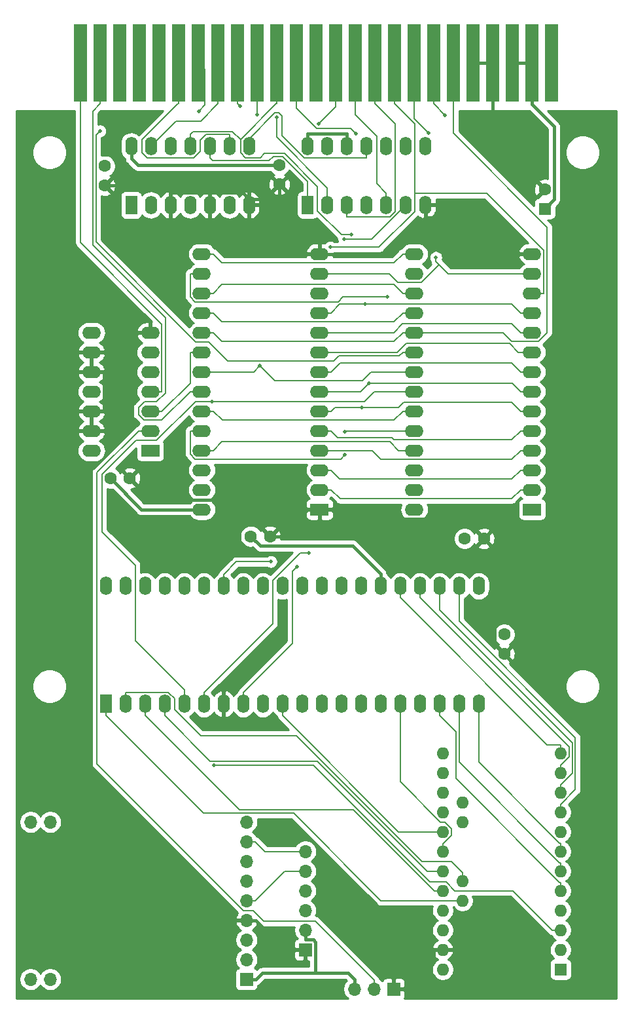
<source format=gbl>
G04 #@! TF.GenerationSoftware,KiCad,Pcbnew,(5.1.9)-1*
G04 #@! TF.CreationDate,2022-10-29T21:13:42+09:00*
G04 #@! TF.ProjectId,PC-6001_SD,50432d36-3030-4315-9f53-442e6b696361,rev?*
G04 #@! TF.SameCoordinates,PX53920b0PYad82f20*
G04 #@! TF.FileFunction,Copper,L2,Bot*
G04 #@! TF.FilePolarity,Positive*
%FSLAX46Y46*%
G04 Gerber Fmt 4.6, Leading zero omitted, Abs format (unit mm)*
G04 Created by KiCad (PCBNEW (5.1.9)-1) date 2022-10-29 21:13:42*
%MOMM*%
%LPD*%
G01*
G04 APERTURE LIST*
G04 #@! TA.AperFunction,ComponentPad*
%ADD10C,1.600000*%
G04 #@! TD*
G04 #@! TA.AperFunction,ComponentPad*
%ADD11R,1.600000X2.400000*%
G04 #@! TD*
G04 #@! TA.AperFunction,ComponentPad*
%ADD12O,1.600000X2.400000*%
G04 #@! TD*
G04 #@! TA.AperFunction,ComponentPad*
%ADD13R,1.600000X1.600000*%
G04 #@! TD*
G04 #@! TA.AperFunction,ComponentPad*
%ADD14R,1.700000X1.700000*%
G04 #@! TD*
G04 #@! TA.AperFunction,ComponentPad*
%ADD15O,1.700000X1.700000*%
G04 #@! TD*
G04 #@! TA.AperFunction,ComponentPad*
%ADD16O,1.600000X1.600000*%
G04 #@! TD*
G04 #@! TA.AperFunction,ConnectorPad*
%ADD17R,1.780000X10.000000*%
G04 #@! TD*
G04 #@! TA.AperFunction,ComponentPad*
%ADD18O,2.400000X1.600000*%
G04 #@! TD*
G04 #@! TA.AperFunction,ComponentPad*
%ADD19R,2.400000X1.600000*%
G04 #@! TD*
G04 #@! TA.AperFunction,ViaPad*
%ADD20C,0.500000*%
G04 #@! TD*
G04 #@! TA.AperFunction,Conductor*
%ADD21C,0.400000*%
G04 #@! TD*
G04 #@! TA.AperFunction,Conductor*
%ADD22C,0.200000*%
G04 #@! TD*
G04 #@! TA.AperFunction,Conductor*
%ADD23C,0.254000*%
G04 #@! TD*
G04 #@! TA.AperFunction,Conductor*
%ADD24C,0.100000*%
G04 #@! TD*
G04 APERTURE END LIST*
D10*
X63830000Y47720000D03*
X63830000Y45220000D03*
D11*
X12275000Y38745000D03*
D12*
X60535000Y53985000D03*
X14815000Y38745000D03*
X57995000Y53985000D03*
X17355000Y38745000D03*
X55455000Y53985000D03*
X19895000Y38745000D03*
X52915000Y53985000D03*
X22435000Y38745000D03*
X50375000Y53985000D03*
X24975000Y38745000D03*
X47835000Y53985000D03*
X27515000Y38745000D03*
X45295000Y53985000D03*
X30055000Y38745000D03*
X42755000Y53985000D03*
X32595000Y38745000D03*
X40215000Y53985000D03*
X35135000Y38745000D03*
X37675000Y53985000D03*
X37675000Y38745000D03*
X35135000Y53985000D03*
X40215000Y38745000D03*
X32595000Y53985000D03*
X42755000Y38745000D03*
X30055000Y53985000D03*
X45295000Y38745000D03*
X27515000Y53985000D03*
X47835000Y38745000D03*
X24975000Y53985000D03*
X50375000Y38745000D03*
X22435000Y53985000D03*
X52915000Y38745000D03*
X19895000Y53985000D03*
X55455000Y38745000D03*
X17355000Y53985000D03*
X57995000Y38745000D03*
X14815000Y53985000D03*
X60535000Y38745000D03*
X12275000Y53985000D03*
D10*
X58697000Y60116000D03*
X61197000Y60116000D03*
D13*
X69088000Y102743000D03*
D10*
X69088000Y105243000D03*
X12131000Y105755000D03*
X12131000Y108255000D03*
X34737000Y108382000D03*
X34737000Y105882000D03*
D14*
X30480000Y3165000D03*
D15*
X30480000Y5705000D03*
X30480000Y8245000D03*
X30480000Y10785000D03*
X30480000Y13325000D03*
X30480000Y15865000D03*
X30480000Y18405000D03*
X30480000Y20945000D03*
X30480000Y23485000D03*
X2540000Y23485000D03*
X5080000Y23485000D03*
X2540000Y3165000D03*
X5080000Y3165000D03*
D13*
X71120000Y4445000D03*
D16*
X71120000Y6985000D03*
X71120000Y9525000D03*
X55880000Y32385000D03*
X71120000Y12065000D03*
X55880000Y29845000D03*
X71120000Y14605000D03*
X55880000Y27305000D03*
X71120000Y17145000D03*
X55880000Y24765000D03*
X71120000Y19685000D03*
X55880000Y22225000D03*
X71120000Y22225000D03*
X55880000Y19685000D03*
X71120000Y24765000D03*
X55880000Y17145000D03*
X71120000Y27305000D03*
X55880000Y14605000D03*
X71120000Y29845000D03*
X55880000Y12065000D03*
X71120000Y32385000D03*
X55880000Y9525000D03*
X55880000Y6985000D03*
X55880000Y4445000D03*
X58420000Y13335000D03*
X58420000Y15875000D03*
X58420000Y23495000D03*
X58420000Y26035000D03*
D17*
X9000000Y121615000D03*
X11540000Y121615000D03*
X14080000Y121615000D03*
X16620000Y121615000D03*
X19160000Y121615000D03*
X21700000Y121615000D03*
X24240000Y121615000D03*
X26780000Y121615000D03*
X29320000Y121615000D03*
X31860000Y121615000D03*
X34400000Y121615000D03*
X36940000Y121615000D03*
X39480000Y121615000D03*
X42020000Y121615000D03*
X44560000Y121615000D03*
X47100000Y121615000D03*
X49640000Y121615000D03*
X52180000Y121615000D03*
X54720000Y121615000D03*
X57260000Y121615000D03*
X59800000Y121615000D03*
X62340000Y121615000D03*
X64880000Y121615000D03*
X67420000Y121615000D03*
X69960000Y121615000D03*
D14*
X38100000Y6975000D03*
D15*
X38100000Y9515000D03*
X38100000Y12055000D03*
X38100000Y14595000D03*
X38100000Y17135000D03*
X38100000Y19675000D03*
D10*
X33552000Y60401000D03*
X31052000Y60401000D03*
X12869000Y67913000D03*
X15369000Y67913000D03*
D18*
X24702000Y63881000D03*
X39942000Y96901000D03*
X24702000Y66421000D03*
X39942000Y94361000D03*
X24702000Y68961000D03*
X39942000Y91821000D03*
X24702000Y71501000D03*
X39942000Y89281000D03*
X24702000Y74041000D03*
X39942000Y86741000D03*
X24702000Y76581000D03*
X39942000Y84201000D03*
X24702000Y79121000D03*
X39942000Y81661000D03*
X24702000Y81661000D03*
X39942000Y79121000D03*
X24702000Y84201000D03*
X39942000Y76581000D03*
X24702000Y86741000D03*
X39942000Y74041000D03*
X24702000Y89281000D03*
X39942000Y71501000D03*
X24702000Y91821000D03*
X39942000Y68961000D03*
X24702000Y94361000D03*
X39942000Y66421000D03*
X24702000Y96901000D03*
D19*
X39942000Y63881000D03*
D11*
X15560000Y103215000D03*
D12*
X30800000Y110835000D03*
X18100000Y103215000D03*
X28260000Y110835000D03*
X20640000Y103215000D03*
X25720000Y110835000D03*
X23180000Y103215000D03*
X23180000Y110835000D03*
X25720000Y103215000D03*
X20640000Y110835000D03*
X28260000Y103215000D03*
X18100000Y110835000D03*
X30800000Y103215000D03*
X15560000Y110835000D03*
X38407000Y110847000D03*
X53647000Y103227000D03*
X40947000Y110847000D03*
X51107000Y103227000D03*
X43487000Y110847000D03*
X48567000Y103227000D03*
X46027000Y110847000D03*
X46027000Y103227000D03*
X48567000Y110847000D03*
X43487000Y103227000D03*
X51107000Y110847000D03*
X40947000Y103227000D03*
X53647000Y110847000D03*
D11*
X38407000Y103227000D03*
D18*
X10416000Y71469000D03*
X18036000Y86709000D03*
X10416000Y74009000D03*
X18036000Y84169000D03*
X10416000Y76549000D03*
X18036000Y81629000D03*
X10416000Y79089000D03*
X18036000Y79089000D03*
X10416000Y81629000D03*
X18036000Y76549000D03*
X10416000Y84169000D03*
X18036000Y74009000D03*
X10416000Y86709000D03*
D19*
X18036000Y71469000D03*
D14*
X49530000Y1905000D03*
D15*
X46990000Y1905000D03*
X44450000Y1905000D03*
D19*
X67437000Y63881000D03*
D18*
X52197000Y96901000D03*
X67437000Y66421000D03*
X52197000Y94361000D03*
X67437000Y68961000D03*
X52197000Y91821000D03*
X67437000Y71501000D03*
X52197000Y89281000D03*
X67437000Y74041000D03*
X52197000Y86741000D03*
X67437000Y76581000D03*
X52197000Y84201000D03*
X67437000Y79121000D03*
X52197000Y81661000D03*
X67437000Y81661000D03*
X52197000Y79121000D03*
X67437000Y84201000D03*
X52197000Y76581000D03*
X67437000Y86741000D03*
X52197000Y74041000D03*
X67437000Y89281000D03*
X52197000Y71501000D03*
X67437000Y91821000D03*
X52197000Y68961000D03*
X67437000Y94361000D03*
X52197000Y66421000D03*
X67437000Y96901000D03*
X52197000Y63881000D03*
D20*
X33645300Y57123200D03*
X45860000Y90401300D03*
X41303700Y97761900D03*
X55006200Y96450200D03*
X54026400Y112501300D03*
X48747300Y91343400D03*
X56192800Y114841900D03*
X36988100Y56462900D03*
X39835500Y113697900D03*
X29671700Y115963000D03*
X43242500Y70925500D03*
X43242500Y73930400D03*
X43085800Y98773600D03*
X32211400Y82463300D03*
X46338600Y80221400D03*
X31816300Y114889600D03*
X45388400Y77036900D03*
X44626400Y112462900D03*
X34400000Y114578100D03*
X44059900Y99416100D03*
X26046800Y77850900D03*
X24292300Y115350500D03*
X38582900Y58249300D03*
X26284100Y30789800D03*
X11540000Y112803500D03*
D21*
X15560000Y110835000D02*
X15560000Y109234700D01*
X15560000Y109234700D02*
X16412700Y108382000D01*
X16412700Y108382000D02*
X34737000Y108382000D01*
X24702000Y63881000D02*
X16901000Y63881000D01*
X16901000Y63881000D02*
X12869000Y67913000D01*
X43487000Y110847000D02*
X43487000Y112447300D01*
X38407000Y110847000D02*
X38407000Y112447300D01*
X38407000Y112447300D02*
X43487000Y112447300D01*
X47835000Y55585300D02*
X44234300Y59186000D01*
X44234300Y59186000D02*
X32267000Y59186000D01*
X32267000Y59186000D02*
X31052000Y60401000D01*
X47835000Y53985000D02*
X47835000Y55585300D01*
X39406600Y3955100D02*
X32520400Y3955100D01*
X32520400Y3955100D02*
X31730300Y3165000D01*
X44450000Y3155300D02*
X43650200Y3955100D01*
X43650200Y3955100D02*
X39406600Y3955100D01*
X39406600Y3955100D02*
X39406600Y7966100D01*
X39406600Y7966100D02*
X39108000Y8264700D01*
X39108000Y8264700D02*
X38100000Y8264700D01*
X30480000Y3165000D02*
X31730300Y3165000D01*
X44450000Y1905000D02*
X44450000Y3155300D01*
X38100000Y9515000D02*
X38100000Y8264700D01*
X69088000Y102743000D02*
X70288000Y103943000D01*
X70288000Y103943000D02*
X70288000Y113347000D01*
X70288000Y113347000D02*
X67420000Y116215000D01*
X67420000Y116215000D02*
X67420000Y121615000D01*
X67420000Y121615000D02*
X64880000Y121615000D01*
X20640000Y104815300D02*
X19700300Y105755000D01*
X19700300Y105755000D02*
X12131000Y105755000D01*
X20640000Y104665200D02*
X20640000Y104815300D01*
X20640000Y103215000D02*
X20640000Y104665200D01*
X20640000Y104815300D02*
X25720000Y104815300D01*
X30800000Y104015200D02*
X29999900Y104815300D01*
X29999900Y104815300D02*
X25720000Y104815300D01*
X30800000Y104015200D02*
X34737000Y104015200D01*
X25720000Y103215000D02*
X25720000Y104815300D01*
X10416000Y81629000D02*
X12016300Y81629000D01*
X10416000Y76549000D02*
X12016300Y76549000D01*
X12016300Y76549000D02*
X12016300Y81629000D01*
X39942000Y96901000D02*
X38341700Y96901000D01*
X38341700Y96901000D02*
X34737000Y100505700D01*
X34737000Y100505700D02*
X34737000Y104015200D01*
X39942000Y96901000D02*
X48921300Y96901000D01*
X48921300Y96901000D02*
X53647000Y101626700D01*
X34737000Y104015200D02*
X34737000Y105882000D01*
X18036000Y86709000D02*
X16435700Y86709000D01*
X10416000Y84169000D02*
X13895700Y84169000D01*
X13895700Y84169000D02*
X16435700Y86709000D01*
X55880000Y6985000D02*
X54679700Y6985000D01*
X49530000Y1905000D02*
X50780300Y1905000D01*
X50780300Y1905000D02*
X54679700Y5804400D01*
X54679700Y5804400D02*
X54679700Y6985000D01*
X53647000Y103227000D02*
X53647000Y101626700D01*
X67437000Y96901000D02*
X65836700Y96901000D01*
X65836700Y96901000D02*
X61111000Y101626700D01*
X61111000Y101626700D02*
X53647000Y101626700D01*
X30480000Y10785000D02*
X31730300Y10785000D01*
X38100000Y6975000D02*
X35540300Y6975000D01*
X35540300Y6975000D02*
X31730300Y10785000D01*
X15369000Y67913000D02*
X18131000Y65151000D01*
X18131000Y65151000D02*
X28802000Y65151000D01*
X28802000Y65151000D02*
X33552000Y60401000D01*
X33552000Y60401000D02*
X34861700Y60401000D01*
X34861700Y60401000D02*
X38341700Y63881000D01*
X39942000Y63881000D02*
X38341700Y63881000D01*
X30800000Y103215000D02*
X30800000Y104015200D01*
X63830000Y45220000D02*
X62629400Y46420600D01*
X62629400Y46420600D02*
X62629400Y58683600D01*
X62629400Y58683600D02*
X61197000Y60116000D01*
X41542300Y63881000D02*
X42742600Y62680700D01*
X42742600Y62680700D02*
X58632300Y62680700D01*
X58632300Y62680700D02*
X61197000Y60116000D01*
X39942000Y63881000D02*
X41542300Y63881000D01*
X69088000Y105243000D02*
X62340000Y111991000D01*
X62340000Y111991000D02*
X62340000Y121615000D01*
X59800000Y121615000D02*
X62340000Y121615000D01*
D22*
X27515000Y53985000D02*
X27515000Y55485300D01*
X33645300Y57123200D02*
X29152900Y57123200D01*
X29152900Y57123200D02*
X27515000Y55485300D01*
X41442300Y89281000D02*
X42562600Y90401300D01*
X42562600Y90401300D02*
X45860000Y90401300D01*
X45860000Y90401300D02*
X64816400Y90401300D01*
X64816400Y90401300D02*
X65936700Y89281000D01*
X39942000Y89281000D02*
X41442300Y89281000D01*
X67437000Y89281000D02*
X65936700Y89281000D01*
X52228600Y104751500D02*
X61566400Y104751500D01*
X61566400Y104751500D02*
X68937300Y97380600D01*
X68937300Y97380600D02*
X68937300Y91821000D01*
X49640000Y116314700D02*
X52228600Y113726100D01*
X52228600Y113726100D02*
X52228600Y104751500D01*
X52228600Y104751500D02*
X52228600Y102349100D01*
X52228600Y102349100D02*
X47641500Y97762000D01*
X47641500Y97762000D02*
X41303700Y97762000D01*
X41303700Y97762000D02*
X41303700Y97761900D01*
X49640000Y121615000D02*
X49640000Y116314700D01*
X67437000Y91821000D02*
X68937300Y91821000D01*
X55402200Y95546900D02*
X53113700Y93258400D01*
X53113700Y93258400D02*
X50084300Y93258400D01*
X50084300Y93258400D02*
X48981700Y94361000D01*
X48981700Y94361000D02*
X41442300Y94361000D01*
X55402200Y95546900D02*
X55006200Y95942900D01*
X55006200Y95942900D02*
X55006200Y96450200D01*
X65936700Y94361000D02*
X56588100Y94361000D01*
X56588100Y94361000D02*
X55402200Y95546900D01*
X39942000Y94361000D02*
X41442300Y94361000D01*
X67437000Y94361000D02*
X65936700Y94361000D01*
X24702000Y96901000D02*
X26202300Y96901000D01*
X52197000Y96901000D02*
X50696700Y96901000D01*
X50696700Y96901000D02*
X49585600Y95789900D01*
X49585600Y95789900D02*
X27313400Y95789900D01*
X27313400Y95789900D02*
X26202300Y96901000D01*
X52180000Y121615000D02*
X52180000Y114347700D01*
X52180000Y114347700D02*
X54026400Y112501300D01*
X24702000Y94361000D02*
X23201700Y94361000D01*
X48747300Y91343400D02*
X42938400Y91343400D01*
X42938400Y91343400D02*
X42315100Y90720100D01*
X42315100Y90720100D02*
X23839400Y90720100D01*
X23839400Y90720100D02*
X23201700Y91357800D01*
X23201700Y91357800D02*
X23201700Y94361000D01*
X24702000Y91821000D02*
X26202300Y91821000D01*
X52197000Y91821000D02*
X50696700Y91821000D01*
X50696700Y91821000D02*
X49585500Y92932200D01*
X49585500Y92932200D02*
X27313500Y92932200D01*
X27313500Y92932200D02*
X26202300Y91821000D01*
X54720000Y116314700D02*
X56192800Y114841900D01*
X54720000Y121615000D02*
X54720000Y116314700D01*
X50696700Y89281000D02*
X49585600Y88169900D01*
X49585600Y88169900D02*
X27313400Y88169900D01*
X27313400Y88169900D02*
X26202300Y89281000D01*
X24702000Y89281000D02*
X26202300Y89281000D01*
X52197000Y89281000D02*
X50696700Y89281000D01*
X57260000Y121615000D02*
X57260000Y112487800D01*
X57260000Y112487800D02*
X69381300Y100366500D01*
X69381300Y100366500D02*
X69381300Y86723700D01*
X69381300Y86723700D02*
X68279100Y85621500D01*
X68279100Y85621500D02*
X64799200Y85621500D01*
X64799200Y85621500D02*
X63679700Y86741000D01*
X63679700Y86741000D02*
X52197000Y86741000D01*
X50696700Y86741000D02*
X49577100Y85621400D01*
X49577100Y85621400D02*
X27321900Y85621400D01*
X27321900Y85621400D02*
X26202300Y86741000D01*
X24702000Y86741000D02*
X26202300Y86741000D01*
X52197000Y86741000D02*
X50696700Y86741000D01*
X67437000Y86741000D02*
X65936700Y86741000D01*
X65936700Y86741000D02*
X64812400Y87865300D01*
X64812400Y87865300D02*
X50688700Y87865300D01*
X50688700Y87865300D02*
X49564400Y86741000D01*
X49564400Y86741000D02*
X39942000Y86741000D01*
X26202300Y71501000D02*
X27308700Y72607400D01*
X27308700Y72607400D02*
X49024200Y72607400D01*
X49024200Y72607400D02*
X50130600Y71501000D01*
X50130600Y71501000D02*
X50696700Y71501000D01*
X24702000Y71501000D02*
X26202300Y71501000D01*
X52197000Y71501000D02*
X50696700Y71501000D01*
X67437000Y84201000D02*
X65653400Y84201000D01*
X65653400Y84201000D02*
X64535500Y85318900D01*
X64535500Y85318900D02*
X51131100Y85318900D01*
X51131100Y85318900D02*
X50013200Y84201000D01*
X50013200Y84201000D02*
X39942000Y84201000D01*
X30055000Y38745000D02*
X30055000Y40245300D01*
X36988100Y56462900D02*
X36405000Y55879800D01*
X36405000Y55879800D02*
X36405000Y46595300D01*
X36405000Y46595300D02*
X30055000Y40245300D01*
X39835500Y113697900D02*
X42020000Y115882400D01*
X42020000Y115882400D02*
X42020000Y121615000D01*
X50696700Y74041000D02*
X43353100Y74041000D01*
X43353100Y74041000D02*
X43242500Y73930400D01*
X29320000Y116314700D02*
X29671700Y115963000D01*
X29320000Y121615000D02*
X29320000Y116314700D01*
X23201700Y74041000D02*
X23201700Y71044200D01*
X23201700Y71044200D02*
X23845700Y70400200D01*
X23845700Y70400200D02*
X42717200Y70400200D01*
X42717200Y70400200D02*
X43242500Y70925500D01*
X52197000Y74041000D02*
X50696700Y74041000D01*
X24702000Y74041000D02*
X23201700Y74041000D01*
X43085800Y98773600D02*
X46653600Y98773600D01*
X46653600Y98773600D02*
X51107000Y103227000D01*
X39942000Y81661000D02*
X41442300Y81661000D01*
X67437000Y81661000D02*
X65936700Y81661000D01*
X65936700Y81661000D02*
X64786600Y82811100D01*
X64786600Y82811100D02*
X42592400Y82811100D01*
X42592400Y82811100D02*
X41442300Y81661000D01*
X26202300Y81661000D02*
X31409100Y81661000D01*
X31409100Y81661000D02*
X32211400Y82463300D01*
X50696700Y81661000D02*
X46566800Y81661000D01*
X46566800Y81661000D02*
X45447200Y80541400D01*
X45447200Y80541400D02*
X34133300Y80541400D01*
X34133300Y80541400D02*
X32211400Y82463300D01*
X52197000Y81661000D02*
X50696700Y81661000D01*
X24702000Y81661000D02*
X26202300Y81661000D01*
X48567000Y103227000D02*
X48567000Y104727300D01*
X48567000Y104727300D02*
X47309800Y105984500D01*
X47309800Y105984500D02*
X47309800Y112114500D01*
X47309800Y112114500D02*
X44560000Y114864300D01*
X44560000Y114864300D02*
X44560000Y121615000D01*
X46338600Y80221400D02*
X45238200Y79121000D01*
X45238200Y79121000D02*
X39942000Y79121000D01*
X65936700Y79121000D02*
X64836300Y80221400D01*
X64836300Y80221400D02*
X46338600Y80221400D01*
X67437000Y79121000D02*
X65936700Y79121000D01*
X31860000Y121615000D02*
X31860000Y114933300D01*
X31860000Y114933300D02*
X31816300Y114889600D01*
X24702000Y76581000D02*
X26202300Y76581000D01*
X52197000Y76581000D02*
X50696700Y76581000D01*
X50696700Y76581000D02*
X49557300Y75441600D01*
X49557300Y75441600D02*
X27341700Y75441600D01*
X27341700Y75441600D02*
X26202300Y76581000D01*
X45388400Y77036900D02*
X50138100Y77036900D01*
X50138100Y77036900D02*
X50834700Y77733500D01*
X50834700Y77733500D02*
X64784200Y77733500D01*
X64784200Y77733500D02*
X65936700Y76581000D01*
X41442300Y76581000D02*
X41898100Y77036800D01*
X41898100Y77036800D02*
X45388400Y77036800D01*
X45388400Y77036800D02*
X45388400Y77036900D01*
X39942000Y76581000D02*
X41442300Y76581000D01*
X67437000Y76581000D02*
X65936700Y76581000D01*
X39942000Y66421000D02*
X41442300Y66421000D01*
X67437000Y66421000D02*
X65936700Y66421000D01*
X65936700Y66421000D02*
X64767100Y65251400D01*
X64767100Y65251400D02*
X42611900Y65251400D01*
X42611900Y65251400D02*
X41442300Y66421000D01*
X36940000Y121615000D02*
X36940000Y115736900D01*
X36940000Y115736900D02*
X39562600Y113114300D01*
X39562600Y113114300D02*
X43975000Y113114300D01*
X43975000Y113114300D02*
X44626400Y112462900D01*
X47100000Y121615000D02*
X47100000Y116314700D01*
X43487000Y103227000D02*
X43487000Y101726700D01*
X43487000Y101726700D02*
X49040400Y101726700D01*
X49040400Y101726700D02*
X49701500Y102387800D01*
X49701500Y102387800D02*
X49701500Y113713200D01*
X49701500Y113713200D02*
X47100000Y116314700D01*
X39942000Y74041000D02*
X41442300Y74041000D01*
X67437000Y74041000D02*
X65936700Y74041000D01*
X65936700Y74041000D02*
X64803300Y72907600D01*
X64803300Y72907600D02*
X49573100Y72907600D01*
X49573100Y72907600D02*
X49283400Y73197300D01*
X49283400Y73197300D02*
X42286000Y73197300D01*
X42286000Y73197300D02*
X41442300Y74041000D01*
X40947000Y104727300D02*
X40947000Y105435400D01*
X40947000Y105435400D02*
X34400000Y111982400D01*
X34400000Y111982400D02*
X34400000Y114578100D01*
X40947000Y103227000D02*
X40947000Y104727300D01*
X65936700Y71501000D02*
X64828800Y70393100D01*
X64828800Y70393100D02*
X47874700Y70393100D01*
X47874700Y70393100D02*
X46766800Y71501000D01*
X46766800Y71501000D02*
X41442300Y71501000D01*
X39942000Y71501000D02*
X41442300Y71501000D01*
X67437000Y71501000D02*
X65936700Y71501000D01*
X29699600Y111690900D02*
X28654900Y112735600D01*
X28654900Y112735600D02*
X23580300Y112735600D01*
X23580300Y112735600D02*
X23180000Y112335300D01*
X34400000Y116314700D02*
X34323400Y116314700D01*
X34323400Y116314700D02*
X29699600Y111690900D01*
X44059900Y99416100D02*
X42742800Y99416100D01*
X42742800Y99416100D02*
X39665300Y102493600D01*
X39665300Y102493600D02*
X39665300Y105620900D01*
X39665300Y105620900D02*
X35372900Y109913300D01*
X35372900Y109913300D02*
X32822200Y109913300D01*
X32822200Y109913300D02*
X32243600Y109334700D01*
X32243600Y109334700D02*
X30315800Y109334700D01*
X30315800Y109334700D02*
X29699600Y109950900D01*
X29699600Y109950900D02*
X29699600Y111690900D01*
X23180000Y110835000D02*
X23180000Y112335300D01*
X34400000Y121615000D02*
X34400000Y116314700D01*
X39942000Y68961000D02*
X41442300Y68961000D01*
X67437000Y68961000D02*
X65936700Y68961000D01*
X65936700Y68961000D02*
X64825600Y67849900D01*
X64825600Y67849900D02*
X42553400Y67849900D01*
X42553400Y67849900D02*
X41442300Y68961000D01*
X52197000Y79121000D02*
X46977400Y79121000D01*
X46977400Y79121000D02*
X45707300Y77850900D01*
X45707300Y77850900D02*
X26046800Y77850900D01*
X22435000Y38745000D02*
X22435000Y40596700D01*
X22435000Y40596700D02*
X16085000Y46946700D01*
X16085000Y46946700D02*
X16085000Y56685400D01*
X16085000Y56685400D02*
X11768600Y61001800D01*
X11768600Y61001800D02*
X11768600Y68376900D01*
X11768600Y68376900D02*
X16232600Y72840900D01*
X16232600Y72840900D02*
X18860300Y72840900D01*
X18860300Y72840900D02*
X23870300Y77850900D01*
X23870300Y77850900D02*
X26046800Y77850900D01*
X26780000Y121615000D02*
X26780000Y116314700D01*
X18100000Y110835000D02*
X21355100Y114090100D01*
X21355100Y114090100D02*
X24555400Y114090100D01*
X24555400Y114090100D02*
X26780000Y116314700D01*
X25109000Y120746100D02*
X25109000Y116167200D01*
X25109000Y116167200D02*
X24292300Y115350500D01*
X25109000Y120746100D02*
X24240000Y121615000D01*
X46027000Y110847000D02*
X46027000Y109346700D01*
X46027000Y109346700D02*
X37951100Y109346700D01*
X37951100Y109346700D02*
X35107200Y112190600D01*
X35107200Y112190600D02*
X35107200Y114716300D01*
X35107200Y114716300D02*
X34689300Y115134200D01*
X34689300Y115134200D02*
X34153400Y115134200D01*
X34153400Y115134200D02*
X30800000Y111780800D01*
X30800000Y111780800D02*
X30800000Y110835000D01*
X24975000Y38745000D02*
X24975000Y40245300D01*
X38582900Y58249300D02*
X37409200Y58249300D01*
X37409200Y58249300D02*
X33865000Y54705100D01*
X33865000Y54705100D02*
X33865000Y49135300D01*
X33865000Y49135300D02*
X24975000Y40245300D01*
X12275000Y37244700D02*
X24875400Y24644300D01*
X24875400Y24644300D02*
X36557200Y24644300D01*
X36557200Y24644300D02*
X47866500Y13335000D01*
X47866500Y13335000D02*
X58420000Y13335000D01*
X12275000Y38745000D02*
X12275000Y37244700D01*
X58420000Y16975300D02*
X56980300Y18415000D01*
X56980300Y18415000D02*
X53176500Y18415000D01*
X53176500Y18415000D02*
X36948000Y34643500D01*
X36948000Y34643500D02*
X24566000Y34643500D01*
X24566000Y34643500D02*
X21165000Y38044500D01*
X21165000Y38044500D02*
X21165000Y39463100D01*
X21165000Y39463100D02*
X20382800Y40245300D01*
X20382800Y40245300D02*
X14815000Y40245300D01*
X14815000Y38745000D02*
X14815000Y40245300D01*
X58420000Y15875000D02*
X58420000Y16975300D01*
X71120000Y24765000D02*
X71120000Y25865300D01*
X71120000Y25865300D02*
X71257500Y25865300D01*
X71257500Y25865300D02*
X73047700Y27655500D01*
X73047700Y27655500D02*
X73047700Y34399700D01*
X73047700Y34399700D02*
X57995000Y49452400D01*
X57995000Y49452400D02*
X57995000Y53985000D01*
X17355000Y37244700D02*
X29555000Y25044700D01*
X29555000Y25044700D02*
X44340000Y25044700D01*
X44340000Y25044700D02*
X54779700Y14605000D01*
X17355000Y38745000D02*
X17355000Y37244700D01*
X55880000Y14605000D02*
X54779700Y14605000D01*
X55455000Y53985000D02*
X55455000Y50931800D01*
X55455000Y50931800D02*
X72647300Y33739500D01*
X72647300Y33739500D02*
X72647300Y29795100D01*
X72647300Y29795100D02*
X71257500Y28405300D01*
X71257500Y28405300D02*
X71120000Y28405300D01*
X71120000Y27305000D02*
X71120000Y28405300D01*
X54779700Y17145000D02*
X53880400Y17145000D01*
X53880400Y17145000D02*
X39685000Y31340400D01*
X39685000Y31340400D02*
X25799300Y31340400D01*
X25799300Y31340400D02*
X19895000Y37244700D01*
X19895000Y38745000D02*
X19895000Y37244700D01*
X55880000Y17145000D02*
X54779700Y17145000D01*
X52915000Y52484700D02*
X72233600Y33166100D01*
X72233600Y33166100D02*
X72233600Y31921400D01*
X72233600Y31921400D02*
X71257500Y30945300D01*
X71257500Y30945300D02*
X71120000Y30945300D01*
X52915000Y53985000D02*
X52915000Y52484700D01*
X71120000Y29845000D02*
X71120000Y30945300D01*
X50375000Y53985000D02*
X50375000Y52484700D01*
X71120000Y32385000D02*
X71120000Y33485300D01*
X71120000Y33485300D02*
X69374400Y33485300D01*
X69374400Y33485300D02*
X50375000Y52484700D01*
X35135000Y37244700D02*
X50154700Y22225000D01*
X50154700Y22225000D02*
X54779700Y22225000D01*
X35135000Y38745000D02*
X35135000Y37244700D01*
X55880000Y22225000D02*
X54779700Y22225000D01*
X55880000Y19685000D02*
X55880000Y20785300D01*
X55880000Y20785300D02*
X56017500Y20785300D01*
X56017500Y20785300D02*
X57028900Y21796700D01*
X57028900Y21796700D02*
X57028900Y22647200D01*
X57028900Y22647200D02*
X56181100Y23495000D01*
X56181100Y23495000D02*
X55567900Y23495000D01*
X55567900Y23495000D02*
X50375000Y28687900D01*
X50375000Y28687900D02*
X50375000Y38745000D01*
X71120000Y15705300D02*
X70982300Y15705300D01*
X70982300Y15705300D02*
X57594600Y29093000D01*
X57594600Y29093000D02*
X57594600Y35105100D01*
X57594600Y35105100D02*
X55455000Y37244700D01*
X55455000Y38745000D02*
X55455000Y37244700D01*
X71120000Y14605000D02*
X71120000Y15705300D01*
X71120000Y18245300D02*
X70982500Y18245300D01*
X70982500Y18245300D02*
X57995000Y31232800D01*
X57995000Y31232800D02*
X57995000Y37244700D01*
X57995000Y38745000D02*
X57995000Y37244700D01*
X71120000Y17145000D02*
X71120000Y18245300D01*
X71120000Y19685000D02*
X71120000Y20785300D01*
X71120000Y20785300D02*
X70982500Y20785300D01*
X70982500Y20785300D02*
X60535000Y31232800D01*
X60535000Y31232800D02*
X60535000Y38745000D01*
X28260000Y110835000D02*
X28260000Y112335300D01*
X21700000Y121615000D02*
X21700000Y116314700D01*
X28260000Y112335300D02*
X25221300Y112335300D01*
X25221300Y112335300D02*
X24450000Y111564000D01*
X24450000Y111564000D02*
X24450000Y110127000D01*
X24450000Y110127000D02*
X23634600Y109311600D01*
X23634600Y109311600D02*
X17648100Y109311600D01*
X17648100Y109311600D02*
X16957900Y110001800D01*
X16957900Y110001800D02*
X16957900Y111666700D01*
X16957900Y111666700D02*
X21605900Y116314700D01*
X21605900Y116314700D02*
X21700000Y116314700D01*
X25720000Y109334700D02*
X26120400Y108934300D01*
X26120400Y108934300D02*
X33397100Y108934300D01*
X33397100Y108934300D02*
X33953900Y109491100D01*
X33953900Y109491100D02*
X35193100Y109491100D01*
X35193100Y109491100D02*
X38407000Y106277200D01*
X38407000Y106277200D02*
X38407000Y104727300D01*
X25720000Y110835000D02*
X25720000Y109334700D01*
X38407000Y103227000D02*
X38407000Y104727300D01*
X30480000Y13325000D02*
X31630300Y13325000D01*
X38100000Y17135000D02*
X35440300Y17135000D01*
X35440300Y17135000D02*
X31630300Y13325000D01*
X30480000Y20945000D02*
X31630300Y20945000D01*
X38100000Y19675000D02*
X32900300Y19675000D01*
X32900300Y19675000D02*
X31630300Y20945000D01*
X26284100Y30789800D02*
X39161300Y30789800D01*
X39161300Y30789800D02*
X54192800Y15758300D01*
X54192800Y15758300D02*
X56294900Y15758300D01*
X56294900Y15758300D02*
X57448200Y14605000D01*
X57448200Y14605000D02*
X64939700Y14605000D01*
X64939700Y14605000D02*
X70019700Y9525000D01*
X71120000Y9525000D02*
X70019700Y9525000D01*
X52197000Y84201000D02*
X50696700Y84201000D01*
X50696700Y84201000D02*
X50240600Y83744900D01*
X50240600Y83744900D02*
X42401400Y83744900D01*
X42401400Y83744900D02*
X41736300Y83079800D01*
X41736300Y83079800D02*
X28023400Y83079800D01*
X28023400Y83079800D02*
X25577000Y85526200D01*
X25577000Y85526200D02*
X23928900Y85526200D01*
X23928900Y85526200D02*
X10991500Y98463600D01*
X10991500Y98463600D02*
X10991500Y112255000D01*
X10991500Y112255000D02*
X11540000Y112803500D01*
X18036000Y79089000D02*
X19536300Y79089000D01*
X19536300Y79089000D02*
X19536300Y87837600D01*
X19536300Y87837600D02*
X9000000Y98373900D01*
X9000000Y98373900D02*
X9000000Y121615000D01*
X11540000Y116314700D02*
X10564700Y115339400D01*
X10564700Y115339400D02*
X10564700Y98088700D01*
X10564700Y98088700D02*
X19964900Y88688500D01*
X19964900Y88688500D02*
X19964900Y78923100D01*
X19964900Y78923100D02*
X18860800Y77819000D01*
X18860800Y77819000D02*
X17288200Y77819000D01*
X17288200Y77819000D02*
X16492100Y77022900D01*
X16492100Y77022900D02*
X16492100Y76129400D01*
X16492100Y76129400D02*
X17180700Y75440800D01*
X17180700Y75440800D02*
X19521500Y75440800D01*
X19521500Y75440800D02*
X23201700Y79121000D01*
X11540000Y121615000D02*
X11540000Y116314700D01*
X24702000Y79121000D02*
X23201700Y79121000D01*
X18036000Y74009000D02*
X16535700Y74009000D01*
X46990000Y1905000D02*
X46990000Y3055300D01*
X46990000Y3055300D02*
X39379900Y10665400D01*
X39379900Y10665400D02*
X32700100Y10665400D01*
X32700100Y10665400D02*
X31310500Y12055000D01*
X31310500Y12055000D02*
X30072400Y12055000D01*
X30072400Y12055000D02*
X11156500Y30970900D01*
X11156500Y30970900D02*
X11156500Y68629800D01*
X11156500Y68629800D02*
X16535700Y74009000D01*
X24702000Y84201000D02*
X23201700Y84201000D01*
X18036000Y76549000D02*
X19536300Y76549000D01*
X19536300Y76549000D02*
X23201700Y80214400D01*
X23201700Y80214400D02*
X23201700Y84201000D01*
D23*
X78339966Y660000D02*
X50877295Y660000D01*
X50910537Y700506D01*
X50969502Y810820D01*
X51005812Y930518D01*
X51018072Y1055000D01*
X51015000Y1619250D01*
X50856250Y1778000D01*
X49657000Y1778000D01*
X49657000Y1758000D01*
X49403000Y1758000D01*
X49403000Y1778000D01*
X49383000Y1778000D01*
X49383000Y2032000D01*
X49403000Y2032000D01*
X49403000Y3231250D01*
X49657000Y3231250D01*
X49657000Y2032000D01*
X50856250Y2032000D01*
X51015000Y2190750D01*
X51018072Y2755000D01*
X51005812Y2879482D01*
X50969502Y2999180D01*
X50910537Y3109494D01*
X50831185Y3206185D01*
X50734494Y3285537D01*
X50624180Y3344502D01*
X50504482Y3380812D01*
X50380000Y3393072D01*
X49815750Y3390000D01*
X49657000Y3231250D01*
X49403000Y3231250D01*
X49244250Y3390000D01*
X48680000Y3393072D01*
X48555518Y3380812D01*
X48435820Y3344502D01*
X48325506Y3285537D01*
X48228815Y3206185D01*
X48149463Y3109494D01*
X48090498Y2999180D01*
X48068487Y2926620D01*
X47936632Y3058475D01*
X47711472Y3208922D01*
X47672337Y3337934D01*
X47604087Y3465620D01*
X47535253Y3549494D01*
X47512238Y3577538D01*
X47484193Y3600554D01*
X46498412Y4586335D01*
X54445000Y4586335D01*
X54445000Y4303665D01*
X54500147Y4026426D01*
X54608320Y3765273D01*
X54765363Y3530241D01*
X54965241Y3330363D01*
X55200273Y3173320D01*
X55461426Y3065147D01*
X55738665Y3010000D01*
X56021335Y3010000D01*
X56298574Y3065147D01*
X56559727Y3173320D01*
X56794759Y3330363D01*
X56994637Y3530241D01*
X57151680Y3765273D01*
X57259853Y4026426D01*
X57315000Y4303665D01*
X57315000Y4586335D01*
X57259853Y4863574D01*
X57151680Y5124727D01*
X56994637Y5359759D01*
X56794759Y5559637D01*
X56559727Y5716680D01*
X56549135Y5721067D01*
X56735131Y5832615D01*
X56943519Y6021586D01*
X57111037Y6247580D01*
X57231246Y6501913D01*
X57271904Y6635961D01*
X57149915Y6858000D01*
X56007000Y6858000D01*
X56007000Y6838000D01*
X55753000Y6838000D01*
X55753000Y6858000D01*
X54610085Y6858000D01*
X54488096Y6635961D01*
X54528754Y6501913D01*
X54648963Y6247580D01*
X54816481Y6021586D01*
X55024869Y5832615D01*
X55210865Y5721067D01*
X55200273Y5716680D01*
X54965241Y5559637D01*
X54765363Y5359759D01*
X54608320Y5124727D01*
X54500147Y4863574D01*
X54445000Y4586335D01*
X46498412Y4586335D01*
X39925159Y11159587D01*
X39902138Y11187638D01*
X39790220Y11279487D01*
X39662533Y11347737D01*
X39523985Y11389765D01*
X39435416Y11398488D01*
X39527932Y11621842D01*
X39585000Y11908740D01*
X39585000Y12201260D01*
X39527932Y12488158D01*
X39415990Y12758411D01*
X39253475Y13001632D01*
X39046632Y13208475D01*
X38872240Y13325000D01*
X39046632Y13441525D01*
X39253475Y13648368D01*
X39415990Y13891589D01*
X39527932Y14161842D01*
X39585000Y14448740D01*
X39585000Y14741260D01*
X39527932Y15028158D01*
X39415990Y15298411D01*
X39253475Y15541632D01*
X39046632Y15748475D01*
X38872240Y15865000D01*
X39046632Y15981525D01*
X39253475Y16188368D01*
X39415990Y16431589D01*
X39527932Y16701842D01*
X39585000Y16988740D01*
X39585000Y17281260D01*
X39527932Y17568158D01*
X39415990Y17838411D01*
X39253475Y18081632D01*
X39046632Y18288475D01*
X38872240Y18405000D01*
X39046632Y18521525D01*
X39253475Y18728368D01*
X39415990Y18971589D01*
X39527932Y19241842D01*
X39585000Y19528740D01*
X39585000Y19821260D01*
X39527932Y20108158D01*
X39415990Y20378411D01*
X39253475Y20621632D01*
X39046632Y20828475D01*
X38803411Y20990990D01*
X38533158Y21102932D01*
X38246260Y21160000D01*
X37953740Y21160000D01*
X37666842Y21102932D01*
X37396589Y20990990D01*
X37153368Y20828475D01*
X36946525Y20621632D01*
X36805117Y20410000D01*
X33204747Y20410000D01*
X32175558Y21439188D01*
X32152538Y21467238D01*
X32040620Y21559087D01*
X31912933Y21627337D01*
X31783922Y21666472D01*
X31633475Y21891632D01*
X31426632Y22098475D01*
X31252240Y22215000D01*
X31426632Y22331525D01*
X31633475Y22538368D01*
X31795990Y22781589D01*
X31907932Y23051842D01*
X31965000Y23338740D01*
X31965000Y23631260D01*
X31909694Y23909300D01*
X36252754Y23909300D01*
X47321246Y12840807D01*
X47344262Y12812762D01*
X47456180Y12720913D01*
X47583867Y12652663D01*
X47722415Y12610635D01*
X47830395Y12600000D01*
X47830404Y12600000D01*
X47866499Y12596445D01*
X47902594Y12600000D01*
X54548372Y12600000D01*
X54500147Y12483574D01*
X54445000Y12206335D01*
X54445000Y11923665D01*
X54500147Y11646426D01*
X54608320Y11385273D01*
X54765363Y11150241D01*
X54965241Y10950363D01*
X55197759Y10795000D01*
X54965241Y10639637D01*
X54765363Y10439759D01*
X54608320Y10204727D01*
X54500147Y9943574D01*
X54445000Y9666335D01*
X54445000Y9383665D01*
X54500147Y9106426D01*
X54608320Y8845273D01*
X54765363Y8610241D01*
X54965241Y8410363D01*
X55200273Y8253320D01*
X55210865Y8248933D01*
X55024869Y8137385D01*
X54816481Y7948414D01*
X54648963Y7722420D01*
X54528754Y7468087D01*
X54488096Y7334039D01*
X54610085Y7112000D01*
X55753000Y7112000D01*
X55753000Y7132000D01*
X56007000Y7132000D01*
X56007000Y7112000D01*
X57149915Y7112000D01*
X57271904Y7334039D01*
X57231246Y7468087D01*
X57111037Y7722420D01*
X56943519Y7948414D01*
X56735131Y8137385D01*
X56549135Y8248933D01*
X56559727Y8253320D01*
X56794759Y8410363D01*
X56994637Y8610241D01*
X57151680Y8845273D01*
X57259853Y9106426D01*
X57315000Y9383665D01*
X57315000Y9666335D01*
X57259853Y9943574D01*
X57151680Y10204727D01*
X56994637Y10439759D01*
X56794759Y10639637D01*
X56562241Y10795000D01*
X56794759Y10950363D01*
X56994637Y11150241D01*
X57151680Y11385273D01*
X57259853Y11646426D01*
X57315000Y11923665D01*
X57315000Y12206335D01*
X57259853Y12483574D01*
X57254646Y12496144D01*
X57305363Y12420241D01*
X57505241Y12220363D01*
X57740273Y12063320D01*
X58001426Y11955147D01*
X58278665Y11900000D01*
X58561335Y11900000D01*
X58838574Y11955147D01*
X59099727Y12063320D01*
X59334759Y12220363D01*
X59534637Y12420241D01*
X59691680Y12655273D01*
X59799853Y12916426D01*
X59855000Y13193665D01*
X59855000Y13476335D01*
X59799853Y13753574D01*
X59751628Y13870000D01*
X64635254Y13870000D01*
X69474446Y9030807D01*
X69497462Y9002762D01*
X69609380Y8910913D01*
X69737067Y8842663D01*
X69860764Y8805140D01*
X69875615Y8800635D01*
X69878324Y8800368D01*
X70005363Y8610241D01*
X70205241Y8410363D01*
X70437759Y8255000D01*
X70205241Y8099637D01*
X70005363Y7899759D01*
X69848320Y7664727D01*
X69740147Y7403574D01*
X69685000Y7126335D01*
X69685000Y6843665D01*
X69740147Y6566426D01*
X69848320Y6305273D01*
X70005363Y6070241D01*
X70203961Y5871643D01*
X70195518Y5870812D01*
X70075820Y5834502D01*
X69965506Y5775537D01*
X69868815Y5696185D01*
X69789463Y5599494D01*
X69730498Y5489180D01*
X69694188Y5369482D01*
X69681928Y5245000D01*
X69681928Y3645000D01*
X69694188Y3520518D01*
X69730498Y3400820D01*
X69789463Y3290506D01*
X69868815Y3193815D01*
X69965506Y3114463D01*
X70075820Y3055498D01*
X70195518Y3019188D01*
X70320000Y3006928D01*
X71920000Y3006928D01*
X72044482Y3019188D01*
X72164180Y3055498D01*
X72274494Y3114463D01*
X72371185Y3193815D01*
X72450537Y3290506D01*
X72509502Y3400820D01*
X72545812Y3520518D01*
X72558072Y3645000D01*
X72558072Y5245000D01*
X72545812Y5369482D01*
X72509502Y5489180D01*
X72450537Y5599494D01*
X72371185Y5696185D01*
X72274494Y5775537D01*
X72164180Y5834502D01*
X72044482Y5870812D01*
X72036039Y5871643D01*
X72234637Y6070241D01*
X72391680Y6305273D01*
X72499853Y6566426D01*
X72555000Y6843665D01*
X72555000Y7126335D01*
X72499853Y7403574D01*
X72391680Y7664727D01*
X72234637Y7899759D01*
X72034759Y8099637D01*
X71802241Y8255000D01*
X72034759Y8410363D01*
X72234637Y8610241D01*
X72391680Y8845273D01*
X72499853Y9106426D01*
X72555000Y9383665D01*
X72555000Y9666335D01*
X72499853Y9943574D01*
X72391680Y10204727D01*
X72234637Y10439759D01*
X72034759Y10639637D01*
X71802241Y10795000D01*
X72034759Y10950363D01*
X72234637Y11150241D01*
X72391680Y11385273D01*
X72499853Y11646426D01*
X72555000Y11923665D01*
X72555000Y12206335D01*
X72499853Y12483574D01*
X72391680Y12744727D01*
X72234637Y12979759D01*
X72034759Y13179637D01*
X71802241Y13335000D01*
X72034759Y13490363D01*
X72234637Y13690241D01*
X72391680Y13925273D01*
X72499853Y14186426D01*
X72555000Y14463665D01*
X72555000Y14746335D01*
X72499853Y15023574D01*
X72391680Y15284727D01*
X72234637Y15519759D01*
X72034759Y15719637D01*
X71844632Y15846676D01*
X71844365Y15849385D01*
X71830805Y15894086D01*
X72034759Y16030363D01*
X72234637Y16230241D01*
X72391680Y16465273D01*
X72499853Y16726426D01*
X72555000Y17003665D01*
X72555000Y17286335D01*
X72499853Y17563574D01*
X72391680Y17824727D01*
X72234637Y18059759D01*
X72034759Y18259637D01*
X71844632Y18386676D01*
X71844365Y18389385D01*
X71830805Y18434086D01*
X72034759Y18570363D01*
X72234637Y18770241D01*
X72391680Y19005273D01*
X72499853Y19266426D01*
X72555000Y19543665D01*
X72555000Y19826335D01*
X72499853Y20103574D01*
X72391680Y20364727D01*
X72234637Y20599759D01*
X72034759Y20799637D01*
X71844632Y20926676D01*
X71844365Y20929385D01*
X71830805Y20974086D01*
X72034759Y21110363D01*
X72234637Y21310241D01*
X72391680Y21545273D01*
X72499853Y21806426D01*
X72555000Y22083665D01*
X72555000Y22366335D01*
X72499853Y22643574D01*
X72391680Y22904727D01*
X72234637Y23139759D01*
X72034759Y23339637D01*
X71802241Y23495000D01*
X72034759Y23650363D01*
X72234637Y23850241D01*
X72391680Y24085273D01*
X72499853Y24346426D01*
X72555000Y24623665D01*
X72555000Y24906335D01*
X72499853Y25183574D01*
X72391680Y25444727D01*
X72234637Y25679759D01*
X72173021Y25741375D01*
X73541897Y27110250D01*
X73569937Y27133262D01*
X73592950Y27161303D01*
X73592953Y27161306D01*
X73661786Y27245179D01*
X73661787Y27245180D01*
X73730037Y27372867D01*
X73772065Y27511415D01*
X73782700Y27619395D01*
X73782700Y27619402D01*
X73786255Y27655499D01*
X73782700Y27691596D01*
X73782700Y34363606D01*
X73786255Y34399701D01*
X73782700Y34435796D01*
X73782700Y34435805D01*
X73772065Y34543785D01*
X73730037Y34682333D01*
X73661787Y34810020D01*
X73569938Y34921938D01*
X73541893Y34944954D01*
X67266719Y41220128D01*
X71765000Y41220128D01*
X71765000Y40779872D01*
X71850890Y40348075D01*
X72019369Y39941331D01*
X72263962Y39575271D01*
X72575271Y39263962D01*
X72941331Y39019369D01*
X73348075Y38850890D01*
X73779872Y38765000D01*
X74220128Y38765000D01*
X74651925Y38850890D01*
X75058669Y39019369D01*
X75424729Y39263962D01*
X75736038Y39575271D01*
X75980631Y39941331D01*
X76149110Y40348075D01*
X76235000Y40779872D01*
X76235000Y41220128D01*
X76149110Y41651925D01*
X75980631Y42058669D01*
X75736038Y42424729D01*
X75424729Y42736038D01*
X75058669Y42980631D01*
X74651925Y43149110D01*
X74220128Y43235000D01*
X73779872Y43235000D01*
X73348075Y43149110D01*
X72941331Y42980631D01*
X72575271Y42736038D01*
X72263962Y42424729D01*
X72019369Y42058669D01*
X71850890Y41651925D01*
X71765000Y41220128D01*
X67266719Y41220128D01*
X64527202Y43959644D01*
X64571514Y43983329D01*
X64643097Y44227298D01*
X63830000Y45040395D01*
X63815858Y45026252D01*
X63636253Y45205857D01*
X63650395Y45220000D01*
X64009605Y45220000D01*
X64822702Y44406903D01*
X65066671Y44478486D01*
X65187571Y44733996D01*
X65256300Y45008184D01*
X65270217Y45290512D01*
X65228787Y45570130D01*
X65133603Y45836292D01*
X65066671Y45961514D01*
X64822702Y46033097D01*
X64009605Y45220000D01*
X63650395Y45220000D01*
X62837298Y46033097D01*
X62593329Y45961514D01*
X62571489Y45915357D01*
X60625511Y47861335D01*
X62395000Y47861335D01*
X62395000Y47578665D01*
X62450147Y47301426D01*
X62558320Y47040273D01*
X62715363Y46805241D01*
X62915241Y46605363D01*
X63115869Y46471308D01*
X63088486Y46456671D01*
X63016903Y46212702D01*
X63830000Y45399605D01*
X64643097Y46212702D01*
X64571514Y46456671D01*
X64542659Y46470324D01*
X64744759Y46605363D01*
X64944637Y46805241D01*
X65101680Y47040273D01*
X65209853Y47301426D01*
X65265000Y47578665D01*
X65265000Y47861335D01*
X65209853Y48138574D01*
X65101680Y48399727D01*
X64944637Y48634759D01*
X64744759Y48834637D01*
X64509727Y48991680D01*
X64248574Y49099853D01*
X63971335Y49155000D01*
X63688665Y49155000D01*
X63411426Y49099853D01*
X63150273Y48991680D01*
X62915241Y48834637D01*
X62715363Y48634759D01*
X62558320Y48399727D01*
X62450147Y48138574D01*
X62395000Y47861335D01*
X60625511Y47861335D01*
X58730000Y49756846D01*
X58730000Y52350736D01*
X58796101Y52386068D01*
X59014608Y52565392D01*
X59193932Y52783899D01*
X59265000Y52916858D01*
X59336068Y52783899D01*
X59515393Y52565392D01*
X59733900Y52386068D01*
X59983193Y52252818D01*
X60253692Y52170764D01*
X60535000Y52143057D01*
X60816309Y52170764D01*
X61086808Y52252818D01*
X61336101Y52386068D01*
X61554608Y52565392D01*
X61733932Y52783899D01*
X61867182Y53033192D01*
X61949236Y53303691D01*
X61970000Y53514509D01*
X61970000Y54455492D01*
X61949236Y54666309D01*
X61867182Y54936808D01*
X61733932Y55186101D01*
X61554607Y55404608D01*
X61336100Y55583932D01*
X61086807Y55717182D01*
X60816308Y55799236D01*
X60535000Y55826943D01*
X60253691Y55799236D01*
X59983192Y55717182D01*
X59733899Y55583932D01*
X59515392Y55404607D01*
X59336068Y55186100D01*
X59265000Y55053142D01*
X59193932Y55186101D01*
X59014607Y55404608D01*
X58796100Y55583932D01*
X58546807Y55717182D01*
X58276308Y55799236D01*
X57995000Y55826943D01*
X57713691Y55799236D01*
X57443192Y55717182D01*
X57193899Y55583932D01*
X56975392Y55404607D01*
X56796068Y55186100D01*
X56725000Y55053142D01*
X56653932Y55186101D01*
X56474607Y55404608D01*
X56256100Y55583932D01*
X56006807Y55717182D01*
X55736308Y55799236D01*
X55455000Y55826943D01*
X55173691Y55799236D01*
X54903192Y55717182D01*
X54653899Y55583932D01*
X54435392Y55404607D01*
X54256068Y55186100D01*
X54185000Y55053142D01*
X54113932Y55186101D01*
X53934607Y55404608D01*
X53716100Y55583932D01*
X53466807Y55717182D01*
X53196308Y55799236D01*
X52915000Y55826943D01*
X52633691Y55799236D01*
X52363192Y55717182D01*
X52113899Y55583932D01*
X51895392Y55404607D01*
X51716068Y55186100D01*
X51645000Y55053142D01*
X51573932Y55186101D01*
X51394607Y55404608D01*
X51176100Y55583932D01*
X50926807Y55717182D01*
X50656308Y55799236D01*
X50375000Y55826943D01*
X50093691Y55799236D01*
X49823192Y55717182D01*
X49573899Y55583932D01*
X49355392Y55404607D01*
X49176068Y55186100D01*
X49105000Y55053142D01*
X49033932Y55186101D01*
X48854607Y55404608D01*
X48671078Y55555226D01*
X48674040Y55585300D01*
X48657918Y55748988D01*
X48610172Y55906387D01*
X48532636Y56051446D01*
X48454439Y56146730D01*
X48454437Y56146732D01*
X48428291Y56178591D01*
X48396432Y56204737D01*
X44853746Y59747421D01*
X44827591Y59779291D01*
X44700446Y59883636D01*
X44555387Y59961172D01*
X44397989Y60008918D01*
X44275319Y60021000D01*
X44275318Y60021000D01*
X44234300Y60025040D01*
X44193282Y60021000D01*
X34936142Y60021000D01*
X34978300Y60189184D01*
X34981659Y60257335D01*
X57262000Y60257335D01*
X57262000Y59974665D01*
X57317147Y59697426D01*
X57425320Y59436273D01*
X57582363Y59201241D01*
X57782241Y59001363D01*
X58017273Y58844320D01*
X58278426Y58736147D01*
X58555665Y58681000D01*
X58838335Y58681000D01*
X59115574Y58736147D01*
X59376727Y58844320D01*
X59611759Y59001363D01*
X59733694Y59123298D01*
X60383903Y59123298D01*
X60455486Y58879329D01*
X60710996Y58758429D01*
X60985184Y58689700D01*
X61267512Y58675783D01*
X61547130Y58717213D01*
X61813292Y58812397D01*
X61938514Y58879329D01*
X62010097Y59123298D01*
X61197000Y59936395D01*
X60383903Y59123298D01*
X59733694Y59123298D01*
X59811637Y59201241D01*
X59945692Y59401869D01*
X59960329Y59374486D01*
X60204298Y59302903D01*
X61017395Y60116000D01*
X61376605Y60116000D01*
X62189702Y59302903D01*
X62433671Y59374486D01*
X62554571Y59629996D01*
X62623300Y59904184D01*
X62637217Y60186512D01*
X62595787Y60466130D01*
X62500603Y60732292D01*
X62433671Y60857514D01*
X62189702Y60929097D01*
X61376605Y60116000D01*
X61017395Y60116000D01*
X60204298Y60929097D01*
X59960329Y60857514D01*
X59946676Y60828659D01*
X59811637Y61030759D01*
X59733694Y61108702D01*
X60383903Y61108702D01*
X61197000Y60295605D01*
X62010097Y61108702D01*
X61938514Y61352671D01*
X61683004Y61473571D01*
X61408816Y61542300D01*
X61126488Y61556217D01*
X60846870Y61514787D01*
X60580708Y61419603D01*
X60455486Y61352671D01*
X60383903Y61108702D01*
X59733694Y61108702D01*
X59611759Y61230637D01*
X59376727Y61387680D01*
X59115574Y61495853D01*
X58838335Y61551000D01*
X58555665Y61551000D01*
X58278426Y61495853D01*
X58017273Y61387680D01*
X57782241Y61230637D01*
X57582363Y61030759D01*
X57425320Y60795727D01*
X57317147Y60534574D01*
X57262000Y60257335D01*
X34981659Y60257335D01*
X34992217Y60471512D01*
X34950787Y60751130D01*
X34855603Y61017292D01*
X34788671Y61142514D01*
X34544702Y61214097D01*
X33731605Y60401000D01*
X33745748Y60386857D01*
X33566143Y60207252D01*
X33552000Y60221395D01*
X33537858Y60207252D01*
X33358253Y60386857D01*
X33372395Y60401000D01*
X32559298Y61214097D01*
X32315329Y61142514D01*
X32301676Y61113659D01*
X32166637Y61315759D01*
X32088694Y61393702D01*
X32738903Y61393702D01*
X33552000Y60580605D01*
X34365097Y61393702D01*
X34293514Y61637671D01*
X34038004Y61758571D01*
X33763816Y61827300D01*
X33481488Y61841217D01*
X33201870Y61799787D01*
X32935708Y61704603D01*
X32810486Y61637671D01*
X32738903Y61393702D01*
X32088694Y61393702D01*
X31966759Y61515637D01*
X31731727Y61672680D01*
X31470574Y61780853D01*
X31193335Y61836000D01*
X30910665Y61836000D01*
X30633426Y61780853D01*
X30372273Y61672680D01*
X30137241Y61515637D01*
X29937363Y61315759D01*
X29780320Y61080727D01*
X29672147Y60819574D01*
X29617000Y60542335D01*
X29617000Y60259665D01*
X29672147Y59982426D01*
X29780320Y59721273D01*
X29937363Y59486241D01*
X30137241Y59286363D01*
X30372273Y59129320D01*
X30633426Y59021147D01*
X30910665Y58966000D01*
X31193335Y58966000D01*
X31287418Y58984714D01*
X31647558Y58624574D01*
X31673709Y58592709D01*
X31800854Y58488364D01*
X31945913Y58410828D01*
X32103311Y58363082D01*
X32225981Y58351000D01*
X32225991Y58351000D01*
X32266999Y58346961D01*
X32308007Y58351000D01*
X36471453Y58351000D01*
X33565425Y55444971D01*
X33396100Y55583932D01*
X33146807Y55717182D01*
X32876308Y55799236D01*
X32595000Y55826943D01*
X32313691Y55799236D01*
X32043192Y55717182D01*
X31793899Y55583932D01*
X31575392Y55404607D01*
X31396068Y55186100D01*
X31325000Y55053142D01*
X31253932Y55186101D01*
X31074607Y55404608D01*
X30856100Y55583932D01*
X30606807Y55717182D01*
X30336308Y55799236D01*
X30055000Y55826943D01*
X29773691Y55799236D01*
X29503192Y55717182D01*
X29253899Y55583932D01*
X29035392Y55404607D01*
X28856068Y55186100D01*
X28785000Y55053142D01*
X28713932Y55186101D01*
X28534607Y55404608D01*
X28501184Y55432038D01*
X29457347Y56388200D01*
X33152347Y56388200D01*
X33226095Y56338923D01*
X33387155Y56272210D01*
X33558135Y56238200D01*
X33732465Y56238200D01*
X33903445Y56272210D01*
X34064505Y56338923D01*
X34209455Y56435776D01*
X34332724Y56559045D01*
X34429577Y56703995D01*
X34496290Y56865055D01*
X34530300Y57036035D01*
X34530300Y57210365D01*
X34496290Y57381345D01*
X34429577Y57542405D01*
X34332724Y57687355D01*
X34209455Y57810624D01*
X34064505Y57907477D01*
X33903445Y57974190D01*
X33732465Y58008200D01*
X33558135Y58008200D01*
X33387155Y57974190D01*
X33226095Y57907477D01*
X33152347Y57858200D01*
X29188994Y57858200D01*
X29152899Y57861755D01*
X29116804Y57858200D01*
X29116795Y57858200D01*
X29008815Y57847565D01*
X28870267Y57805537D01*
X28742580Y57737287D01*
X28630662Y57645438D01*
X28607646Y57617393D01*
X27020808Y56030554D01*
X26992763Y56007538D01*
X26900914Y55895620D01*
X26849396Y55799236D01*
X26832664Y55767933D01*
X26790635Y55629385D01*
X26790174Y55624702D01*
X26713899Y55583932D01*
X26495392Y55404607D01*
X26316068Y55186100D01*
X26245000Y55053142D01*
X26173932Y55186101D01*
X25994607Y55404608D01*
X25776100Y55583932D01*
X25526807Y55717182D01*
X25256308Y55799236D01*
X24975000Y55826943D01*
X24693691Y55799236D01*
X24423192Y55717182D01*
X24173899Y55583932D01*
X23955392Y55404607D01*
X23776068Y55186100D01*
X23705000Y55053142D01*
X23633932Y55186101D01*
X23454607Y55404608D01*
X23236100Y55583932D01*
X22986807Y55717182D01*
X22716308Y55799236D01*
X22435000Y55826943D01*
X22153691Y55799236D01*
X21883192Y55717182D01*
X21633899Y55583932D01*
X21415392Y55404607D01*
X21236068Y55186100D01*
X21165000Y55053142D01*
X21093932Y55186101D01*
X20914607Y55404608D01*
X20696100Y55583932D01*
X20446807Y55717182D01*
X20176308Y55799236D01*
X19895000Y55826943D01*
X19613691Y55799236D01*
X19343192Y55717182D01*
X19093899Y55583932D01*
X18875392Y55404607D01*
X18696068Y55186100D01*
X18625000Y55053142D01*
X18553932Y55186101D01*
X18374607Y55404608D01*
X18156100Y55583932D01*
X17906807Y55717182D01*
X17636308Y55799236D01*
X17355000Y55826943D01*
X17073691Y55799236D01*
X16820000Y55722281D01*
X16820000Y56649306D01*
X16823555Y56685401D01*
X16820000Y56721496D01*
X16820000Y56721505D01*
X16809365Y56829485D01*
X16767337Y56968033D01*
X16699087Y57095720D01*
X16607238Y57207638D01*
X16579193Y57230654D01*
X12503600Y61306246D01*
X12503600Y66522570D01*
X12727665Y66478000D01*
X13010335Y66478000D01*
X13104418Y66496715D01*
X16281559Y63319573D01*
X16307709Y63287709D01*
X16434854Y63183364D01*
X16579913Y63105828D01*
X16737311Y63058082D01*
X16900999Y63041960D01*
X16942018Y63046000D01*
X23130888Y63046000D01*
X23282392Y62861392D01*
X23500899Y62682068D01*
X23750192Y62548818D01*
X24020691Y62466764D01*
X24231508Y62446000D01*
X25172492Y62446000D01*
X25383309Y62466764D01*
X25653808Y62548818D01*
X25903101Y62682068D01*
X26121608Y62861392D01*
X26300932Y63079899D01*
X26301520Y63081000D01*
X38103928Y63081000D01*
X38116188Y62956518D01*
X38152498Y62836820D01*
X38211463Y62726506D01*
X38290815Y62629815D01*
X38387506Y62550463D01*
X38497820Y62491498D01*
X38617518Y62455188D01*
X38742000Y62442928D01*
X39656250Y62446000D01*
X39815000Y62604750D01*
X39815000Y63754000D01*
X40069000Y63754000D01*
X40069000Y62604750D01*
X40227750Y62446000D01*
X41142000Y62442928D01*
X41266482Y62455188D01*
X41386180Y62491498D01*
X41496494Y62550463D01*
X41593185Y62629815D01*
X41672537Y62726506D01*
X41731502Y62836820D01*
X41767812Y62956518D01*
X41780072Y63081000D01*
X41777000Y63595250D01*
X41618250Y63754000D01*
X40069000Y63754000D01*
X39815000Y63754000D01*
X38265750Y63754000D01*
X38107000Y63595250D01*
X38103928Y63081000D01*
X26301520Y63081000D01*
X26434182Y63329192D01*
X26516236Y63599691D01*
X26543943Y63881000D01*
X26516236Y64162309D01*
X26434182Y64432808D01*
X26300932Y64682101D01*
X26121608Y64900608D01*
X25903101Y65079932D01*
X25770142Y65151000D01*
X25903101Y65222068D01*
X26121608Y65401392D01*
X26300932Y65619899D01*
X26434182Y65869192D01*
X26516236Y66139691D01*
X26543943Y66421000D01*
X26516236Y66702309D01*
X26434182Y66972808D01*
X26300932Y67222101D01*
X26121608Y67440608D01*
X25903101Y67619932D01*
X25770142Y67691000D01*
X25903101Y67762068D01*
X26121608Y67941392D01*
X26300932Y68159899D01*
X26434182Y68409192D01*
X26516236Y68679691D01*
X26543943Y68961000D01*
X26516236Y69242309D01*
X26434182Y69512808D01*
X26352727Y69665200D01*
X38291273Y69665200D01*
X38209818Y69512808D01*
X38127764Y69242309D01*
X38100057Y68961000D01*
X38127764Y68679691D01*
X38209818Y68409192D01*
X38343068Y68159899D01*
X38522392Y67941392D01*
X38740899Y67762068D01*
X38873858Y67691000D01*
X38740899Y67619932D01*
X38522392Y67440608D01*
X38343068Y67222101D01*
X38209818Y66972808D01*
X38127764Y66702309D01*
X38100057Y66421000D01*
X38127764Y66139691D01*
X38209818Y65869192D01*
X38343068Y65619899D01*
X38522392Y65401392D01*
X38635482Y65308581D01*
X38617518Y65306812D01*
X38497820Y65270502D01*
X38387506Y65211537D01*
X38290815Y65132185D01*
X38211463Y65035494D01*
X38152498Y64925180D01*
X38116188Y64805482D01*
X38103928Y64681000D01*
X38107000Y64166750D01*
X38265750Y64008000D01*
X39815000Y64008000D01*
X39815000Y64028000D01*
X40069000Y64028000D01*
X40069000Y64008000D01*
X41618250Y64008000D01*
X41777000Y64166750D01*
X41780072Y64681000D01*
X41767812Y64805482D01*
X41731502Y64925180D01*
X41672537Y65035494D01*
X41593185Y65132185D01*
X41496494Y65211537D01*
X41386180Y65270502D01*
X41266482Y65306812D01*
X41248518Y65308581D01*
X41361608Y65401392D01*
X41389038Y65434816D01*
X42066646Y64757207D01*
X42089662Y64729162D01*
X42201580Y64637313D01*
X42329267Y64569063D01*
X42425786Y64539784D01*
X42467814Y64527035D01*
X42482032Y64525635D01*
X42575795Y64516400D01*
X42575802Y64516400D01*
X42611899Y64512845D01*
X42647996Y64516400D01*
X50509499Y64516400D01*
X50464818Y64432808D01*
X50382764Y64162309D01*
X50355057Y63881000D01*
X50382764Y63599691D01*
X50464818Y63329192D01*
X50598068Y63079899D01*
X50777392Y62861392D01*
X50995899Y62682068D01*
X51245192Y62548818D01*
X51515691Y62466764D01*
X51726508Y62446000D01*
X52667492Y62446000D01*
X52878309Y62466764D01*
X53148808Y62548818D01*
X53398101Y62682068D01*
X53616608Y62861392D01*
X53795932Y63079899D01*
X53929182Y63329192D01*
X54011236Y63599691D01*
X54038943Y63881000D01*
X54011236Y64162309D01*
X53929182Y64432808D01*
X53884501Y64516400D01*
X64730995Y64516400D01*
X64767100Y64512844D01*
X64803205Y64516400D01*
X64911185Y64527035D01*
X65049733Y64569063D01*
X65177420Y64637313D01*
X65289338Y64729162D01*
X65312358Y64757212D01*
X65989962Y65434815D01*
X66017392Y65401392D01*
X66130482Y65308581D01*
X66112518Y65306812D01*
X65992820Y65270502D01*
X65882506Y65211537D01*
X65785815Y65132185D01*
X65706463Y65035494D01*
X65647498Y64925180D01*
X65611188Y64805482D01*
X65598928Y64681000D01*
X65598928Y63081000D01*
X65611188Y62956518D01*
X65647498Y62836820D01*
X65706463Y62726506D01*
X65785815Y62629815D01*
X65882506Y62550463D01*
X65992820Y62491498D01*
X66112518Y62455188D01*
X66237000Y62442928D01*
X68637000Y62442928D01*
X68761482Y62455188D01*
X68881180Y62491498D01*
X68991494Y62550463D01*
X69088185Y62629815D01*
X69167537Y62726506D01*
X69226502Y62836820D01*
X69262812Y62956518D01*
X69275072Y63081000D01*
X69275072Y64681000D01*
X69262812Y64805482D01*
X69226502Y64925180D01*
X69167537Y65035494D01*
X69088185Y65132185D01*
X68991494Y65211537D01*
X68881180Y65270502D01*
X68761482Y65306812D01*
X68743518Y65308581D01*
X68856608Y65401392D01*
X69035932Y65619899D01*
X69169182Y65869192D01*
X69251236Y66139691D01*
X69278943Y66421000D01*
X69251236Y66702309D01*
X69169182Y66972808D01*
X69035932Y67222101D01*
X68856608Y67440608D01*
X68638101Y67619932D01*
X68505142Y67691000D01*
X68638101Y67762068D01*
X68856608Y67941392D01*
X69035932Y68159899D01*
X69169182Y68409192D01*
X69251236Y68679691D01*
X69278943Y68961000D01*
X69251236Y69242309D01*
X69169182Y69512808D01*
X69035932Y69762101D01*
X68856608Y69980608D01*
X68638101Y70159932D01*
X68505142Y70231000D01*
X68638101Y70302068D01*
X68856608Y70481392D01*
X69035932Y70699899D01*
X69169182Y70949192D01*
X69251236Y71219691D01*
X69278943Y71501000D01*
X69251236Y71782309D01*
X69169182Y72052808D01*
X69035932Y72302101D01*
X68856608Y72520608D01*
X68638101Y72699932D01*
X68505142Y72771000D01*
X68638101Y72842068D01*
X68856608Y73021392D01*
X69035932Y73239899D01*
X69169182Y73489192D01*
X69251236Y73759691D01*
X69278943Y74041000D01*
X69251236Y74322309D01*
X69169182Y74592808D01*
X69035932Y74842101D01*
X68856608Y75060608D01*
X68638101Y75239932D01*
X68505142Y75311000D01*
X68638101Y75382068D01*
X68856608Y75561392D01*
X69035932Y75779899D01*
X69169182Y76029192D01*
X69251236Y76299691D01*
X69278943Y76581000D01*
X69251236Y76862309D01*
X69169182Y77132808D01*
X69035932Y77382101D01*
X68856608Y77600608D01*
X68638101Y77779932D01*
X68505142Y77851000D01*
X68638101Y77922068D01*
X68856608Y78101392D01*
X69035932Y78319899D01*
X69169182Y78569192D01*
X69251236Y78839691D01*
X69278943Y79121000D01*
X69251236Y79402309D01*
X69169182Y79672808D01*
X69035932Y79922101D01*
X68856608Y80140608D01*
X68638101Y80319932D01*
X68505142Y80391000D01*
X68638101Y80462068D01*
X68856608Y80641392D01*
X69035932Y80859899D01*
X69169182Y81109192D01*
X69251236Y81379691D01*
X69278943Y81661000D01*
X69251236Y81942309D01*
X69169182Y82212808D01*
X69035932Y82462101D01*
X68856608Y82680608D01*
X68638101Y82859932D01*
X68505142Y82931000D01*
X68638101Y83002068D01*
X68856608Y83181392D01*
X69035932Y83399899D01*
X69169182Y83649192D01*
X69251236Y83919691D01*
X69278943Y84201000D01*
X69251236Y84482309D01*
X69169182Y84752808D01*
X69035932Y85002101D01*
X68884125Y85187079D01*
X69875493Y86178446D01*
X69903538Y86201462D01*
X69995387Y86313380D01*
X70063637Y86441067D01*
X70105665Y86579615D01*
X70116300Y86687595D01*
X70116300Y86687602D01*
X70119855Y86723699D01*
X70116300Y86759796D01*
X70116300Y100330395D01*
X70119856Y100366500D01*
X70105665Y100510585D01*
X70063637Y100649132D01*
X70063637Y100649133D01*
X69995387Y100776820D01*
X69951417Y100830397D01*
X69926553Y100860694D01*
X69926550Y100860697D01*
X69903537Y100888738D01*
X69875498Y100911749D01*
X69482319Y101304928D01*
X69888000Y101304928D01*
X70012482Y101317188D01*
X70132180Y101353498D01*
X70242494Y101412463D01*
X70339185Y101491815D01*
X70418537Y101588506D01*
X70477502Y101698820D01*
X70513812Y101818518D01*
X70526072Y101943000D01*
X70526072Y103000204D01*
X70849428Y103323560D01*
X70881291Y103349709D01*
X70985636Y103476854D01*
X71063172Y103621913D01*
X71110918Y103779311D01*
X71123000Y103901981D01*
X71123000Y103901991D01*
X71127039Y103942999D01*
X71123000Y103984007D01*
X71123000Y110220128D01*
X71765000Y110220128D01*
X71765000Y109779872D01*
X71850890Y109348075D01*
X72019369Y108941331D01*
X72263962Y108575271D01*
X72575271Y108263962D01*
X72941331Y108019369D01*
X73348075Y107850890D01*
X73779872Y107765000D01*
X74220128Y107765000D01*
X74651925Y107850890D01*
X75058669Y108019369D01*
X75424729Y108263962D01*
X75736038Y108575271D01*
X75980631Y108941331D01*
X76149110Y109348075D01*
X76235000Y109779872D01*
X76235000Y110220128D01*
X76149110Y110651925D01*
X75980631Y111058669D01*
X75736038Y111424729D01*
X75424729Y111736038D01*
X75058669Y111980631D01*
X74651925Y112149110D01*
X74220128Y112235000D01*
X73779872Y112235000D01*
X73348075Y112149110D01*
X72941331Y111980631D01*
X72575271Y111736038D01*
X72263962Y111424729D01*
X72019369Y111058669D01*
X71850890Y110651925D01*
X71765000Y110220128D01*
X71123000Y110220128D01*
X71123000Y113305993D01*
X71127039Y113347001D01*
X71123000Y113388009D01*
X71123000Y113388019D01*
X71110918Y113510689D01*
X71063172Y113668087D01*
X70985636Y113813146D01*
X70881291Y113940291D01*
X70849427Y113966441D01*
X69442867Y115373000D01*
X78334048Y115373000D01*
X78339966Y660000D01*
G04 #@! TA.AperFunction,Conductor*
D24*
G36*
X78339966Y660000D02*
G01*
X50877295Y660000D01*
X50910537Y700506D01*
X50969502Y810820D01*
X51005812Y930518D01*
X51018072Y1055000D01*
X51015000Y1619250D01*
X50856250Y1778000D01*
X49657000Y1778000D01*
X49657000Y1758000D01*
X49403000Y1758000D01*
X49403000Y1778000D01*
X49383000Y1778000D01*
X49383000Y2032000D01*
X49403000Y2032000D01*
X49403000Y3231250D01*
X49657000Y3231250D01*
X49657000Y2032000D01*
X50856250Y2032000D01*
X51015000Y2190750D01*
X51018072Y2755000D01*
X51005812Y2879482D01*
X50969502Y2999180D01*
X50910537Y3109494D01*
X50831185Y3206185D01*
X50734494Y3285537D01*
X50624180Y3344502D01*
X50504482Y3380812D01*
X50380000Y3393072D01*
X49815750Y3390000D01*
X49657000Y3231250D01*
X49403000Y3231250D01*
X49244250Y3390000D01*
X48680000Y3393072D01*
X48555518Y3380812D01*
X48435820Y3344502D01*
X48325506Y3285537D01*
X48228815Y3206185D01*
X48149463Y3109494D01*
X48090498Y2999180D01*
X48068487Y2926620D01*
X47936632Y3058475D01*
X47711472Y3208922D01*
X47672337Y3337934D01*
X47604087Y3465620D01*
X47535253Y3549494D01*
X47512238Y3577538D01*
X47484193Y3600554D01*
X46498412Y4586335D01*
X54445000Y4586335D01*
X54445000Y4303665D01*
X54500147Y4026426D01*
X54608320Y3765273D01*
X54765363Y3530241D01*
X54965241Y3330363D01*
X55200273Y3173320D01*
X55461426Y3065147D01*
X55738665Y3010000D01*
X56021335Y3010000D01*
X56298574Y3065147D01*
X56559727Y3173320D01*
X56794759Y3330363D01*
X56994637Y3530241D01*
X57151680Y3765273D01*
X57259853Y4026426D01*
X57315000Y4303665D01*
X57315000Y4586335D01*
X57259853Y4863574D01*
X57151680Y5124727D01*
X56994637Y5359759D01*
X56794759Y5559637D01*
X56559727Y5716680D01*
X56549135Y5721067D01*
X56735131Y5832615D01*
X56943519Y6021586D01*
X57111037Y6247580D01*
X57231246Y6501913D01*
X57271904Y6635961D01*
X57149915Y6858000D01*
X56007000Y6858000D01*
X56007000Y6838000D01*
X55753000Y6838000D01*
X55753000Y6858000D01*
X54610085Y6858000D01*
X54488096Y6635961D01*
X54528754Y6501913D01*
X54648963Y6247580D01*
X54816481Y6021586D01*
X55024869Y5832615D01*
X55210865Y5721067D01*
X55200273Y5716680D01*
X54965241Y5559637D01*
X54765363Y5359759D01*
X54608320Y5124727D01*
X54500147Y4863574D01*
X54445000Y4586335D01*
X46498412Y4586335D01*
X39925159Y11159587D01*
X39902138Y11187638D01*
X39790220Y11279487D01*
X39662533Y11347737D01*
X39523985Y11389765D01*
X39435416Y11398488D01*
X39527932Y11621842D01*
X39585000Y11908740D01*
X39585000Y12201260D01*
X39527932Y12488158D01*
X39415990Y12758411D01*
X39253475Y13001632D01*
X39046632Y13208475D01*
X38872240Y13325000D01*
X39046632Y13441525D01*
X39253475Y13648368D01*
X39415990Y13891589D01*
X39527932Y14161842D01*
X39585000Y14448740D01*
X39585000Y14741260D01*
X39527932Y15028158D01*
X39415990Y15298411D01*
X39253475Y15541632D01*
X39046632Y15748475D01*
X38872240Y15865000D01*
X39046632Y15981525D01*
X39253475Y16188368D01*
X39415990Y16431589D01*
X39527932Y16701842D01*
X39585000Y16988740D01*
X39585000Y17281260D01*
X39527932Y17568158D01*
X39415990Y17838411D01*
X39253475Y18081632D01*
X39046632Y18288475D01*
X38872240Y18405000D01*
X39046632Y18521525D01*
X39253475Y18728368D01*
X39415990Y18971589D01*
X39527932Y19241842D01*
X39585000Y19528740D01*
X39585000Y19821260D01*
X39527932Y20108158D01*
X39415990Y20378411D01*
X39253475Y20621632D01*
X39046632Y20828475D01*
X38803411Y20990990D01*
X38533158Y21102932D01*
X38246260Y21160000D01*
X37953740Y21160000D01*
X37666842Y21102932D01*
X37396589Y20990990D01*
X37153368Y20828475D01*
X36946525Y20621632D01*
X36805117Y20410000D01*
X33204747Y20410000D01*
X32175558Y21439188D01*
X32152538Y21467238D01*
X32040620Y21559087D01*
X31912933Y21627337D01*
X31783922Y21666472D01*
X31633475Y21891632D01*
X31426632Y22098475D01*
X31252240Y22215000D01*
X31426632Y22331525D01*
X31633475Y22538368D01*
X31795990Y22781589D01*
X31907932Y23051842D01*
X31965000Y23338740D01*
X31965000Y23631260D01*
X31909694Y23909300D01*
X36252754Y23909300D01*
X47321246Y12840807D01*
X47344262Y12812762D01*
X47456180Y12720913D01*
X47583867Y12652663D01*
X47722415Y12610635D01*
X47830395Y12600000D01*
X47830404Y12600000D01*
X47866499Y12596445D01*
X47902594Y12600000D01*
X54548372Y12600000D01*
X54500147Y12483574D01*
X54445000Y12206335D01*
X54445000Y11923665D01*
X54500147Y11646426D01*
X54608320Y11385273D01*
X54765363Y11150241D01*
X54965241Y10950363D01*
X55197759Y10795000D01*
X54965241Y10639637D01*
X54765363Y10439759D01*
X54608320Y10204727D01*
X54500147Y9943574D01*
X54445000Y9666335D01*
X54445000Y9383665D01*
X54500147Y9106426D01*
X54608320Y8845273D01*
X54765363Y8610241D01*
X54965241Y8410363D01*
X55200273Y8253320D01*
X55210865Y8248933D01*
X55024869Y8137385D01*
X54816481Y7948414D01*
X54648963Y7722420D01*
X54528754Y7468087D01*
X54488096Y7334039D01*
X54610085Y7112000D01*
X55753000Y7112000D01*
X55753000Y7132000D01*
X56007000Y7132000D01*
X56007000Y7112000D01*
X57149915Y7112000D01*
X57271904Y7334039D01*
X57231246Y7468087D01*
X57111037Y7722420D01*
X56943519Y7948414D01*
X56735131Y8137385D01*
X56549135Y8248933D01*
X56559727Y8253320D01*
X56794759Y8410363D01*
X56994637Y8610241D01*
X57151680Y8845273D01*
X57259853Y9106426D01*
X57315000Y9383665D01*
X57315000Y9666335D01*
X57259853Y9943574D01*
X57151680Y10204727D01*
X56994637Y10439759D01*
X56794759Y10639637D01*
X56562241Y10795000D01*
X56794759Y10950363D01*
X56994637Y11150241D01*
X57151680Y11385273D01*
X57259853Y11646426D01*
X57315000Y11923665D01*
X57315000Y12206335D01*
X57259853Y12483574D01*
X57254646Y12496144D01*
X57305363Y12420241D01*
X57505241Y12220363D01*
X57740273Y12063320D01*
X58001426Y11955147D01*
X58278665Y11900000D01*
X58561335Y11900000D01*
X58838574Y11955147D01*
X59099727Y12063320D01*
X59334759Y12220363D01*
X59534637Y12420241D01*
X59691680Y12655273D01*
X59799853Y12916426D01*
X59855000Y13193665D01*
X59855000Y13476335D01*
X59799853Y13753574D01*
X59751628Y13870000D01*
X64635254Y13870000D01*
X69474446Y9030807D01*
X69497462Y9002762D01*
X69609380Y8910913D01*
X69737067Y8842663D01*
X69860764Y8805140D01*
X69875615Y8800635D01*
X69878324Y8800368D01*
X70005363Y8610241D01*
X70205241Y8410363D01*
X70437759Y8255000D01*
X70205241Y8099637D01*
X70005363Y7899759D01*
X69848320Y7664727D01*
X69740147Y7403574D01*
X69685000Y7126335D01*
X69685000Y6843665D01*
X69740147Y6566426D01*
X69848320Y6305273D01*
X70005363Y6070241D01*
X70203961Y5871643D01*
X70195518Y5870812D01*
X70075820Y5834502D01*
X69965506Y5775537D01*
X69868815Y5696185D01*
X69789463Y5599494D01*
X69730498Y5489180D01*
X69694188Y5369482D01*
X69681928Y5245000D01*
X69681928Y3645000D01*
X69694188Y3520518D01*
X69730498Y3400820D01*
X69789463Y3290506D01*
X69868815Y3193815D01*
X69965506Y3114463D01*
X70075820Y3055498D01*
X70195518Y3019188D01*
X70320000Y3006928D01*
X71920000Y3006928D01*
X72044482Y3019188D01*
X72164180Y3055498D01*
X72274494Y3114463D01*
X72371185Y3193815D01*
X72450537Y3290506D01*
X72509502Y3400820D01*
X72545812Y3520518D01*
X72558072Y3645000D01*
X72558072Y5245000D01*
X72545812Y5369482D01*
X72509502Y5489180D01*
X72450537Y5599494D01*
X72371185Y5696185D01*
X72274494Y5775537D01*
X72164180Y5834502D01*
X72044482Y5870812D01*
X72036039Y5871643D01*
X72234637Y6070241D01*
X72391680Y6305273D01*
X72499853Y6566426D01*
X72555000Y6843665D01*
X72555000Y7126335D01*
X72499853Y7403574D01*
X72391680Y7664727D01*
X72234637Y7899759D01*
X72034759Y8099637D01*
X71802241Y8255000D01*
X72034759Y8410363D01*
X72234637Y8610241D01*
X72391680Y8845273D01*
X72499853Y9106426D01*
X72555000Y9383665D01*
X72555000Y9666335D01*
X72499853Y9943574D01*
X72391680Y10204727D01*
X72234637Y10439759D01*
X72034759Y10639637D01*
X71802241Y10795000D01*
X72034759Y10950363D01*
X72234637Y11150241D01*
X72391680Y11385273D01*
X72499853Y11646426D01*
X72555000Y11923665D01*
X72555000Y12206335D01*
X72499853Y12483574D01*
X72391680Y12744727D01*
X72234637Y12979759D01*
X72034759Y13179637D01*
X71802241Y13335000D01*
X72034759Y13490363D01*
X72234637Y13690241D01*
X72391680Y13925273D01*
X72499853Y14186426D01*
X72555000Y14463665D01*
X72555000Y14746335D01*
X72499853Y15023574D01*
X72391680Y15284727D01*
X72234637Y15519759D01*
X72034759Y15719637D01*
X71844632Y15846676D01*
X71844365Y15849385D01*
X71830805Y15894086D01*
X72034759Y16030363D01*
X72234637Y16230241D01*
X72391680Y16465273D01*
X72499853Y16726426D01*
X72555000Y17003665D01*
X72555000Y17286335D01*
X72499853Y17563574D01*
X72391680Y17824727D01*
X72234637Y18059759D01*
X72034759Y18259637D01*
X71844632Y18386676D01*
X71844365Y18389385D01*
X71830805Y18434086D01*
X72034759Y18570363D01*
X72234637Y18770241D01*
X72391680Y19005273D01*
X72499853Y19266426D01*
X72555000Y19543665D01*
X72555000Y19826335D01*
X72499853Y20103574D01*
X72391680Y20364727D01*
X72234637Y20599759D01*
X72034759Y20799637D01*
X71844632Y20926676D01*
X71844365Y20929385D01*
X71830805Y20974086D01*
X72034759Y21110363D01*
X72234637Y21310241D01*
X72391680Y21545273D01*
X72499853Y21806426D01*
X72555000Y22083665D01*
X72555000Y22366335D01*
X72499853Y22643574D01*
X72391680Y22904727D01*
X72234637Y23139759D01*
X72034759Y23339637D01*
X71802241Y23495000D01*
X72034759Y23650363D01*
X72234637Y23850241D01*
X72391680Y24085273D01*
X72499853Y24346426D01*
X72555000Y24623665D01*
X72555000Y24906335D01*
X72499853Y25183574D01*
X72391680Y25444727D01*
X72234637Y25679759D01*
X72173021Y25741375D01*
X73541897Y27110250D01*
X73569937Y27133262D01*
X73592950Y27161303D01*
X73592953Y27161306D01*
X73661786Y27245179D01*
X73661787Y27245180D01*
X73730037Y27372867D01*
X73772065Y27511415D01*
X73782700Y27619395D01*
X73782700Y27619402D01*
X73786255Y27655499D01*
X73782700Y27691596D01*
X73782700Y34363606D01*
X73786255Y34399701D01*
X73782700Y34435796D01*
X73782700Y34435805D01*
X73772065Y34543785D01*
X73730037Y34682333D01*
X73661787Y34810020D01*
X73569938Y34921938D01*
X73541893Y34944954D01*
X67266719Y41220128D01*
X71765000Y41220128D01*
X71765000Y40779872D01*
X71850890Y40348075D01*
X72019369Y39941331D01*
X72263962Y39575271D01*
X72575271Y39263962D01*
X72941331Y39019369D01*
X73348075Y38850890D01*
X73779872Y38765000D01*
X74220128Y38765000D01*
X74651925Y38850890D01*
X75058669Y39019369D01*
X75424729Y39263962D01*
X75736038Y39575271D01*
X75980631Y39941331D01*
X76149110Y40348075D01*
X76235000Y40779872D01*
X76235000Y41220128D01*
X76149110Y41651925D01*
X75980631Y42058669D01*
X75736038Y42424729D01*
X75424729Y42736038D01*
X75058669Y42980631D01*
X74651925Y43149110D01*
X74220128Y43235000D01*
X73779872Y43235000D01*
X73348075Y43149110D01*
X72941331Y42980631D01*
X72575271Y42736038D01*
X72263962Y42424729D01*
X72019369Y42058669D01*
X71850890Y41651925D01*
X71765000Y41220128D01*
X67266719Y41220128D01*
X64527202Y43959644D01*
X64571514Y43983329D01*
X64643097Y44227298D01*
X63830000Y45040395D01*
X63815858Y45026252D01*
X63636253Y45205857D01*
X63650395Y45220000D01*
X64009605Y45220000D01*
X64822702Y44406903D01*
X65066671Y44478486D01*
X65187571Y44733996D01*
X65256300Y45008184D01*
X65270217Y45290512D01*
X65228787Y45570130D01*
X65133603Y45836292D01*
X65066671Y45961514D01*
X64822702Y46033097D01*
X64009605Y45220000D01*
X63650395Y45220000D01*
X62837298Y46033097D01*
X62593329Y45961514D01*
X62571489Y45915357D01*
X60625511Y47861335D01*
X62395000Y47861335D01*
X62395000Y47578665D01*
X62450147Y47301426D01*
X62558320Y47040273D01*
X62715363Y46805241D01*
X62915241Y46605363D01*
X63115869Y46471308D01*
X63088486Y46456671D01*
X63016903Y46212702D01*
X63830000Y45399605D01*
X64643097Y46212702D01*
X64571514Y46456671D01*
X64542659Y46470324D01*
X64744759Y46605363D01*
X64944637Y46805241D01*
X65101680Y47040273D01*
X65209853Y47301426D01*
X65265000Y47578665D01*
X65265000Y47861335D01*
X65209853Y48138574D01*
X65101680Y48399727D01*
X64944637Y48634759D01*
X64744759Y48834637D01*
X64509727Y48991680D01*
X64248574Y49099853D01*
X63971335Y49155000D01*
X63688665Y49155000D01*
X63411426Y49099853D01*
X63150273Y48991680D01*
X62915241Y48834637D01*
X62715363Y48634759D01*
X62558320Y48399727D01*
X62450147Y48138574D01*
X62395000Y47861335D01*
X60625511Y47861335D01*
X58730000Y49756846D01*
X58730000Y52350736D01*
X58796101Y52386068D01*
X59014608Y52565392D01*
X59193932Y52783899D01*
X59265000Y52916858D01*
X59336068Y52783899D01*
X59515393Y52565392D01*
X59733900Y52386068D01*
X59983193Y52252818D01*
X60253692Y52170764D01*
X60535000Y52143057D01*
X60816309Y52170764D01*
X61086808Y52252818D01*
X61336101Y52386068D01*
X61554608Y52565392D01*
X61733932Y52783899D01*
X61867182Y53033192D01*
X61949236Y53303691D01*
X61970000Y53514509D01*
X61970000Y54455492D01*
X61949236Y54666309D01*
X61867182Y54936808D01*
X61733932Y55186101D01*
X61554607Y55404608D01*
X61336100Y55583932D01*
X61086807Y55717182D01*
X60816308Y55799236D01*
X60535000Y55826943D01*
X60253691Y55799236D01*
X59983192Y55717182D01*
X59733899Y55583932D01*
X59515392Y55404607D01*
X59336068Y55186100D01*
X59265000Y55053142D01*
X59193932Y55186101D01*
X59014607Y55404608D01*
X58796100Y55583932D01*
X58546807Y55717182D01*
X58276308Y55799236D01*
X57995000Y55826943D01*
X57713691Y55799236D01*
X57443192Y55717182D01*
X57193899Y55583932D01*
X56975392Y55404607D01*
X56796068Y55186100D01*
X56725000Y55053142D01*
X56653932Y55186101D01*
X56474607Y55404608D01*
X56256100Y55583932D01*
X56006807Y55717182D01*
X55736308Y55799236D01*
X55455000Y55826943D01*
X55173691Y55799236D01*
X54903192Y55717182D01*
X54653899Y55583932D01*
X54435392Y55404607D01*
X54256068Y55186100D01*
X54185000Y55053142D01*
X54113932Y55186101D01*
X53934607Y55404608D01*
X53716100Y55583932D01*
X53466807Y55717182D01*
X53196308Y55799236D01*
X52915000Y55826943D01*
X52633691Y55799236D01*
X52363192Y55717182D01*
X52113899Y55583932D01*
X51895392Y55404607D01*
X51716068Y55186100D01*
X51645000Y55053142D01*
X51573932Y55186101D01*
X51394607Y55404608D01*
X51176100Y55583932D01*
X50926807Y55717182D01*
X50656308Y55799236D01*
X50375000Y55826943D01*
X50093691Y55799236D01*
X49823192Y55717182D01*
X49573899Y55583932D01*
X49355392Y55404607D01*
X49176068Y55186100D01*
X49105000Y55053142D01*
X49033932Y55186101D01*
X48854607Y55404608D01*
X48671078Y55555226D01*
X48674040Y55585300D01*
X48657918Y55748988D01*
X48610172Y55906387D01*
X48532636Y56051446D01*
X48454439Y56146730D01*
X48454437Y56146732D01*
X48428291Y56178591D01*
X48396432Y56204737D01*
X44853746Y59747421D01*
X44827591Y59779291D01*
X44700446Y59883636D01*
X44555387Y59961172D01*
X44397989Y60008918D01*
X44275319Y60021000D01*
X44275318Y60021000D01*
X44234300Y60025040D01*
X44193282Y60021000D01*
X34936142Y60021000D01*
X34978300Y60189184D01*
X34981659Y60257335D01*
X57262000Y60257335D01*
X57262000Y59974665D01*
X57317147Y59697426D01*
X57425320Y59436273D01*
X57582363Y59201241D01*
X57782241Y59001363D01*
X58017273Y58844320D01*
X58278426Y58736147D01*
X58555665Y58681000D01*
X58838335Y58681000D01*
X59115574Y58736147D01*
X59376727Y58844320D01*
X59611759Y59001363D01*
X59733694Y59123298D01*
X60383903Y59123298D01*
X60455486Y58879329D01*
X60710996Y58758429D01*
X60985184Y58689700D01*
X61267512Y58675783D01*
X61547130Y58717213D01*
X61813292Y58812397D01*
X61938514Y58879329D01*
X62010097Y59123298D01*
X61197000Y59936395D01*
X60383903Y59123298D01*
X59733694Y59123298D01*
X59811637Y59201241D01*
X59945692Y59401869D01*
X59960329Y59374486D01*
X60204298Y59302903D01*
X61017395Y60116000D01*
X61376605Y60116000D01*
X62189702Y59302903D01*
X62433671Y59374486D01*
X62554571Y59629996D01*
X62623300Y59904184D01*
X62637217Y60186512D01*
X62595787Y60466130D01*
X62500603Y60732292D01*
X62433671Y60857514D01*
X62189702Y60929097D01*
X61376605Y60116000D01*
X61017395Y60116000D01*
X60204298Y60929097D01*
X59960329Y60857514D01*
X59946676Y60828659D01*
X59811637Y61030759D01*
X59733694Y61108702D01*
X60383903Y61108702D01*
X61197000Y60295605D01*
X62010097Y61108702D01*
X61938514Y61352671D01*
X61683004Y61473571D01*
X61408816Y61542300D01*
X61126488Y61556217D01*
X60846870Y61514787D01*
X60580708Y61419603D01*
X60455486Y61352671D01*
X60383903Y61108702D01*
X59733694Y61108702D01*
X59611759Y61230637D01*
X59376727Y61387680D01*
X59115574Y61495853D01*
X58838335Y61551000D01*
X58555665Y61551000D01*
X58278426Y61495853D01*
X58017273Y61387680D01*
X57782241Y61230637D01*
X57582363Y61030759D01*
X57425320Y60795727D01*
X57317147Y60534574D01*
X57262000Y60257335D01*
X34981659Y60257335D01*
X34992217Y60471512D01*
X34950787Y60751130D01*
X34855603Y61017292D01*
X34788671Y61142514D01*
X34544702Y61214097D01*
X33731605Y60401000D01*
X33745748Y60386857D01*
X33566143Y60207252D01*
X33552000Y60221395D01*
X33537858Y60207252D01*
X33358253Y60386857D01*
X33372395Y60401000D01*
X32559298Y61214097D01*
X32315329Y61142514D01*
X32301676Y61113659D01*
X32166637Y61315759D01*
X32088694Y61393702D01*
X32738903Y61393702D01*
X33552000Y60580605D01*
X34365097Y61393702D01*
X34293514Y61637671D01*
X34038004Y61758571D01*
X33763816Y61827300D01*
X33481488Y61841217D01*
X33201870Y61799787D01*
X32935708Y61704603D01*
X32810486Y61637671D01*
X32738903Y61393702D01*
X32088694Y61393702D01*
X31966759Y61515637D01*
X31731727Y61672680D01*
X31470574Y61780853D01*
X31193335Y61836000D01*
X30910665Y61836000D01*
X30633426Y61780853D01*
X30372273Y61672680D01*
X30137241Y61515637D01*
X29937363Y61315759D01*
X29780320Y61080727D01*
X29672147Y60819574D01*
X29617000Y60542335D01*
X29617000Y60259665D01*
X29672147Y59982426D01*
X29780320Y59721273D01*
X29937363Y59486241D01*
X30137241Y59286363D01*
X30372273Y59129320D01*
X30633426Y59021147D01*
X30910665Y58966000D01*
X31193335Y58966000D01*
X31287418Y58984714D01*
X31647558Y58624574D01*
X31673709Y58592709D01*
X31800854Y58488364D01*
X31945913Y58410828D01*
X32103311Y58363082D01*
X32225981Y58351000D01*
X32225991Y58351000D01*
X32266999Y58346961D01*
X32308007Y58351000D01*
X36471453Y58351000D01*
X33565425Y55444971D01*
X33396100Y55583932D01*
X33146807Y55717182D01*
X32876308Y55799236D01*
X32595000Y55826943D01*
X32313691Y55799236D01*
X32043192Y55717182D01*
X31793899Y55583932D01*
X31575392Y55404607D01*
X31396068Y55186100D01*
X31325000Y55053142D01*
X31253932Y55186101D01*
X31074607Y55404608D01*
X30856100Y55583932D01*
X30606807Y55717182D01*
X30336308Y55799236D01*
X30055000Y55826943D01*
X29773691Y55799236D01*
X29503192Y55717182D01*
X29253899Y55583932D01*
X29035392Y55404607D01*
X28856068Y55186100D01*
X28785000Y55053142D01*
X28713932Y55186101D01*
X28534607Y55404608D01*
X28501184Y55432038D01*
X29457347Y56388200D01*
X33152347Y56388200D01*
X33226095Y56338923D01*
X33387155Y56272210D01*
X33558135Y56238200D01*
X33732465Y56238200D01*
X33903445Y56272210D01*
X34064505Y56338923D01*
X34209455Y56435776D01*
X34332724Y56559045D01*
X34429577Y56703995D01*
X34496290Y56865055D01*
X34530300Y57036035D01*
X34530300Y57210365D01*
X34496290Y57381345D01*
X34429577Y57542405D01*
X34332724Y57687355D01*
X34209455Y57810624D01*
X34064505Y57907477D01*
X33903445Y57974190D01*
X33732465Y58008200D01*
X33558135Y58008200D01*
X33387155Y57974190D01*
X33226095Y57907477D01*
X33152347Y57858200D01*
X29188994Y57858200D01*
X29152899Y57861755D01*
X29116804Y57858200D01*
X29116795Y57858200D01*
X29008815Y57847565D01*
X28870267Y57805537D01*
X28742580Y57737287D01*
X28630662Y57645438D01*
X28607646Y57617393D01*
X27020808Y56030554D01*
X26992763Y56007538D01*
X26900914Y55895620D01*
X26849396Y55799236D01*
X26832664Y55767933D01*
X26790635Y55629385D01*
X26790174Y55624702D01*
X26713899Y55583932D01*
X26495392Y55404607D01*
X26316068Y55186100D01*
X26245000Y55053142D01*
X26173932Y55186101D01*
X25994607Y55404608D01*
X25776100Y55583932D01*
X25526807Y55717182D01*
X25256308Y55799236D01*
X24975000Y55826943D01*
X24693691Y55799236D01*
X24423192Y55717182D01*
X24173899Y55583932D01*
X23955392Y55404607D01*
X23776068Y55186100D01*
X23705000Y55053142D01*
X23633932Y55186101D01*
X23454607Y55404608D01*
X23236100Y55583932D01*
X22986807Y55717182D01*
X22716308Y55799236D01*
X22435000Y55826943D01*
X22153691Y55799236D01*
X21883192Y55717182D01*
X21633899Y55583932D01*
X21415392Y55404607D01*
X21236068Y55186100D01*
X21165000Y55053142D01*
X21093932Y55186101D01*
X20914607Y55404608D01*
X20696100Y55583932D01*
X20446807Y55717182D01*
X20176308Y55799236D01*
X19895000Y55826943D01*
X19613691Y55799236D01*
X19343192Y55717182D01*
X19093899Y55583932D01*
X18875392Y55404607D01*
X18696068Y55186100D01*
X18625000Y55053142D01*
X18553932Y55186101D01*
X18374607Y55404608D01*
X18156100Y55583932D01*
X17906807Y55717182D01*
X17636308Y55799236D01*
X17355000Y55826943D01*
X17073691Y55799236D01*
X16820000Y55722281D01*
X16820000Y56649306D01*
X16823555Y56685401D01*
X16820000Y56721496D01*
X16820000Y56721505D01*
X16809365Y56829485D01*
X16767337Y56968033D01*
X16699087Y57095720D01*
X16607238Y57207638D01*
X16579193Y57230654D01*
X12503600Y61306246D01*
X12503600Y66522570D01*
X12727665Y66478000D01*
X13010335Y66478000D01*
X13104418Y66496715D01*
X16281559Y63319573D01*
X16307709Y63287709D01*
X16434854Y63183364D01*
X16579913Y63105828D01*
X16737311Y63058082D01*
X16900999Y63041960D01*
X16942018Y63046000D01*
X23130888Y63046000D01*
X23282392Y62861392D01*
X23500899Y62682068D01*
X23750192Y62548818D01*
X24020691Y62466764D01*
X24231508Y62446000D01*
X25172492Y62446000D01*
X25383309Y62466764D01*
X25653808Y62548818D01*
X25903101Y62682068D01*
X26121608Y62861392D01*
X26300932Y63079899D01*
X26301520Y63081000D01*
X38103928Y63081000D01*
X38116188Y62956518D01*
X38152498Y62836820D01*
X38211463Y62726506D01*
X38290815Y62629815D01*
X38387506Y62550463D01*
X38497820Y62491498D01*
X38617518Y62455188D01*
X38742000Y62442928D01*
X39656250Y62446000D01*
X39815000Y62604750D01*
X39815000Y63754000D01*
X40069000Y63754000D01*
X40069000Y62604750D01*
X40227750Y62446000D01*
X41142000Y62442928D01*
X41266482Y62455188D01*
X41386180Y62491498D01*
X41496494Y62550463D01*
X41593185Y62629815D01*
X41672537Y62726506D01*
X41731502Y62836820D01*
X41767812Y62956518D01*
X41780072Y63081000D01*
X41777000Y63595250D01*
X41618250Y63754000D01*
X40069000Y63754000D01*
X39815000Y63754000D01*
X38265750Y63754000D01*
X38107000Y63595250D01*
X38103928Y63081000D01*
X26301520Y63081000D01*
X26434182Y63329192D01*
X26516236Y63599691D01*
X26543943Y63881000D01*
X26516236Y64162309D01*
X26434182Y64432808D01*
X26300932Y64682101D01*
X26121608Y64900608D01*
X25903101Y65079932D01*
X25770142Y65151000D01*
X25903101Y65222068D01*
X26121608Y65401392D01*
X26300932Y65619899D01*
X26434182Y65869192D01*
X26516236Y66139691D01*
X26543943Y66421000D01*
X26516236Y66702309D01*
X26434182Y66972808D01*
X26300932Y67222101D01*
X26121608Y67440608D01*
X25903101Y67619932D01*
X25770142Y67691000D01*
X25903101Y67762068D01*
X26121608Y67941392D01*
X26300932Y68159899D01*
X26434182Y68409192D01*
X26516236Y68679691D01*
X26543943Y68961000D01*
X26516236Y69242309D01*
X26434182Y69512808D01*
X26352727Y69665200D01*
X38291273Y69665200D01*
X38209818Y69512808D01*
X38127764Y69242309D01*
X38100057Y68961000D01*
X38127764Y68679691D01*
X38209818Y68409192D01*
X38343068Y68159899D01*
X38522392Y67941392D01*
X38740899Y67762068D01*
X38873858Y67691000D01*
X38740899Y67619932D01*
X38522392Y67440608D01*
X38343068Y67222101D01*
X38209818Y66972808D01*
X38127764Y66702309D01*
X38100057Y66421000D01*
X38127764Y66139691D01*
X38209818Y65869192D01*
X38343068Y65619899D01*
X38522392Y65401392D01*
X38635482Y65308581D01*
X38617518Y65306812D01*
X38497820Y65270502D01*
X38387506Y65211537D01*
X38290815Y65132185D01*
X38211463Y65035494D01*
X38152498Y64925180D01*
X38116188Y64805482D01*
X38103928Y64681000D01*
X38107000Y64166750D01*
X38265750Y64008000D01*
X39815000Y64008000D01*
X39815000Y64028000D01*
X40069000Y64028000D01*
X40069000Y64008000D01*
X41618250Y64008000D01*
X41777000Y64166750D01*
X41780072Y64681000D01*
X41767812Y64805482D01*
X41731502Y64925180D01*
X41672537Y65035494D01*
X41593185Y65132185D01*
X41496494Y65211537D01*
X41386180Y65270502D01*
X41266482Y65306812D01*
X41248518Y65308581D01*
X41361608Y65401392D01*
X41389038Y65434816D01*
X42066646Y64757207D01*
X42089662Y64729162D01*
X42201580Y64637313D01*
X42329267Y64569063D01*
X42425786Y64539784D01*
X42467814Y64527035D01*
X42482032Y64525635D01*
X42575795Y64516400D01*
X42575802Y64516400D01*
X42611899Y64512845D01*
X42647996Y64516400D01*
X50509499Y64516400D01*
X50464818Y64432808D01*
X50382764Y64162309D01*
X50355057Y63881000D01*
X50382764Y63599691D01*
X50464818Y63329192D01*
X50598068Y63079899D01*
X50777392Y62861392D01*
X50995899Y62682068D01*
X51245192Y62548818D01*
X51515691Y62466764D01*
X51726508Y62446000D01*
X52667492Y62446000D01*
X52878309Y62466764D01*
X53148808Y62548818D01*
X53398101Y62682068D01*
X53616608Y62861392D01*
X53795932Y63079899D01*
X53929182Y63329192D01*
X54011236Y63599691D01*
X54038943Y63881000D01*
X54011236Y64162309D01*
X53929182Y64432808D01*
X53884501Y64516400D01*
X64730995Y64516400D01*
X64767100Y64512844D01*
X64803205Y64516400D01*
X64911185Y64527035D01*
X65049733Y64569063D01*
X65177420Y64637313D01*
X65289338Y64729162D01*
X65312358Y64757212D01*
X65989962Y65434815D01*
X66017392Y65401392D01*
X66130482Y65308581D01*
X66112518Y65306812D01*
X65992820Y65270502D01*
X65882506Y65211537D01*
X65785815Y65132185D01*
X65706463Y65035494D01*
X65647498Y64925180D01*
X65611188Y64805482D01*
X65598928Y64681000D01*
X65598928Y63081000D01*
X65611188Y62956518D01*
X65647498Y62836820D01*
X65706463Y62726506D01*
X65785815Y62629815D01*
X65882506Y62550463D01*
X65992820Y62491498D01*
X66112518Y62455188D01*
X66237000Y62442928D01*
X68637000Y62442928D01*
X68761482Y62455188D01*
X68881180Y62491498D01*
X68991494Y62550463D01*
X69088185Y62629815D01*
X69167537Y62726506D01*
X69226502Y62836820D01*
X69262812Y62956518D01*
X69275072Y63081000D01*
X69275072Y64681000D01*
X69262812Y64805482D01*
X69226502Y64925180D01*
X69167537Y65035494D01*
X69088185Y65132185D01*
X68991494Y65211537D01*
X68881180Y65270502D01*
X68761482Y65306812D01*
X68743518Y65308581D01*
X68856608Y65401392D01*
X69035932Y65619899D01*
X69169182Y65869192D01*
X69251236Y66139691D01*
X69278943Y66421000D01*
X69251236Y66702309D01*
X69169182Y66972808D01*
X69035932Y67222101D01*
X68856608Y67440608D01*
X68638101Y67619932D01*
X68505142Y67691000D01*
X68638101Y67762068D01*
X68856608Y67941392D01*
X69035932Y68159899D01*
X69169182Y68409192D01*
X69251236Y68679691D01*
X69278943Y68961000D01*
X69251236Y69242309D01*
X69169182Y69512808D01*
X69035932Y69762101D01*
X68856608Y69980608D01*
X68638101Y70159932D01*
X68505142Y70231000D01*
X68638101Y70302068D01*
X68856608Y70481392D01*
X69035932Y70699899D01*
X69169182Y70949192D01*
X69251236Y71219691D01*
X69278943Y71501000D01*
X69251236Y71782309D01*
X69169182Y72052808D01*
X69035932Y72302101D01*
X68856608Y72520608D01*
X68638101Y72699932D01*
X68505142Y72771000D01*
X68638101Y72842068D01*
X68856608Y73021392D01*
X69035932Y73239899D01*
X69169182Y73489192D01*
X69251236Y73759691D01*
X69278943Y74041000D01*
X69251236Y74322309D01*
X69169182Y74592808D01*
X69035932Y74842101D01*
X68856608Y75060608D01*
X68638101Y75239932D01*
X68505142Y75311000D01*
X68638101Y75382068D01*
X68856608Y75561392D01*
X69035932Y75779899D01*
X69169182Y76029192D01*
X69251236Y76299691D01*
X69278943Y76581000D01*
X69251236Y76862309D01*
X69169182Y77132808D01*
X69035932Y77382101D01*
X68856608Y77600608D01*
X68638101Y77779932D01*
X68505142Y77851000D01*
X68638101Y77922068D01*
X68856608Y78101392D01*
X69035932Y78319899D01*
X69169182Y78569192D01*
X69251236Y78839691D01*
X69278943Y79121000D01*
X69251236Y79402309D01*
X69169182Y79672808D01*
X69035932Y79922101D01*
X68856608Y80140608D01*
X68638101Y80319932D01*
X68505142Y80391000D01*
X68638101Y80462068D01*
X68856608Y80641392D01*
X69035932Y80859899D01*
X69169182Y81109192D01*
X69251236Y81379691D01*
X69278943Y81661000D01*
X69251236Y81942309D01*
X69169182Y82212808D01*
X69035932Y82462101D01*
X68856608Y82680608D01*
X68638101Y82859932D01*
X68505142Y82931000D01*
X68638101Y83002068D01*
X68856608Y83181392D01*
X69035932Y83399899D01*
X69169182Y83649192D01*
X69251236Y83919691D01*
X69278943Y84201000D01*
X69251236Y84482309D01*
X69169182Y84752808D01*
X69035932Y85002101D01*
X68884125Y85187079D01*
X69875493Y86178446D01*
X69903538Y86201462D01*
X69995387Y86313380D01*
X70063637Y86441067D01*
X70105665Y86579615D01*
X70116300Y86687595D01*
X70116300Y86687602D01*
X70119855Y86723699D01*
X70116300Y86759796D01*
X70116300Y100330395D01*
X70119856Y100366500D01*
X70105665Y100510585D01*
X70063637Y100649132D01*
X70063637Y100649133D01*
X69995387Y100776820D01*
X69951417Y100830397D01*
X69926553Y100860694D01*
X69926550Y100860697D01*
X69903537Y100888738D01*
X69875498Y100911749D01*
X69482319Y101304928D01*
X69888000Y101304928D01*
X70012482Y101317188D01*
X70132180Y101353498D01*
X70242494Y101412463D01*
X70339185Y101491815D01*
X70418537Y101588506D01*
X70477502Y101698820D01*
X70513812Y101818518D01*
X70526072Y101943000D01*
X70526072Y103000204D01*
X70849428Y103323560D01*
X70881291Y103349709D01*
X70985636Y103476854D01*
X71063172Y103621913D01*
X71110918Y103779311D01*
X71123000Y103901981D01*
X71123000Y103901991D01*
X71127039Y103942999D01*
X71123000Y103984007D01*
X71123000Y110220128D01*
X71765000Y110220128D01*
X71765000Y109779872D01*
X71850890Y109348075D01*
X72019369Y108941331D01*
X72263962Y108575271D01*
X72575271Y108263962D01*
X72941331Y108019369D01*
X73348075Y107850890D01*
X73779872Y107765000D01*
X74220128Y107765000D01*
X74651925Y107850890D01*
X75058669Y108019369D01*
X75424729Y108263962D01*
X75736038Y108575271D01*
X75980631Y108941331D01*
X76149110Y109348075D01*
X76235000Y109779872D01*
X76235000Y110220128D01*
X76149110Y110651925D01*
X75980631Y111058669D01*
X75736038Y111424729D01*
X75424729Y111736038D01*
X75058669Y111980631D01*
X74651925Y112149110D01*
X74220128Y112235000D01*
X73779872Y112235000D01*
X73348075Y112149110D01*
X72941331Y111980631D01*
X72575271Y111736038D01*
X72263962Y111424729D01*
X72019369Y111058669D01*
X71850890Y110651925D01*
X71765000Y110220128D01*
X71123000Y110220128D01*
X71123000Y113305993D01*
X71127039Y113347001D01*
X71123000Y113388009D01*
X71123000Y113388019D01*
X71110918Y113510689D01*
X71063172Y113668087D01*
X70985636Y113813146D01*
X70881291Y113940291D01*
X70849427Y113966441D01*
X69442867Y115373000D01*
X78334048Y115373000D01*
X78339966Y660000D01*
G37*
G04 #@! TD.AperFunction*
D23*
X8265000Y98410005D02*
X8261444Y98373900D01*
X8275635Y98229815D01*
X8281814Y98209445D01*
X8317663Y98091268D01*
X8385913Y97963581D01*
X8477762Y97851663D01*
X8505808Y97828646D01*
X18190453Y88144000D01*
X18163000Y88144000D01*
X18163000Y86836000D01*
X18183000Y86836000D01*
X18183000Y86582000D01*
X18163000Y86582000D01*
X18163000Y86562000D01*
X17909000Y86562000D01*
X17909000Y86582000D01*
X16366085Y86582000D01*
X16244096Y86359961D01*
X16261633Y86277182D01*
X16372285Y86017354D01*
X16531500Y85784105D01*
X16733161Y85586399D01*
X16962741Y85436265D01*
X16834899Y85367932D01*
X16616392Y85188608D01*
X16437068Y84970101D01*
X16303818Y84720808D01*
X16221764Y84450309D01*
X16194057Y84169000D01*
X16221764Y83887691D01*
X16303818Y83617192D01*
X16437068Y83367899D01*
X16616392Y83149392D01*
X16834899Y82970068D01*
X16967858Y82899000D01*
X16834899Y82827932D01*
X16616392Y82648608D01*
X16437068Y82430101D01*
X16303818Y82180808D01*
X16221764Y81910309D01*
X16194057Y81629000D01*
X16221764Y81347691D01*
X16303818Y81077192D01*
X16437068Y80827899D01*
X16616392Y80609392D01*
X16834899Y80430068D01*
X16967858Y80359000D01*
X16834899Y80287932D01*
X16616392Y80108608D01*
X16437068Y79890101D01*
X16303818Y79640808D01*
X16221764Y79370309D01*
X16194057Y79089000D01*
X16221764Y78807691D01*
X16303818Y78537192D01*
X16437068Y78287899D01*
X16563543Y78133789D01*
X15997908Y77568154D01*
X15969862Y77545137D01*
X15878013Y77433219D01*
X15809763Y77305532D01*
X15787256Y77231337D01*
X15767735Y77166985D01*
X15753544Y77022900D01*
X15757100Y76986795D01*
X15757100Y76165505D01*
X15753544Y76129400D01*
X15767735Y75985315D01*
X15806552Y75857354D01*
X15809764Y75846767D01*
X15878014Y75719080D01*
X15969863Y75607162D01*
X15997908Y75584146D01*
X16588018Y74994035D01*
X16437068Y74810101D01*
X16396298Y74733826D01*
X16391615Y74733365D01*
X16253066Y74691337D01*
X16185246Y74655086D01*
X16125380Y74623087D01*
X16013462Y74531238D01*
X15990446Y74503193D01*
X10662308Y69175054D01*
X10634263Y69152038D01*
X10542414Y69040120D01*
X10535742Y69027637D01*
X10474164Y68912433D01*
X10432135Y68773885D01*
X10417944Y68629800D01*
X10421501Y68593685D01*
X10421500Y31007005D01*
X10417944Y30970900D01*
X10421500Y30934796D01*
X10432135Y30826816D01*
X10474163Y30688268D01*
X10542413Y30560581D01*
X10634262Y30448663D01*
X10662308Y30425646D01*
X29348350Y11739603D01*
X29208359Y11551920D01*
X29083175Y11289099D01*
X29038524Y11141890D01*
X29159845Y10912000D01*
X30353000Y10912000D01*
X30353000Y10932000D01*
X30607000Y10932000D01*
X30607000Y10912000D01*
X30627000Y10912000D01*
X30627000Y10658000D01*
X30607000Y10658000D01*
X30607000Y10638000D01*
X30353000Y10638000D01*
X30353000Y10658000D01*
X29159845Y10658000D01*
X29038524Y10428110D01*
X29083175Y10280901D01*
X29208359Y10018080D01*
X29382412Y9784731D01*
X29598645Y9589822D01*
X29715534Y9520195D01*
X29533368Y9398475D01*
X29326525Y9191632D01*
X29164010Y8948411D01*
X29052068Y8678158D01*
X28995000Y8391260D01*
X28995000Y8098740D01*
X29052068Y7811842D01*
X29164010Y7541589D01*
X29326525Y7298368D01*
X29533368Y7091525D01*
X29707760Y6975000D01*
X29533368Y6858475D01*
X29326525Y6651632D01*
X29164010Y6408411D01*
X29052068Y6138158D01*
X28995000Y5851260D01*
X28995000Y5558740D01*
X29052068Y5271842D01*
X29164010Y5001589D01*
X29326525Y4758368D01*
X29458380Y4626513D01*
X29385820Y4604502D01*
X29275506Y4545537D01*
X29178815Y4466185D01*
X29099463Y4369494D01*
X29040498Y4259180D01*
X29004188Y4139482D01*
X28991928Y4015000D01*
X28991928Y2315000D01*
X29004188Y2190518D01*
X29040498Y2070820D01*
X29099463Y1960506D01*
X29178815Y1863815D01*
X29275506Y1784463D01*
X29385820Y1725498D01*
X29505518Y1689188D01*
X29630000Y1676928D01*
X31330000Y1676928D01*
X31454482Y1689188D01*
X31574180Y1725498D01*
X31684494Y1784463D01*
X31781185Y1863815D01*
X31860537Y1960506D01*
X31919502Y2070820D01*
X31955812Y2190518D01*
X31968072Y2315000D01*
X31968072Y2364555D01*
X32051387Y2389828D01*
X32196446Y2467364D01*
X32323591Y2571709D01*
X32349746Y2603579D01*
X32866268Y3120100D01*
X39365581Y3120100D01*
X39406600Y3116060D01*
X39447618Y3120100D01*
X43304333Y3120100D01*
X43434663Y2989770D01*
X43296525Y2851632D01*
X43134010Y2608411D01*
X43022068Y2338158D01*
X42965000Y2051260D01*
X42965000Y1758740D01*
X43022068Y1471842D01*
X43134010Y1201589D01*
X43296525Y958368D01*
X43503368Y751525D01*
X43640345Y660000D01*
X660000Y660000D01*
X660000Y3311260D01*
X1055000Y3311260D01*
X1055000Y3018740D01*
X1112068Y2731842D01*
X1224010Y2461589D01*
X1386525Y2218368D01*
X1593368Y2011525D01*
X1836589Y1849010D01*
X2106842Y1737068D01*
X2393740Y1680000D01*
X2686260Y1680000D01*
X2973158Y1737068D01*
X3243411Y1849010D01*
X3486632Y2011525D01*
X3693475Y2218368D01*
X3810000Y2392760D01*
X3926525Y2218368D01*
X4133368Y2011525D01*
X4376589Y1849010D01*
X4646842Y1737068D01*
X4933740Y1680000D01*
X5226260Y1680000D01*
X5513158Y1737068D01*
X5783411Y1849010D01*
X6026632Y2011525D01*
X6233475Y2218368D01*
X6395990Y2461589D01*
X6507932Y2731842D01*
X6565000Y3018740D01*
X6565000Y3311260D01*
X6507932Y3598158D01*
X6395990Y3868411D01*
X6233475Y4111632D01*
X6026632Y4318475D01*
X5783411Y4480990D01*
X5513158Y4592932D01*
X5226260Y4650000D01*
X4933740Y4650000D01*
X4646842Y4592932D01*
X4376589Y4480990D01*
X4133368Y4318475D01*
X3926525Y4111632D01*
X3810000Y3937240D01*
X3693475Y4111632D01*
X3486632Y4318475D01*
X3243411Y4480990D01*
X2973158Y4592932D01*
X2686260Y4650000D01*
X2393740Y4650000D01*
X2106842Y4592932D01*
X1836589Y4480990D01*
X1593368Y4318475D01*
X1386525Y4111632D01*
X1224010Y3868411D01*
X1112068Y3598158D01*
X1055000Y3311260D01*
X660000Y3311260D01*
X660000Y23631260D01*
X1055000Y23631260D01*
X1055000Y23338740D01*
X1112068Y23051842D01*
X1224010Y22781589D01*
X1386525Y22538368D01*
X1593368Y22331525D01*
X1836589Y22169010D01*
X2106842Y22057068D01*
X2393740Y22000000D01*
X2686260Y22000000D01*
X2973158Y22057068D01*
X3243411Y22169010D01*
X3486632Y22331525D01*
X3693475Y22538368D01*
X3810000Y22712760D01*
X3926525Y22538368D01*
X4133368Y22331525D01*
X4376589Y22169010D01*
X4646842Y22057068D01*
X4933740Y22000000D01*
X5226260Y22000000D01*
X5513158Y22057068D01*
X5783411Y22169010D01*
X6026632Y22331525D01*
X6233475Y22538368D01*
X6395990Y22781589D01*
X6507932Y23051842D01*
X6565000Y23338740D01*
X6565000Y23631260D01*
X6507932Y23918158D01*
X6395990Y24188411D01*
X6233475Y24431632D01*
X6026632Y24638475D01*
X5783411Y24800990D01*
X5513158Y24912932D01*
X5226260Y24970000D01*
X4933740Y24970000D01*
X4646842Y24912932D01*
X4376589Y24800990D01*
X4133368Y24638475D01*
X3926525Y24431632D01*
X3810000Y24257240D01*
X3693475Y24431632D01*
X3486632Y24638475D01*
X3243411Y24800990D01*
X2973158Y24912932D01*
X2686260Y24970000D01*
X2393740Y24970000D01*
X2106842Y24912932D01*
X1836589Y24800990D01*
X1593368Y24638475D01*
X1386525Y24431632D01*
X1224010Y24188411D01*
X1112068Y23918158D01*
X1055000Y23631260D01*
X660000Y23631260D01*
X660000Y41220128D01*
X2765000Y41220128D01*
X2765000Y40779872D01*
X2850890Y40348075D01*
X3019369Y39941331D01*
X3263962Y39575271D01*
X3575271Y39263962D01*
X3941331Y39019369D01*
X4348075Y38850890D01*
X4779872Y38765000D01*
X5220128Y38765000D01*
X5651925Y38850890D01*
X6058669Y39019369D01*
X6424729Y39263962D01*
X6736038Y39575271D01*
X6980631Y39941331D01*
X7149110Y40348075D01*
X7235000Y40779872D01*
X7235000Y41220128D01*
X7149110Y41651925D01*
X6980631Y42058669D01*
X6736038Y42424729D01*
X6424729Y42736038D01*
X6058669Y42980631D01*
X5651925Y43149110D01*
X5220128Y43235000D01*
X4779872Y43235000D01*
X4348075Y43149110D01*
X3941331Y42980631D01*
X3575271Y42736038D01*
X3263962Y42424729D01*
X3019369Y42058669D01*
X2850890Y41651925D01*
X2765000Y41220128D01*
X660000Y41220128D01*
X660000Y71469000D01*
X8574057Y71469000D01*
X8601764Y71187691D01*
X8683818Y70917192D01*
X8817068Y70667899D01*
X8996392Y70449392D01*
X9214899Y70270068D01*
X9464192Y70136818D01*
X9734691Y70054764D01*
X9945508Y70034000D01*
X10886492Y70034000D01*
X11097309Y70054764D01*
X11367808Y70136818D01*
X11617101Y70270068D01*
X11835608Y70449392D01*
X12014932Y70667899D01*
X12148182Y70917192D01*
X12230236Y71187691D01*
X12257943Y71469000D01*
X12230236Y71750309D01*
X12148182Y72020808D01*
X12014932Y72270101D01*
X11835608Y72488608D01*
X11617101Y72667932D01*
X11489259Y72736265D01*
X11718839Y72886399D01*
X11920500Y73084105D01*
X12079715Y73317354D01*
X12190367Y73577182D01*
X12207904Y73659961D01*
X12085915Y73882000D01*
X10543000Y73882000D01*
X10543000Y73862000D01*
X10289000Y73862000D01*
X10289000Y73882000D01*
X8746085Y73882000D01*
X8624096Y73659961D01*
X8641633Y73577182D01*
X8752285Y73317354D01*
X8911500Y73084105D01*
X9113161Y72886399D01*
X9342741Y72736265D01*
X9214899Y72667932D01*
X8996392Y72488608D01*
X8817068Y72270101D01*
X8683818Y72020808D01*
X8601764Y71750309D01*
X8574057Y71469000D01*
X660000Y71469000D01*
X660000Y76199961D01*
X8624096Y76199961D01*
X8641633Y76117182D01*
X8752285Y75857354D01*
X8911500Y75624105D01*
X9113161Y75426399D01*
X9338559Y75279000D01*
X9113161Y75131601D01*
X8911500Y74933895D01*
X8752285Y74700646D01*
X8641633Y74440818D01*
X8624096Y74358039D01*
X8746085Y74136000D01*
X10289000Y74136000D01*
X10289000Y76422000D01*
X10543000Y76422000D01*
X10543000Y74136000D01*
X12085915Y74136000D01*
X12207904Y74358039D01*
X12190367Y74440818D01*
X12079715Y74700646D01*
X11920500Y74933895D01*
X11718839Y75131601D01*
X11493441Y75279000D01*
X11718839Y75426399D01*
X11920500Y75624105D01*
X12079715Y75857354D01*
X12190367Y76117182D01*
X12207904Y76199961D01*
X12085915Y76422000D01*
X10543000Y76422000D01*
X10289000Y76422000D01*
X8746085Y76422000D01*
X8624096Y76199961D01*
X660000Y76199961D01*
X660000Y79089000D01*
X8574057Y79089000D01*
X8601764Y78807691D01*
X8683818Y78537192D01*
X8817068Y78287899D01*
X8996392Y78069392D01*
X9214899Y77890068D01*
X9342741Y77821735D01*
X9113161Y77671601D01*
X8911500Y77473895D01*
X8752285Y77240646D01*
X8641633Y76980818D01*
X8624096Y76898039D01*
X8746085Y76676000D01*
X10289000Y76676000D01*
X10289000Y76696000D01*
X10543000Y76696000D01*
X10543000Y76676000D01*
X12085915Y76676000D01*
X12207904Y76898039D01*
X12190367Y76980818D01*
X12079715Y77240646D01*
X11920500Y77473895D01*
X11718839Y77671601D01*
X11489259Y77821735D01*
X11617101Y77890068D01*
X11835608Y78069392D01*
X12014932Y78287899D01*
X12148182Y78537192D01*
X12230236Y78807691D01*
X12257943Y79089000D01*
X12230236Y79370309D01*
X12148182Y79640808D01*
X12014932Y79890101D01*
X11835608Y80108608D01*
X11617101Y80287932D01*
X11489259Y80356265D01*
X11718839Y80506399D01*
X11920500Y80704105D01*
X12079715Y80937354D01*
X12190367Y81197182D01*
X12207904Y81279961D01*
X12085915Y81502000D01*
X10543000Y81502000D01*
X10543000Y81482000D01*
X10289000Y81482000D01*
X10289000Y81502000D01*
X8746085Y81502000D01*
X8624096Y81279961D01*
X8641633Y81197182D01*
X8752285Y80937354D01*
X8911500Y80704105D01*
X9113161Y80506399D01*
X9342741Y80356265D01*
X9214899Y80287932D01*
X8996392Y80108608D01*
X8817068Y79890101D01*
X8683818Y79640808D01*
X8601764Y79370309D01*
X8574057Y79089000D01*
X660000Y79089000D01*
X660000Y83819961D01*
X8624096Y83819961D01*
X8641633Y83737182D01*
X8752285Y83477354D01*
X8911500Y83244105D01*
X9113161Y83046399D01*
X9338559Y82899000D01*
X9113161Y82751601D01*
X8911500Y82553895D01*
X8752285Y82320646D01*
X8641633Y82060818D01*
X8624096Y81978039D01*
X8746085Y81756000D01*
X10289000Y81756000D01*
X10289000Y84042000D01*
X10543000Y84042000D01*
X10543000Y81756000D01*
X12085915Y81756000D01*
X12207904Y81978039D01*
X12190367Y82060818D01*
X12079715Y82320646D01*
X11920500Y82553895D01*
X11718839Y82751601D01*
X11493441Y82899000D01*
X11718839Y83046399D01*
X11920500Y83244105D01*
X12079715Y83477354D01*
X12190367Y83737182D01*
X12207904Y83819961D01*
X12085915Y84042000D01*
X10543000Y84042000D01*
X10289000Y84042000D01*
X8746085Y84042000D01*
X8624096Y83819961D01*
X660000Y83819961D01*
X660000Y86709000D01*
X8574057Y86709000D01*
X8601764Y86427691D01*
X8683818Y86157192D01*
X8817068Y85907899D01*
X8996392Y85689392D01*
X9214899Y85510068D01*
X9342741Y85441735D01*
X9113161Y85291601D01*
X8911500Y85093895D01*
X8752285Y84860646D01*
X8641633Y84600818D01*
X8624096Y84518039D01*
X8746085Y84296000D01*
X10289000Y84296000D01*
X10289000Y84316000D01*
X10543000Y84316000D01*
X10543000Y84296000D01*
X12085915Y84296000D01*
X12207904Y84518039D01*
X12190367Y84600818D01*
X12079715Y84860646D01*
X11920500Y85093895D01*
X11718839Y85291601D01*
X11489259Y85441735D01*
X11617101Y85510068D01*
X11835608Y85689392D01*
X12014932Y85907899D01*
X12148182Y86157192D01*
X12230236Y86427691D01*
X12257943Y86709000D01*
X12230236Y86990309D01*
X12209691Y87058039D01*
X16244096Y87058039D01*
X16366085Y86836000D01*
X17909000Y86836000D01*
X17909000Y88144000D01*
X17509000Y88144000D01*
X17231486Y88091650D01*
X16969517Y87986166D01*
X16733161Y87831601D01*
X16531500Y87633895D01*
X16372285Y87400646D01*
X16261633Y87140818D01*
X16244096Y87058039D01*
X12209691Y87058039D01*
X12148182Y87260808D01*
X12014932Y87510101D01*
X11835608Y87728608D01*
X11617101Y87907932D01*
X11367808Y88041182D01*
X11097309Y88123236D01*
X10886492Y88144000D01*
X9945508Y88144000D01*
X9734691Y88123236D01*
X9464192Y88041182D01*
X9214899Y87907932D01*
X8996392Y87728608D01*
X8817068Y87510101D01*
X8683818Y87260808D01*
X8601764Y86990309D01*
X8574057Y86709000D01*
X660000Y86709000D01*
X660000Y110220128D01*
X2765000Y110220128D01*
X2765000Y109779872D01*
X2850890Y109348075D01*
X3019369Y108941331D01*
X3263962Y108575271D01*
X3575271Y108263962D01*
X3941331Y108019369D01*
X4348075Y107850890D01*
X4779872Y107765000D01*
X5220128Y107765000D01*
X5651925Y107850890D01*
X6058669Y108019369D01*
X6424729Y108263962D01*
X6736038Y108575271D01*
X6980631Y108941331D01*
X7149110Y109348075D01*
X7235000Y109779872D01*
X7235000Y110220128D01*
X7149110Y110651925D01*
X6980631Y111058669D01*
X6736038Y111424729D01*
X6424729Y111736038D01*
X6058669Y111980631D01*
X5651925Y112149110D01*
X5220128Y112235000D01*
X4779872Y112235000D01*
X4348075Y112149110D01*
X3941331Y111980631D01*
X3575271Y111736038D01*
X3263962Y111424729D01*
X3019369Y111058669D01*
X2850890Y110651925D01*
X2765000Y110220128D01*
X660000Y110220128D01*
X660000Y115373000D01*
X8265001Y115373000D01*
X8265000Y98410005D01*
G04 #@! TA.AperFunction,Conductor*
D24*
G36*
X8265000Y98410005D02*
G01*
X8261444Y98373900D01*
X8275635Y98229815D01*
X8281814Y98209445D01*
X8317663Y98091268D01*
X8385913Y97963581D01*
X8477762Y97851663D01*
X8505808Y97828646D01*
X18190453Y88144000D01*
X18163000Y88144000D01*
X18163000Y86836000D01*
X18183000Y86836000D01*
X18183000Y86582000D01*
X18163000Y86582000D01*
X18163000Y86562000D01*
X17909000Y86562000D01*
X17909000Y86582000D01*
X16366085Y86582000D01*
X16244096Y86359961D01*
X16261633Y86277182D01*
X16372285Y86017354D01*
X16531500Y85784105D01*
X16733161Y85586399D01*
X16962741Y85436265D01*
X16834899Y85367932D01*
X16616392Y85188608D01*
X16437068Y84970101D01*
X16303818Y84720808D01*
X16221764Y84450309D01*
X16194057Y84169000D01*
X16221764Y83887691D01*
X16303818Y83617192D01*
X16437068Y83367899D01*
X16616392Y83149392D01*
X16834899Y82970068D01*
X16967858Y82899000D01*
X16834899Y82827932D01*
X16616392Y82648608D01*
X16437068Y82430101D01*
X16303818Y82180808D01*
X16221764Y81910309D01*
X16194057Y81629000D01*
X16221764Y81347691D01*
X16303818Y81077192D01*
X16437068Y80827899D01*
X16616392Y80609392D01*
X16834899Y80430068D01*
X16967858Y80359000D01*
X16834899Y80287932D01*
X16616392Y80108608D01*
X16437068Y79890101D01*
X16303818Y79640808D01*
X16221764Y79370309D01*
X16194057Y79089000D01*
X16221764Y78807691D01*
X16303818Y78537192D01*
X16437068Y78287899D01*
X16563543Y78133789D01*
X15997908Y77568154D01*
X15969862Y77545137D01*
X15878013Y77433219D01*
X15809763Y77305532D01*
X15787256Y77231337D01*
X15767735Y77166985D01*
X15753544Y77022900D01*
X15757100Y76986795D01*
X15757100Y76165505D01*
X15753544Y76129400D01*
X15767735Y75985315D01*
X15806552Y75857354D01*
X15809764Y75846767D01*
X15878014Y75719080D01*
X15969863Y75607162D01*
X15997908Y75584146D01*
X16588018Y74994035D01*
X16437068Y74810101D01*
X16396298Y74733826D01*
X16391615Y74733365D01*
X16253066Y74691337D01*
X16185246Y74655086D01*
X16125380Y74623087D01*
X16013462Y74531238D01*
X15990446Y74503193D01*
X10662308Y69175054D01*
X10634263Y69152038D01*
X10542414Y69040120D01*
X10535742Y69027637D01*
X10474164Y68912433D01*
X10432135Y68773885D01*
X10417944Y68629800D01*
X10421501Y68593685D01*
X10421500Y31007005D01*
X10417944Y30970900D01*
X10421500Y30934796D01*
X10432135Y30826816D01*
X10474163Y30688268D01*
X10542413Y30560581D01*
X10634262Y30448663D01*
X10662308Y30425646D01*
X29348350Y11739603D01*
X29208359Y11551920D01*
X29083175Y11289099D01*
X29038524Y11141890D01*
X29159845Y10912000D01*
X30353000Y10912000D01*
X30353000Y10932000D01*
X30607000Y10932000D01*
X30607000Y10912000D01*
X30627000Y10912000D01*
X30627000Y10658000D01*
X30607000Y10658000D01*
X30607000Y10638000D01*
X30353000Y10638000D01*
X30353000Y10658000D01*
X29159845Y10658000D01*
X29038524Y10428110D01*
X29083175Y10280901D01*
X29208359Y10018080D01*
X29382412Y9784731D01*
X29598645Y9589822D01*
X29715534Y9520195D01*
X29533368Y9398475D01*
X29326525Y9191632D01*
X29164010Y8948411D01*
X29052068Y8678158D01*
X28995000Y8391260D01*
X28995000Y8098740D01*
X29052068Y7811842D01*
X29164010Y7541589D01*
X29326525Y7298368D01*
X29533368Y7091525D01*
X29707760Y6975000D01*
X29533368Y6858475D01*
X29326525Y6651632D01*
X29164010Y6408411D01*
X29052068Y6138158D01*
X28995000Y5851260D01*
X28995000Y5558740D01*
X29052068Y5271842D01*
X29164010Y5001589D01*
X29326525Y4758368D01*
X29458380Y4626513D01*
X29385820Y4604502D01*
X29275506Y4545537D01*
X29178815Y4466185D01*
X29099463Y4369494D01*
X29040498Y4259180D01*
X29004188Y4139482D01*
X28991928Y4015000D01*
X28991928Y2315000D01*
X29004188Y2190518D01*
X29040498Y2070820D01*
X29099463Y1960506D01*
X29178815Y1863815D01*
X29275506Y1784463D01*
X29385820Y1725498D01*
X29505518Y1689188D01*
X29630000Y1676928D01*
X31330000Y1676928D01*
X31454482Y1689188D01*
X31574180Y1725498D01*
X31684494Y1784463D01*
X31781185Y1863815D01*
X31860537Y1960506D01*
X31919502Y2070820D01*
X31955812Y2190518D01*
X31968072Y2315000D01*
X31968072Y2364555D01*
X32051387Y2389828D01*
X32196446Y2467364D01*
X32323591Y2571709D01*
X32349746Y2603579D01*
X32866268Y3120100D01*
X39365581Y3120100D01*
X39406600Y3116060D01*
X39447618Y3120100D01*
X43304333Y3120100D01*
X43434663Y2989770D01*
X43296525Y2851632D01*
X43134010Y2608411D01*
X43022068Y2338158D01*
X42965000Y2051260D01*
X42965000Y1758740D01*
X43022068Y1471842D01*
X43134010Y1201589D01*
X43296525Y958368D01*
X43503368Y751525D01*
X43640345Y660000D01*
X660000Y660000D01*
X660000Y3311260D01*
X1055000Y3311260D01*
X1055000Y3018740D01*
X1112068Y2731842D01*
X1224010Y2461589D01*
X1386525Y2218368D01*
X1593368Y2011525D01*
X1836589Y1849010D01*
X2106842Y1737068D01*
X2393740Y1680000D01*
X2686260Y1680000D01*
X2973158Y1737068D01*
X3243411Y1849010D01*
X3486632Y2011525D01*
X3693475Y2218368D01*
X3810000Y2392760D01*
X3926525Y2218368D01*
X4133368Y2011525D01*
X4376589Y1849010D01*
X4646842Y1737068D01*
X4933740Y1680000D01*
X5226260Y1680000D01*
X5513158Y1737068D01*
X5783411Y1849010D01*
X6026632Y2011525D01*
X6233475Y2218368D01*
X6395990Y2461589D01*
X6507932Y2731842D01*
X6565000Y3018740D01*
X6565000Y3311260D01*
X6507932Y3598158D01*
X6395990Y3868411D01*
X6233475Y4111632D01*
X6026632Y4318475D01*
X5783411Y4480990D01*
X5513158Y4592932D01*
X5226260Y4650000D01*
X4933740Y4650000D01*
X4646842Y4592932D01*
X4376589Y4480990D01*
X4133368Y4318475D01*
X3926525Y4111632D01*
X3810000Y3937240D01*
X3693475Y4111632D01*
X3486632Y4318475D01*
X3243411Y4480990D01*
X2973158Y4592932D01*
X2686260Y4650000D01*
X2393740Y4650000D01*
X2106842Y4592932D01*
X1836589Y4480990D01*
X1593368Y4318475D01*
X1386525Y4111632D01*
X1224010Y3868411D01*
X1112068Y3598158D01*
X1055000Y3311260D01*
X660000Y3311260D01*
X660000Y23631260D01*
X1055000Y23631260D01*
X1055000Y23338740D01*
X1112068Y23051842D01*
X1224010Y22781589D01*
X1386525Y22538368D01*
X1593368Y22331525D01*
X1836589Y22169010D01*
X2106842Y22057068D01*
X2393740Y22000000D01*
X2686260Y22000000D01*
X2973158Y22057068D01*
X3243411Y22169010D01*
X3486632Y22331525D01*
X3693475Y22538368D01*
X3810000Y22712760D01*
X3926525Y22538368D01*
X4133368Y22331525D01*
X4376589Y22169010D01*
X4646842Y22057068D01*
X4933740Y22000000D01*
X5226260Y22000000D01*
X5513158Y22057068D01*
X5783411Y22169010D01*
X6026632Y22331525D01*
X6233475Y22538368D01*
X6395990Y22781589D01*
X6507932Y23051842D01*
X6565000Y23338740D01*
X6565000Y23631260D01*
X6507932Y23918158D01*
X6395990Y24188411D01*
X6233475Y24431632D01*
X6026632Y24638475D01*
X5783411Y24800990D01*
X5513158Y24912932D01*
X5226260Y24970000D01*
X4933740Y24970000D01*
X4646842Y24912932D01*
X4376589Y24800990D01*
X4133368Y24638475D01*
X3926525Y24431632D01*
X3810000Y24257240D01*
X3693475Y24431632D01*
X3486632Y24638475D01*
X3243411Y24800990D01*
X2973158Y24912932D01*
X2686260Y24970000D01*
X2393740Y24970000D01*
X2106842Y24912932D01*
X1836589Y24800990D01*
X1593368Y24638475D01*
X1386525Y24431632D01*
X1224010Y24188411D01*
X1112068Y23918158D01*
X1055000Y23631260D01*
X660000Y23631260D01*
X660000Y41220128D01*
X2765000Y41220128D01*
X2765000Y40779872D01*
X2850890Y40348075D01*
X3019369Y39941331D01*
X3263962Y39575271D01*
X3575271Y39263962D01*
X3941331Y39019369D01*
X4348075Y38850890D01*
X4779872Y38765000D01*
X5220128Y38765000D01*
X5651925Y38850890D01*
X6058669Y39019369D01*
X6424729Y39263962D01*
X6736038Y39575271D01*
X6980631Y39941331D01*
X7149110Y40348075D01*
X7235000Y40779872D01*
X7235000Y41220128D01*
X7149110Y41651925D01*
X6980631Y42058669D01*
X6736038Y42424729D01*
X6424729Y42736038D01*
X6058669Y42980631D01*
X5651925Y43149110D01*
X5220128Y43235000D01*
X4779872Y43235000D01*
X4348075Y43149110D01*
X3941331Y42980631D01*
X3575271Y42736038D01*
X3263962Y42424729D01*
X3019369Y42058669D01*
X2850890Y41651925D01*
X2765000Y41220128D01*
X660000Y41220128D01*
X660000Y71469000D01*
X8574057Y71469000D01*
X8601764Y71187691D01*
X8683818Y70917192D01*
X8817068Y70667899D01*
X8996392Y70449392D01*
X9214899Y70270068D01*
X9464192Y70136818D01*
X9734691Y70054764D01*
X9945508Y70034000D01*
X10886492Y70034000D01*
X11097309Y70054764D01*
X11367808Y70136818D01*
X11617101Y70270068D01*
X11835608Y70449392D01*
X12014932Y70667899D01*
X12148182Y70917192D01*
X12230236Y71187691D01*
X12257943Y71469000D01*
X12230236Y71750309D01*
X12148182Y72020808D01*
X12014932Y72270101D01*
X11835608Y72488608D01*
X11617101Y72667932D01*
X11489259Y72736265D01*
X11718839Y72886399D01*
X11920500Y73084105D01*
X12079715Y73317354D01*
X12190367Y73577182D01*
X12207904Y73659961D01*
X12085915Y73882000D01*
X10543000Y73882000D01*
X10543000Y73862000D01*
X10289000Y73862000D01*
X10289000Y73882000D01*
X8746085Y73882000D01*
X8624096Y73659961D01*
X8641633Y73577182D01*
X8752285Y73317354D01*
X8911500Y73084105D01*
X9113161Y72886399D01*
X9342741Y72736265D01*
X9214899Y72667932D01*
X8996392Y72488608D01*
X8817068Y72270101D01*
X8683818Y72020808D01*
X8601764Y71750309D01*
X8574057Y71469000D01*
X660000Y71469000D01*
X660000Y76199961D01*
X8624096Y76199961D01*
X8641633Y76117182D01*
X8752285Y75857354D01*
X8911500Y75624105D01*
X9113161Y75426399D01*
X9338559Y75279000D01*
X9113161Y75131601D01*
X8911500Y74933895D01*
X8752285Y74700646D01*
X8641633Y74440818D01*
X8624096Y74358039D01*
X8746085Y74136000D01*
X10289000Y74136000D01*
X10289000Y76422000D01*
X10543000Y76422000D01*
X10543000Y74136000D01*
X12085915Y74136000D01*
X12207904Y74358039D01*
X12190367Y74440818D01*
X12079715Y74700646D01*
X11920500Y74933895D01*
X11718839Y75131601D01*
X11493441Y75279000D01*
X11718839Y75426399D01*
X11920500Y75624105D01*
X12079715Y75857354D01*
X12190367Y76117182D01*
X12207904Y76199961D01*
X12085915Y76422000D01*
X10543000Y76422000D01*
X10289000Y76422000D01*
X8746085Y76422000D01*
X8624096Y76199961D01*
X660000Y76199961D01*
X660000Y79089000D01*
X8574057Y79089000D01*
X8601764Y78807691D01*
X8683818Y78537192D01*
X8817068Y78287899D01*
X8996392Y78069392D01*
X9214899Y77890068D01*
X9342741Y77821735D01*
X9113161Y77671601D01*
X8911500Y77473895D01*
X8752285Y77240646D01*
X8641633Y76980818D01*
X8624096Y76898039D01*
X8746085Y76676000D01*
X10289000Y76676000D01*
X10289000Y76696000D01*
X10543000Y76696000D01*
X10543000Y76676000D01*
X12085915Y76676000D01*
X12207904Y76898039D01*
X12190367Y76980818D01*
X12079715Y77240646D01*
X11920500Y77473895D01*
X11718839Y77671601D01*
X11489259Y77821735D01*
X11617101Y77890068D01*
X11835608Y78069392D01*
X12014932Y78287899D01*
X12148182Y78537192D01*
X12230236Y78807691D01*
X12257943Y79089000D01*
X12230236Y79370309D01*
X12148182Y79640808D01*
X12014932Y79890101D01*
X11835608Y80108608D01*
X11617101Y80287932D01*
X11489259Y80356265D01*
X11718839Y80506399D01*
X11920500Y80704105D01*
X12079715Y80937354D01*
X12190367Y81197182D01*
X12207904Y81279961D01*
X12085915Y81502000D01*
X10543000Y81502000D01*
X10543000Y81482000D01*
X10289000Y81482000D01*
X10289000Y81502000D01*
X8746085Y81502000D01*
X8624096Y81279961D01*
X8641633Y81197182D01*
X8752285Y80937354D01*
X8911500Y80704105D01*
X9113161Y80506399D01*
X9342741Y80356265D01*
X9214899Y80287932D01*
X8996392Y80108608D01*
X8817068Y79890101D01*
X8683818Y79640808D01*
X8601764Y79370309D01*
X8574057Y79089000D01*
X660000Y79089000D01*
X660000Y83819961D01*
X8624096Y83819961D01*
X8641633Y83737182D01*
X8752285Y83477354D01*
X8911500Y83244105D01*
X9113161Y83046399D01*
X9338559Y82899000D01*
X9113161Y82751601D01*
X8911500Y82553895D01*
X8752285Y82320646D01*
X8641633Y82060818D01*
X8624096Y81978039D01*
X8746085Y81756000D01*
X10289000Y81756000D01*
X10289000Y84042000D01*
X10543000Y84042000D01*
X10543000Y81756000D01*
X12085915Y81756000D01*
X12207904Y81978039D01*
X12190367Y82060818D01*
X12079715Y82320646D01*
X11920500Y82553895D01*
X11718839Y82751601D01*
X11493441Y82899000D01*
X11718839Y83046399D01*
X11920500Y83244105D01*
X12079715Y83477354D01*
X12190367Y83737182D01*
X12207904Y83819961D01*
X12085915Y84042000D01*
X10543000Y84042000D01*
X10289000Y84042000D01*
X8746085Y84042000D01*
X8624096Y83819961D01*
X660000Y83819961D01*
X660000Y86709000D01*
X8574057Y86709000D01*
X8601764Y86427691D01*
X8683818Y86157192D01*
X8817068Y85907899D01*
X8996392Y85689392D01*
X9214899Y85510068D01*
X9342741Y85441735D01*
X9113161Y85291601D01*
X8911500Y85093895D01*
X8752285Y84860646D01*
X8641633Y84600818D01*
X8624096Y84518039D01*
X8746085Y84296000D01*
X10289000Y84296000D01*
X10289000Y84316000D01*
X10543000Y84316000D01*
X10543000Y84296000D01*
X12085915Y84296000D01*
X12207904Y84518039D01*
X12190367Y84600818D01*
X12079715Y84860646D01*
X11920500Y85093895D01*
X11718839Y85291601D01*
X11489259Y85441735D01*
X11617101Y85510068D01*
X11835608Y85689392D01*
X12014932Y85907899D01*
X12148182Y86157192D01*
X12230236Y86427691D01*
X12257943Y86709000D01*
X12230236Y86990309D01*
X12209691Y87058039D01*
X16244096Y87058039D01*
X16366085Y86836000D01*
X17909000Y86836000D01*
X17909000Y88144000D01*
X17509000Y88144000D01*
X17231486Y88091650D01*
X16969517Y87986166D01*
X16733161Y87831601D01*
X16531500Y87633895D01*
X16372285Y87400646D01*
X16261633Y87140818D01*
X16244096Y87058039D01*
X12209691Y87058039D01*
X12148182Y87260808D01*
X12014932Y87510101D01*
X11835608Y87728608D01*
X11617101Y87907932D01*
X11367808Y88041182D01*
X11097309Y88123236D01*
X10886492Y88144000D01*
X9945508Y88144000D01*
X9734691Y88123236D01*
X9464192Y88041182D01*
X9214899Y87907932D01*
X8996392Y87728608D01*
X8817068Y87510101D01*
X8683818Y87260808D01*
X8601764Y86990309D01*
X8574057Y86709000D01*
X660000Y86709000D01*
X660000Y110220128D01*
X2765000Y110220128D01*
X2765000Y109779872D01*
X2850890Y109348075D01*
X3019369Y108941331D01*
X3263962Y108575271D01*
X3575271Y108263962D01*
X3941331Y108019369D01*
X4348075Y107850890D01*
X4779872Y107765000D01*
X5220128Y107765000D01*
X5651925Y107850890D01*
X6058669Y108019369D01*
X6424729Y108263962D01*
X6736038Y108575271D01*
X6980631Y108941331D01*
X7149110Y109348075D01*
X7235000Y109779872D01*
X7235000Y110220128D01*
X7149110Y110651925D01*
X6980631Y111058669D01*
X6736038Y111424729D01*
X6424729Y111736038D01*
X6058669Y111980631D01*
X5651925Y112149110D01*
X5220128Y112235000D01*
X4779872Y112235000D01*
X4348075Y112149110D01*
X3941331Y111980631D01*
X3575271Y111736038D01*
X3263962Y111424729D01*
X3019369Y111058669D01*
X2850890Y110651925D01*
X2765000Y110220128D01*
X660000Y110220128D01*
X660000Y115373000D01*
X8265001Y115373000D01*
X8265000Y98410005D01*
G37*
G04 #@! TD.AperFunction*
D23*
X32154846Y10171207D02*
X32177862Y10143162D01*
X32289780Y10051313D01*
X32417467Y9983063D01*
X32513986Y9953784D01*
X32556014Y9941035D01*
X32570232Y9939635D01*
X32663995Y9930400D01*
X32664002Y9930400D01*
X32700099Y9926845D01*
X32736196Y9930400D01*
X36668536Y9930400D01*
X36615000Y9661260D01*
X36615000Y9368740D01*
X36672068Y9081842D01*
X36784010Y8811589D01*
X36946525Y8568368D01*
X37078380Y8436513D01*
X37005820Y8414502D01*
X36895506Y8355537D01*
X36798815Y8276185D01*
X36719463Y8179494D01*
X36660498Y8069180D01*
X36624188Y7949482D01*
X36611928Y7825000D01*
X36615000Y7260750D01*
X36773750Y7102000D01*
X37973000Y7102000D01*
X37973000Y7122000D01*
X38227000Y7122000D01*
X38227000Y7102000D01*
X38247000Y7102000D01*
X38247000Y6848000D01*
X38227000Y6848000D01*
X38227000Y5648750D01*
X38385750Y5490000D01*
X38571600Y5488988D01*
X38571600Y4790100D01*
X32561418Y4790100D01*
X32520399Y4794140D01*
X32479381Y4790100D01*
X32356711Y4778018D01*
X32199313Y4730272D01*
X32054254Y4652736D01*
X31927109Y4548391D01*
X31900958Y4516526D01*
X31812482Y4428050D01*
X31781185Y4466185D01*
X31684494Y4545537D01*
X31574180Y4604502D01*
X31501620Y4626513D01*
X31633475Y4758368D01*
X31795990Y5001589D01*
X31907932Y5271842D01*
X31965000Y5558740D01*
X31965000Y5851260D01*
X31910550Y6125000D01*
X36611928Y6125000D01*
X36624188Y6000518D01*
X36660498Y5880820D01*
X36719463Y5770506D01*
X36798815Y5673815D01*
X36895506Y5594463D01*
X37005820Y5535498D01*
X37125518Y5499188D01*
X37250000Y5486928D01*
X37814250Y5490000D01*
X37973000Y5648750D01*
X37973000Y6848000D01*
X36773750Y6848000D01*
X36615000Y6689250D01*
X36611928Y6125000D01*
X31910550Y6125000D01*
X31907932Y6138158D01*
X31795990Y6408411D01*
X31633475Y6651632D01*
X31426632Y6858475D01*
X31252240Y6975000D01*
X31426632Y7091525D01*
X31633475Y7298368D01*
X31795990Y7541589D01*
X31907932Y7811842D01*
X31965000Y8098740D01*
X31965000Y8391260D01*
X31907932Y8678158D01*
X31795990Y8948411D01*
X31633475Y9191632D01*
X31426632Y9398475D01*
X31244466Y9520195D01*
X31361355Y9589822D01*
X31577588Y9784731D01*
X31751641Y10018080D01*
X31876825Y10280901D01*
X31915999Y10410054D01*
X32154846Y10171207D01*
G04 #@! TA.AperFunction,Conductor*
D24*
G36*
X32154846Y10171207D02*
G01*
X32177862Y10143162D01*
X32289780Y10051313D01*
X32417467Y9983063D01*
X32513986Y9953784D01*
X32556014Y9941035D01*
X32570232Y9939635D01*
X32663995Y9930400D01*
X32664002Y9930400D01*
X32700099Y9926845D01*
X32736196Y9930400D01*
X36668536Y9930400D01*
X36615000Y9661260D01*
X36615000Y9368740D01*
X36672068Y9081842D01*
X36784010Y8811589D01*
X36946525Y8568368D01*
X37078380Y8436513D01*
X37005820Y8414502D01*
X36895506Y8355537D01*
X36798815Y8276185D01*
X36719463Y8179494D01*
X36660498Y8069180D01*
X36624188Y7949482D01*
X36611928Y7825000D01*
X36615000Y7260750D01*
X36773750Y7102000D01*
X37973000Y7102000D01*
X37973000Y7122000D01*
X38227000Y7122000D01*
X38227000Y7102000D01*
X38247000Y7102000D01*
X38247000Y6848000D01*
X38227000Y6848000D01*
X38227000Y5648750D01*
X38385750Y5490000D01*
X38571600Y5488988D01*
X38571600Y4790100D01*
X32561418Y4790100D01*
X32520399Y4794140D01*
X32479381Y4790100D01*
X32356711Y4778018D01*
X32199313Y4730272D01*
X32054254Y4652736D01*
X31927109Y4548391D01*
X31900958Y4516526D01*
X31812482Y4428050D01*
X31781185Y4466185D01*
X31684494Y4545537D01*
X31574180Y4604502D01*
X31501620Y4626513D01*
X31633475Y4758368D01*
X31795990Y5001589D01*
X31907932Y5271842D01*
X31965000Y5558740D01*
X31965000Y5851260D01*
X31910550Y6125000D01*
X36611928Y6125000D01*
X36624188Y6000518D01*
X36660498Y5880820D01*
X36719463Y5770506D01*
X36798815Y5673815D01*
X36895506Y5594463D01*
X37005820Y5535498D01*
X37125518Y5499188D01*
X37250000Y5486928D01*
X37814250Y5490000D01*
X37973000Y5648750D01*
X37973000Y6848000D01*
X36773750Y6848000D01*
X36615000Y6689250D01*
X36611928Y6125000D01*
X31910550Y6125000D01*
X31907932Y6138158D01*
X31795990Y6408411D01*
X31633475Y6651632D01*
X31426632Y6858475D01*
X31252240Y6975000D01*
X31426632Y7091525D01*
X31633475Y7298368D01*
X31795990Y7541589D01*
X31907932Y7811842D01*
X31965000Y8098740D01*
X31965000Y8391260D01*
X31907932Y8678158D01*
X31795990Y8948411D01*
X31633475Y9191632D01*
X31426632Y9398475D01*
X31244466Y9520195D01*
X31361355Y9589822D01*
X31577588Y9784731D01*
X31751641Y10018080D01*
X31876825Y10280901D01*
X31915999Y10410054D01*
X32154846Y10171207D01*
G37*
G04 #@! TD.AperFunction*
D23*
X35670001Y46899748D02*
X29560808Y40790554D01*
X29532763Y40767538D01*
X29440914Y40655620D01*
X29395583Y40570812D01*
X29372664Y40527933D01*
X29330635Y40389385D01*
X29330174Y40384702D01*
X29253899Y40343932D01*
X29035392Y40164607D01*
X28856068Y39946100D01*
X28787735Y39818258D01*
X28637601Y40047839D01*
X28439895Y40249500D01*
X28206646Y40408715D01*
X27946818Y40519367D01*
X27864039Y40536904D01*
X27642000Y40414915D01*
X27642000Y38872000D01*
X27662000Y38872000D01*
X27662000Y38618000D01*
X27642000Y38618000D01*
X27642000Y37075085D01*
X27864039Y36953096D01*
X27946818Y36970633D01*
X28206646Y37081285D01*
X28439895Y37240500D01*
X28637601Y37442161D01*
X28787735Y37671741D01*
X28856068Y37543899D01*
X29035393Y37325392D01*
X29253900Y37146068D01*
X29503193Y37012818D01*
X29773692Y36930764D01*
X30055000Y36903057D01*
X30336309Y36930764D01*
X30606808Y37012818D01*
X30856101Y37146068D01*
X31074608Y37325392D01*
X31253932Y37543899D01*
X31325000Y37676858D01*
X31396068Y37543899D01*
X31575393Y37325392D01*
X31793900Y37146068D01*
X32043193Y37012818D01*
X32313692Y36930764D01*
X32595000Y36903057D01*
X32876309Y36930764D01*
X33146808Y37012818D01*
X33396101Y37146068D01*
X33614608Y37325392D01*
X33793932Y37543899D01*
X33865000Y37676858D01*
X33936068Y37543899D01*
X34115393Y37325392D01*
X34333900Y37146068D01*
X34410174Y37105299D01*
X34410635Y37100615D01*
X34452664Y36962067D01*
X34520914Y36834380D01*
X34612763Y36722462D01*
X34640808Y36699446D01*
X35961754Y35378500D01*
X24870447Y35378500D01*
X23149283Y37099663D01*
X23236101Y37146068D01*
X23454608Y37325392D01*
X23633932Y37543899D01*
X23705000Y37676858D01*
X23776068Y37543899D01*
X23955393Y37325392D01*
X24173900Y37146068D01*
X24423193Y37012818D01*
X24693692Y36930764D01*
X24975000Y36903057D01*
X25256309Y36930764D01*
X25526808Y37012818D01*
X25776101Y37146068D01*
X25994608Y37325392D01*
X26173932Y37543899D01*
X26242265Y37671741D01*
X26392399Y37442161D01*
X26590105Y37240500D01*
X26823354Y37081285D01*
X27083182Y36970633D01*
X27165961Y36953096D01*
X27388000Y37075085D01*
X27388000Y38618000D01*
X27368000Y38618000D01*
X27368000Y38872000D01*
X27388000Y38872000D01*
X27388000Y40414915D01*
X27165961Y40536904D01*
X27083182Y40519367D01*
X26823354Y40408715D01*
X26590105Y40249500D01*
X26392399Y40047839D01*
X26242265Y39818259D01*
X26173932Y39946101D01*
X25994607Y40164608D01*
X25961184Y40192038D01*
X34359193Y48590046D01*
X34387238Y48613062D01*
X34479087Y48724980D01*
X34480720Y48728035D01*
X34547337Y48852666D01*
X34589365Y48991215D01*
X34603556Y49135300D01*
X34600000Y49171405D01*
X34600000Y52247720D01*
X34853692Y52170764D01*
X35135000Y52143057D01*
X35416309Y52170764D01*
X35670000Y52247720D01*
X35670001Y46899748D01*
G04 #@! TA.AperFunction,Conductor*
D24*
G36*
X35670001Y46899748D02*
G01*
X29560808Y40790554D01*
X29532763Y40767538D01*
X29440914Y40655620D01*
X29395583Y40570812D01*
X29372664Y40527933D01*
X29330635Y40389385D01*
X29330174Y40384702D01*
X29253899Y40343932D01*
X29035392Y40164607D01*
X28856068Y39946100D01*
X28787735Y39818258D01*
X28637601Y40047839D01*
X28439895Y40249500D01*
X28206646Y40408715D01*
X27946818Y40519367D01*
X27864039Y40536904D01*
X27642000Y40414915D01*
X27642000Y38872000D01*
X27662000Y38872000D01*
X27662000Y38618000D01*
X27642000Y38618000D01*
X27642000Y37075085D01*
X27864039Y36953096D01*
X27946818Y36970633D01*
X28206646Y37081285D01*
X28439895Y37240500D01*
X28637601Y37442161D01*
X28787735Y37671741D01*
X28856068Y37543899D01*
X29035393Y37325392D01*
X29253900Y37146068D01*
X29503193Y37012818D01*
X29773692Y36930764D01*
X30055000Y36903057D01*
X30336309Y36930764D01*
X30606808Y37012818D01*
X30856101Y37146068D01*
X31074608Y37325392D01*
X31253932Y37543899D01*
X31325000Y37676858D01*
X31396068Y37543899D01*
X31575393Y37325392D01*
X31793900Y37146068D01*
X32043193Y37012818D01*
X32313692Y36930764D01*
X32595000Y36903057D01*
X32876309Y36930764D01*
X33146808Y37012818D01*
X33396101Y37146068D01*
X33614608Y37325392D01*
X33793932Y37543899D01*
X33865000Y37676858D01*
X33936068Y37543899D01*
X34115393Y37325392D01*
X34333900Y37146068D01*
X34410174Y37105299D01*
X34410635Y37100615D01*
X34452664Y36962067D01*
X34520914Y36834380D01*
X34612763Y36722462D01*
X34640808Y36699446D01*
X35961754Y35378500D01*
X24870447Y35378500D01*
X23149283Y37099663D01*
X23236101Y37146068D01*
X23454608Y37325392D01*
X23633932Y37543899D01*
X23705000Y37676858D01*
X23776068Y37543899D01*
X23955393Y37325392D01*
X24173900Y37146068D01*
X24423193Y37012818D01*
X24693692Y36930764D01*
X24975000Y36903057D01*
X25256309Y36930764D01*
X25526808Y37012818D01*
X25776101Y37146068D01*
X25994608Y37325392D01*
X26173932Y37543899D01*
X26242265Y37671741D01*
X26392399Y37442161D01*
X26590105Y37240500D01*
X26823354Y37081285D01*
X27083182Y36970633D01*
X27165961Y36953096D01*
X27388000Y37075085D01*
X27388000Y38618000D01*
X27368000Y38618000D01*
X27368000Y38872000D01*
X27388000Y38872000D01*
X27388000Y40414915D01*
X27165961Y40536904D01*
X27083182Y40519367D01*
X26823354Y40408715D01*
X26590105Y40249500D01*
X26392399Y40047839D01*
X26242265Y39818259D01*
X26173932Y39946101D01*
X25994607Y40164608D01*
X25961184Y40192038D01*
X34359193Y48590046D01*
X34387238Y48613062D01*
X34479087Y48724980D01*
X34480720Y48728035D01*
X34547337Y48852666D01*
X34589365Y48991215D01*
X34603556Y49135300D01*
X34600000Y49171405D01*
X34600000Y52247720D01*
X34853692Y52170764D01*
X35135000Y52143057D01*
X35416309Y52170764D01*
X35670000Y52247720D01*
X35670001Y46899748D01*
G37*
G04 #@! TD.AperFunction*
D23*
X23103068Y75779899D02*
X23282392Y75561392D01*
X23500899Y75382068D01*
X23633858Y75311000D01*
X23500899Y75239932D01*
X23282392Y75060608D01*
X23103068Y74842101D01*
X23062298Y74765826D01*
X23057615Y74765365D01*
X22919067Y74723337D01*
X22791380Y74655087D01*
X22679462Y74563238D01*
X22587613Y74451320D01*
X22519363Y74323633D01*
X22477335Y74185085D01*
X22463144Y74041000D01*
X22466700Y74004895D01*
X22466701Y71080315D01*
X22463144Y71044200D01*
X22477335Y70900115D01*
X22506668Y70803420D01*
X22519364Y70761567D01*
X22587614Y70633880D01*
X22679463Y70521962D01*
X22707508Y70498946D01*
X23256903Y69949550D01*
X23103068Y69762101D01*
X22969818Y69512808D01*
X22887764Y69242309D01*
X22860057Y68961000D01*
X22887764Y68679691D01*
X22969818Y68409192D01*
X23103068Y68159899D01*
X23282392Y67941392D01*
X23500899Y67762068D01*
X23633858Y67691000D01*
X23500899Y67619932D01*
X23282392Y67440608D01*
X23103068Y67222101D01*
X22969818Y66972808D01*
X22887764Y66702309D01*
X22860057Y66421000D01*
X22887764Y66139691D01*
X22969818Y65869192D01*
X23103068Y65619899D01*
X23282392Y65401392D01*
X23500899Y65222068D01*
X23633858Y65151000D01*
X23500899Y65079932D01*
X23282392Y64900608D01*
X23130888Y64716000D01*
X17246868Y64716000D01*
X15483558Y66479309D01*
X15719130Y66514213D01*
X15985292Y66609397D01*
X16110514Y66676329D01*
X16182097Y66920298D01*
X15369000Y67733395D01*
X15354858Y67719252D01*
X15175253Y67898857D01*
X15189395Y67913000D01*
X15548605Y67913000D01*
X16361702Y67099903D01*
X16605671Y67171486D01*
X16726571Y67426996D01*
X16795300Y67701184D01*
X16809217Y67983512D01*
X16767787Y68263130D01*
X16672603Y68529292D01*
X16605671Y68654514D01*
X16361702Y68726097D01*
X15548605Y67913000D01*
X15189395Y67913000D01*
X14376298Y68726097D01*
X14132329Y68654514D01*
X14118676Y68625659D01*
X13983637Y68827759D01*
X13905694Y68905702D01*
X14555903Y68905702D01*
X15369000Y68092605D01*
X16182097Y68905702D01*
X16110514Y69149671D01*
X15855004Y69270571D01*
X15580816Y69339300D01*
X15298488Y69353217D01*
X15018870Y69311787D01*
X14752708Y69216603D01*
X14627486Y69149671D01*
X14555903Y68905702D01*
X13905694Y68905702D01*
X13783759Y69027637D01*
X13588950Y69157804D01*
X16197928Y71766781D01*
X16197928Y70669000D01*
X16210188Y70544518D01*
X16246498Y70424820D01*
X16305463Y70314506D01*
X16384815Y70217815D01*
X16481506Y70138463D01*
X16591820Y70079498D01*
X16711518Y70043188D01*
X16836000Y70030928D01*
X19236000Y70030928D01*
X19360482Y70043188D01*
X19480180Y70079498D01*
X19590494Y70138463D01*
X19687185Y70217815D01*
X19766537Y70314506D01*
X19825502Y70424820D01*
X19861812Y70544518D01*
X19874072Y70669000D01*
X19874072Y72269000D01*
X19861812Y72393482D01*
X19825502Y72513180D01*
X19766537Y72623494D01*
X19728585Y72669739D01*
X23010997Y75952151D01*
X23103068Y75779899D01*
G04 #@! TA.AperFunction,Conductor*
D24*
G36*
X23103068Y75779899D02*
G01*
X23282392Y75561392D01*
X23500899Y75382068D01*
X23633858Y75311000D01*
X23500899Y75239932D01*
X23282392Y75060608D01*
X23103068Y74842101D01*
X23062298Y74765826D01*
X23057615Y74765365D01*
X22919067Y74723337D01*
X22791380Y74655087D01*
X22679462Y74563238D01*
X22587613Y74451320D01*
X22519363Y74323633D01*
X22477335Y74185085D01*
X22463144Y74041000D01*
X22466700Y74004895D01*
X22466701Y71080315D01*
X22463144Y71044200D01*
X22477335Y70900115D01*
X22506668Y70803420D01*
X22519364Y70761567D01*
X22587614Y70633880D01*
X22679463Y70521962D01*
X22707508Y70498946D01*
X23256903Y69949550D01*
X23103068Y69762101D01*
X22969818Y69512808D01*
X22887764Y69242309D01*
X22860057Y68961000D01*
X22887764Y68679691D01*
X22969818Y68409192D01*
X23103068Y68159899D01*
X23282392Y67941392D01*
X23500899Y67762068D01*
X23633858Y67691000D01*
X23500899Y67619932D01*
X23282392Y67440608D01*
X23103068Y67222101D01*
X22969818Y66972808D01*
X22887764Y66702309D01*
X22860057Y66421000D01*
X22887764Y66139691D01*
X22969818Y65869192D01*
X23103068Y65619899D01*
X23282392Y65401392D01*
X23500899Y65222068D01*
X23633858Y65151000D01*
X23500899Y65079932D01*
X23282392Y64900608D01*
X23130888Y64716000D01*
X17246868Y64716000D01*
X15483558Y66479309D01*
X15719130Y66514213D01*
X15985292Y66609397D01*
X16110514Y66676329D01*
X16182097Y66920298D01*
X15369000Y67733395D01*
X15354858Y67719252D01*
X15175253Y67898857D01*
X15189395Y67913000D01*
X15548605Y67913000D01*
X16361702Y67099903D01*
X16605671Y67171486D01*
X16726571Y67426996D01*
X16795300Y67701184D01*
X16809217Y67983512D01*
X16767787Y68263130D01*
X16672603Y68529292D01*
X16605671Y68654514D01*
X16361702Y68726097D01*
X15548605Y67913000D01*
X15189395Y67913000D01*
X14376298Y68726097D01*
X14132329Y68654514D01*
X14118676Y68625659D01*
X13983637Y68827759D01*
X13905694Y68905702D01*
X14555903Y68905702D01*
X15369000Y68092605D01*
X16182097Y68905702D01*
X16110514Y69149671D01*
X15855004Y69270571D01*
X15580816Y69339300D01*
X15298488Y69353217D01*
X15018870Y69311787D01*
X14752708Y69216603D01*
X14627486Y69149671D01*
X14555903Y68905702D01*
X13905694Y68905702D01*
X13783759Y69027637D01*
X13588950Y69157804D01*
X16197928Y71766781D01*
X16197928Y70669000D01*
X16210188Y70544518D01*
X16246498Y70424820D01*
X16305463Y70314506D01*
X16384815Y70217815D01*
X16481506Y70138463D01*
X16591820Y70079498D01*
X16711518Y70043188D01*
X16836000Y70030928D01*
X19236000Y70030928D01*
X19360482Y70043188D01*
X19480180Y70079498D01*
X19590494Y70138463D01*
X19687185Y70217815D01*
X19766537Y70314506D01*
X19825502Y70424820D01*
X19861812Y70544518D01*
X19874072Y70669000D01*
X19874072Y72269000D01*
X19861812Y72393482D01*
X19825502Y72513180D01*
X19766537Y72623494D01*
X19728585Y72669739D01*
X23010997Y75952151D01*
X23103068Y75779899D01*
G37*
G04 #@! TD.AperFunction*
D23*
X16539377Y112287624D02*
X16361100Y112433932D01*
X16111807Y112567182D01*
X15841308Y112649236D01*
X15560000Y112676943D01*
X15278691Y112649236D01*
X15008192Y112567182D01*
X14758899Y112433932D01*
X14540392Y112254607D01*
X14361068Y112036100D01*
X14227818Y111786807D01*
X14145764Y111516308D01*
X14125000Y111305491D01*
X14125000Y110364508D01*
X14145764Y110153691D01*
X14227818Y109883192D01*
X14361068Y109633899D01*
X14540393Y109415392D01*
X14723922Y109264774D01*
X14720960Y109234700D01*
X14737082Y109071012D01*
X14784828Y108913614D01*
X14862364Y108768555D01*
X14862365Y108768554D01*
X14966710Y108641409D01*
X14998574Y108615259D01*
X15793263Y107820568D01*
X15819409Y107788709D01*
X15851268Y107762563D01*
X15851270Y107762561D01*
X15946554Y107684364D01*
X16091613Y107606828D01*
X16249011Y107559082D01*
X16412700Y107542960D01*
X16453718Y107547000D01*
X33569070Y107547000D01*
X33622363Y107467241D01*
X33822241Y107267363D01*
X34022869Y107133308D01*
X33995486Y107118671D01*
X33923903Y106874702D01*
X34737000Y106061605D01*
X35550097Y106874702D01*
X35478514Y107118671D01*
X35449659Y107132324D01*
X35651759Y107267363D01*
X35851637Y107467241D01*
X35982164Y107662589D01*
X37672000Y105972753D01*
X37672001Y105065072D01*
X37607000Y105065072D01*
X37482518Y105052812D01*
X37362820Y105016502D01*
X37252506Y104957537D01*
X37155815Y104878185D01*
X37076463Y104781494D01*
X37017498Y104671180D01*
X36981188Y104551482D01*
X36968928Y104427000D01*
X36968928Y102027000D01*
X36981188Y101902518D01*
X37017498Y101782820D01*
X37076463Y101672506D01*
X37155815Y101575815D01*
X37252506Y101496463D01*
X37362820Y101437498D01*
X37482518Y101401188D01*
X37607000Y101388928D01*
X39207000Y101388928D01*
X39331482Y101401188D01*
X39451180Y101437498D01*
X39561494Y101496463D01*
X39595271Y101524183D01*
X42197546Y98921907D01*
X42209954Y98906787D01*
X42200800Y98860765D01*
X42200800Y98686435D01*
X42234810Y98515455D01*
X42242454Y98497000D01*
X41796503Y98497000D01*
X41722905Y98546177D01*
X41561845Y98612890D01*
X41390865Y98646900D01*
X41216535Y98646900D01*
X41045555Y98612890D01*
X40884495Y98546177D01*
X40739545Y98449324D01*
X40616276Y98326055D01*
X40605692Y98310215D01*
X40469000Y98336000D01*
X40069000Y98336000D01*
X40069000Y97028000D01*
X40809101Y97028000D01*
X40884495Y96977623D01*
X41045555Y96910910D01*
X41216535Y96876900D01*
X41390865Y96876900D01*
X41561845Y96910910D01*
X41722905Y96977623D01*
X41796803Y97027000D01*
X47605395Y97027000D01*
X47641500Y97023444D01*
X47677605Y97027000D01*
X47785585Y97037635D01*
X47924133Y97079663D01*
X48051820Y97147913D01*
X48163738Y97239762D01*
X48186759Y97267813D01*
X52682175Y101763228D01*
X52722105Y101722500D01*
X52955354Y101563285D01*
X53215182Y101452633D01*
X53297961Y101435096D01*
X53520000Y101557085D01*
X53520000Y103100000D01*
X53774000Y103100000D01*
X53774000Y101557085D01*
X53996039Y101435096D01*
X54078818Y101452633D01*
X54338646Y101563285D01*
X54571895Y101722500D01*
X54769601Y101924161D01*
X54924166Y102160517D01*
X55029650Y102422486D01*
X55082000Y102700000D01*
X55082000Y103100000D01*
X53774000Y103100000D01*
X53520000Y103100000D01*
X53500000Y103100000D01*
X53500000Y103354000D01*
X53520000Y103354000D01*
X53520000Y103374000D01*
X53774000Y103374000D01*
X53774000Y103354000D01*
X55082000Y103354000D01*
X55082000Y103754000D01*
X55032482Y104016500D01*
X61261954Y104016500D01*
X66942453Y98336000D01*
X66910000Y98336000D01*
X66632486Y98283650D01*
X66370517Y98178166D01*
X66134161Y98023601D01*
X65932500Y97825895D01*
X65773285Y97592646D01*
X65662633Y97332818D01*
X65645096Y97250039D01*
X65767085Y97028000D01*
X67310000Y97028000D01*
X67310000Y97048000D01*
X67564000Y97048000D01*
X67564000Y97028000D01*
X67584000Y97028000D01*
X67584000Y96774000D01*
X67564000Y96774000D01*
X67564000Y96754000D01*
X67310000Y96754000D01*
X67310000Y96774000D01*
X65767085Y96774000D01*
X65645096Y96551961D01*
X65662633Y96469182D01*
X65773285Y96209354D01*
X65932500Y95976105D01*
X66134161Y95778399D01*
X66363741Y95628265D01*
X66235899Y95559932D01*
X66017392Y95380608D01*
X65838068Y95162101D01*
X65802736Y95096000D01*
X56892547Y95096000D01*
X55947458Y96041088D01*
X55924438Y96069138D01*
X55896387Y96092159D01*
X55839412Y96149134D01*
X55857190Y96192055D01*
X55891200Y96363035D01*
X55891200Y96537365D01*
X55857190Y96708345D01*
X55790477Y96869405D01*
X55693624Y97014355D01*
X55570355Y97137624D01*
X55425405Y97234477D01*
X55264345Y97301190D01*
X55093365Y97335200D01*
X54919035Y97335200D01*
X54748055Y97301190D01*
X54586995Y97234477D01*
X54442045Y97137624D01*
X54318776Y97014355D01*
X54221923Y96869405D01*
X54155210Y96708345D01*
X54121200Y96537365D01*
X54121200Y96363035D01*
X54155210Y96192055D01*
X54221923Y96030995D01*
X54269332Y95960042D01*
X54267644Y95942900D01*
X54281835Y95798815D01*
X54288028Y95778399D01*
X54323863Y95660268D01*
X54376899Y95561045D01*
X53859335Y95043482D01*
X53795932Y95162101D01*
X53616608Y95380608D01*
X53398101Y95559932D01*
X53265142Y95631000D01*
X53398101Y95702068D01*
X53616608Y95881392D01*
X53795932Y96099899D01*
X53929182Y96349192D01*
X54011236Y96619691D01*
X54038943Y96901000D01*
X54011236Y97182309D01*
X53929182Y97452808D01*
X53795932Y97702101D01*
X53616608Y97920608D01*
X53398101Y98099932D01*
X53148808Y98233182D01*
X52878309Y98315236D01*
X52667492Y98336000D01*
X51726508Y98336000D01*
X51515691Y98315236D01*
X51245192Y98233182D01*
X50995899Y98099932D01*
X50777392Y97920608D01*
X50598068Y97702101D01*
X50557298Y97625826D01*
X50552615Y97625365D01*
X50414066Y97583337D01*
X50304335Y97524684D01*
X50286380Y97515087D01*
X50174462Y97423238D01*
X50151446Y97395193D01*
X49281154Y96524900D01*
X41728171Y96524900D01*
X41733904Y96551961D01*
X41611915Y96774000D01*
X40069000Y96774000D01*
X40069000Y96754000D01*
X39815000Y96754000D01*
X39815000Y96774000D01*
X38272085Y96774000D01*
X38150096Y96551961D01*
X38155829Y96524900D01*
X27617847Y96524900D01*
X26892708Y97250039D01*
X38150096Y97250039D01*
X38272085Y97028000D01*
X39815000Y97028000D01*
X39815000Y98336000D01*
X39415000Y98336000D01*
X39137486Y98283650D01*
X38875517Y98178166D01*
X38639161Y98023601D01*
X38437500Y97825895D01*
X38278285Y97592646D01*
X38167633Y97332818D01*
X38150096Y97250039D01*
X26892708Y97250039D01*
X26747558Y97395188D01*
X26724538Y97423238D01*
X26612620Y97515087D01*
X26484933Y97583337D01*
X26346385Y97625365D01*
X26341702Y97625826D01*
X26300932Y97702101D01*
X26121608Y97920608D01*
X25903101Y98099932D01*
X25653808Y98233182D01*
X25383309Y98315236D01*
X25172492Y98336000D01*
X24231508Y98336000D01*
X24020691Y98315236D01*
X23750192Y98233182D01*
X23500899Y98099932D01*
X23282392Y97920608D01*
X23103068Y97702101D01*
X22969818Y97452808D01*
X22887764Y97182309D01*
X22860057Y96901000D01*
X22887764Y96619691D01*
X22969818Y96349192D01*
X23103068Y96099899D01*
X23282392Y95881392D01*
X23500899Y95702068D01*
X23633858Y95631000D01*
X23500899Y95559932D01*
X23282392Y95380608D01*
X23103068Y95162101D01*
X23062298Y95085826D01*
X23057615Y95085365D01*
X22919067Y95043337D01*
X22791380Y94975087D01*
X22679462Y94883238D01*
X22587613Y94771320D01*
X22519363Y94643633D01*
X22477335Y94505085D01*
X22463144Y94361000D01*
X22466701Y94324885D01*
X22466700Y91393905D01*
X22463144Y91357800D01*
X22477335Y91213715D01*
X22481703Y91199315D01*
X22519363Y91075168D01*
X22587613Y90947481D01*
X22679462Y90835563D01*
X22707508Y90812546D01*
X23254018Y90266035D01*
X23103068Y90082101D01*
X22969818Y89832808D01*
X22887764Y89562309D01*
X22860057Y89281000D01*
X22887764Y88999691D01*
X22969818Y88729192D01*
X23103068Y88479899D01*
X23282392Y88261392D01*
X23500899Y88082068D01*
X23633858Y88011000D01*
X23500899Y87939932D01*
X23282392Y87760608D01*
X23103068Y87542101D01*
X23050602Y87443945D01*
X11726500Y98768046D01*
X11726500Y104376999D01*
X11919184Y104328700D01*
X12201512Y104314783D01*
X12481130Y104356213D01*
X12645515Y104415000D01*
X14121928Y104415000D01*
X14121928Y102015000D01*
X14134188Y101890518D01*
X14170498Y101770820D01*
X14229463Y101660506D01*
X14308815Y101563815D01*
X14405506Y101484463D01*
X14515820Y101425498D01*
X14635518Y101389188D01*
X14760000Y101376928D01*
X16360000Y101376928D01*
X16484482Y101389188D01*
X16604180Y101425498D01*
X16714494Y101484463D01*
X16811185Y101563815D01*
X16890537Y101660506D01*
X16949502Y101770820D01*
X16985812Y101890518D01*
X16987581Y101908483D01*
X17080393Y101795392D01*
X17298900Y101616068D01*
X17548193Y101482818D01*
X17818692Y101400764D01*
X18100000Y101373057D01*
X18381309Y101400764D01*
X18651808Y101482818D01*
X18901101Y101616068D01*
X19119608Y101795392D01*
X19298932Y102013899D01*
X19367265Y102141741D01*
X19517399Y101912161D01*
X19715105Y101710500D01*
X19948354Y101551285D01*
X20208182Y101440633D01*
X20290961Y101423096D01*
X20513000Y101545085D01*
X20513000Y103088000D01*
X20493000Y103088000D01*
X20493000Y103342000D01*
X20513000Y103342000D01*
X20513000Y104884915D01*
X20767000Y104884915D01*
X20767000Y103342000D01*
X20787000Y103342000D01*
X20787000Y103088000D01*
X20767000Y103088000D01*
X20767000Y101545085D01*
X20989039Y101423096D01*
X21071818Y101440633D01*
X21331646Y101551285D01*
X21564895Y101710500D01*
X21762601Y101912161D01*
X21912735Y102141741D01*
X21981068Y102013899D01*
X22160393Y101795392D01*
X22378900Y101616068D01*
X22628193Y101482818D01*
X22898692Y101400764D01*
X23180000Y101373057D01*
X23461309Y101400764D01*
X23731808Y101482818D01*
X23981101Y101616068D01*
X24199608Y101795392D01*
X24378932Y102013899D01*
X24447265Y102141741D01*
X24597399Y101912161D01*
X24795105Y101710500D01*
X25028354Y101551285D01*
X25288182Y101440633D01*
X25370961Y101423096D01*
X25593000Y101545085D01*
X25593000Y103088000D01*
X25573000Y103088000D01*
X25573000Y103342000D01*
X25593000Y103342000D01*
X25593000Y104884915D01*
X25847000Y104884915D01*
X25847000Y103342000D01*
X25867000Y103342000D01*
X25867000Y103088000D01*
X25847000Y103088000D01*
X25847000Y101545085D01*
X26069039Y101423096D01*
X26151818Y101440633D01*
X26411646Y101551285D01*
X26644895Y101710500D01*
X26842601Y101912161D01*
X26992735Y102141741D01*
X27061068Y102013899D01*
X27240393Y101795392D01*
X27458900Y101616068D01*
X27708193Y101482818D01*
X27978692Y101400764D01*
X28260000Y101373057D01*
X28541309Y101400764D01*
X28811808Y101482818D01*
X29061101Y101616068D01*
X29279608Y101795392D01*
X29458932Y102013899D01*
X29527265Y102141741D01*
X29677399Y101912161D01*
X29875105Y101710500D01*
X30108354Y101551285D01*
X30368182Y101440633D01*
X30450961Y101423096D01*
X30673000Y101545085D01*
X30673000Y103088000D01*
X30927000Y103088000D01*
X30927000Y101545085D01*
X31149039Y101423096D01*
X31231818Y101440633D01*
X31491646Y101551285D01*
X31724895Y101710500D01*
X31922601Y101912161D01*
X32077166Y102148517D01*
X32182650Y102410486D01*
X32235000Y102688000D01*
X32235000Y103088000D01*
X30927000Y103088000D01*
X30673000Y103088000D01*
X30653000Y103088000D01*
X30653000Y103342000D01*
X30673000Y103342000D01*
X30673000Y104884915D01*
X30927000Y104884915D01*
X30927000Y103342000D01*
X32235000Y103342000D01*
X32235000Y103742000D01*
X32182650Y104019514D01*
X32077166Y104281483D01*
X31922601Y104517839D01*
X31724895Y104719500D01*
X31491646Y104878715D01*
X31466796Y104889298D01*
X33923903Y104889298D01*
X33995486Y104645329D01*
X34250996Y104524429D01*
X34525184Y104455700D01*
X34807512Y104441783D01*
X35087130Y104483213D01*
X35353292Y104578397D01*
X35478514Y104645329D01*
X35550097Y104889298D01*
X34737000Y105702395D01*
X33923903Y104889298D01*
X31466796Y104889298D01*
X31231818Y104989367D01*
X31149039Y105006904D01*
X30927000Y104884915D01*
X30673000Y104884915D01*
X30450961Y105006904D01*
X30368182Y104989367D01*
X30108354Y104878715D01*
X29875105Y104719500D01*
X29677399Y104517839D01*
X29527265Y104288259D01*
X29458932Y104416101D01*
X29279607Y104634608D01*
X29061100Y104813932D01*
X28811807Y104947182D01*
X28541308Y105029236D01*
X28260000Y105056943D01*
X27978691Y105029236D01*
X27708192Y104947182D01*
X27458899Y104813932D01*
X27240392Y104634607D01*
X27061068Y104416100D01*
X26992735Y104288258D01*
X26842601Y104517839D01*
X26644895Y104719500D01*
X26411646Y104878715D01*
X26151818Y104989367D01*
X26069039Y105006904D01*
X25847000Y104884915D01*
X25593000Y104884915D01*
X25370961Y105006904D01*
X25288182Y104989367D01*
X25028354Y104878715D01*
X24795105Y104719500D01*
X24597399Y104517839D01*
X24447265Y104288259D01*
X24378932Y104416101D01*
X24199607Y104634608D01*
X23981100Y104813932D01*
X23731807Y104947182D01*
X23461308Y105029236D01*
X23180000Y105056943D01*
X22898691Y105029236D01*
X22628192Y104947182D01*
X22378899Y104813932D01*
X22160392Y104634607D01*
X21981068Y104416100D01*
X21912735Y104288258D01*
X21762601Y104517839D01*
X21564895Y104719500D01*
X21331646Y104878715D01*
X21071818Y104989367D01*
X20989039Y105006904D01*
X20767000Y104884915D01*
X20513000Y104884915D01*
X20290961Y105006904D01*
X20208182Y104989367D01*
X19948354Y104878715D01*
X19715105Y104719500D01*
X19517399Y104517839D01*
X19367265Y104288259D01*
X19298932Y104416101D01*
X19119607Y104634608D01*
X18901100Y104813932D01*
X18651807Y104947182D01*
X18381308Y105029236D01*
X18100000Y105056943D01*
X17818691Y105029236D01*
X17548192Y104947182D01*
X17298899Y104813932D01*
X17080392Y104634607D01*
X16987581Y104521517D01*
X16985812Y104539482D01*
X16949502Y104659180D01*
X16890537Y104769494D01*
X16811185Y104866185D01*
X16714494Y104945537D01*
X16604180Y105004502D01*
X16484482Y105040812D01*
X16360000Y105053072D01*
X14760000Y105053072D01*
X14635518Y105040812D01*
X14515820Y105004502D01*
X14405506Y104945537D01*
X14308815Y104866185D01*
X14229463Y104769494D01*
X14170498Y104659180D01*
X14134188Y104539482D01*
X14121928Y104415000D01*
X12645515Y104415000D01*
X12747292Y104451397D01*
X12872514Y104518329D01*
X12944097Y104762298D01*
X12131000Y105575395D01*
X12116858Y105561252D01*
X11937253Y105740857D01*
X11951395Y105755000D01*
X12310605Y105755000D01*
X13123702Y104941903D01*
X13367671Y105013486D01*
X13488571Y105268996D01*
X13557300Y105543184D01*
X13570525Y105811488D01*
X33296783Y105811488D01*
X33338213Y105531870D01*
X33433397Y105265708D01*
X33500329Y105140486D01*
X33744298Y105068903D01*
X34557395Y105882000D01*
X34916605Y105882000D01*
X35729702Y105068903D01*
X35973671Y105140486D01*
X36094571Y105395996D01*
X36163300Y105670184D01*
X36177217Y105952512D01*
X36135787Y106232130D01*
X36040603Y106498292D01*
X35973671Y106623514D01*
X35729702Y106695097D01*
X34916605Y105882000D01*
X34557395Y105882000D01*
X33744298Y106695097D01*
X33500329Y106623514D01*
X33379429Y106368004D01*
X33310700Y106093816D01*
X33296783Y105811488D01*
X13570525Y105811488D01*
X13571217Y105825512D01*
X13529787Y106105130D01*
X13434603Y106371292D01*
X13367671Y106496514D01*
X13123702Y106568097D01*
X12310605Y105755000D01*
X11951395Y105755000D01*
X11937253Y105769142D01*
X12116858Y105948747D01*
X12131000Y105934605D01*
X12944097Y106747702D01*
X12872514Y106991671D01*
X12843659Y107005324D01*
X13045759Y107140363D01*
X13245637Y107340241D01*
X13402680Y107575273D01*
X13510853Y107836426D01*
X13566000Y108113665D01*
X13566000Y108396335D01*
X13510853Y108673574D01*
X13402680Y108934727D01*
X13245637Y109169759D01*
X13045759Y109369637D01*
X12810727Y109526680D01*
X12549574Y109634853D01*
X12272335Y109690000D01*
X11989665Y109690000D01*
X11726500Y109637653D01*
X11726500Y111938259D01*
X11798145Y111952510D01*
X11959205Y112019223D01*
X12104155Y112116076D01*
X12227424Y112239345D01*
X12324277Y112384295D01*
X12390990Y112545355D01*
X12425000Y112716335D01*
X12425000Y112890665D01*
X12390990Y113061645D01*
X12324277Y113222705D01*
X12227424Y113367655D01*
X12104155Y113490924D01*
X11959205Y113587777D01*
X11798145Y113654490D01*
X11627165Y113688500D01*
X11452835Y113688500D01*
X11299700Y113658040D01*
X11299700Y115034954D01*
X11637746Y115373000D01*
X19624753Y115373000D01*
X16539377Y112287624D01*
G04 #@! TA.AperFunction,Conductor*
D24*
G36*
X16539377Y112287624D02*
G01*
X16361100Y112433932D01*
X16111807Y112567182D01*
X15841308Y112649236D01*
X15560000Y112676943D01*
X15278691Y112649236D01*
X15008192Y112567182D01*
X14758899Y112433932D01*
X14540392Y112254607D01*
X14361068Y112036100D01*
X14227818Y111786807D01*
X14145764Y111516308D01*
X14125000Y111305491D01*
X14125000Y110364508D01*
X14145764Y110153691D01*
X14227818Y109883192D01*
X14361068Y109633899D01*
X14540393Y109415392D01*
X14723922Y109264774D01*
X14720960Y109234700D01*
X14737082Y109071012D01*
X14784828Y108913614D01*
X14862364Y108768555D01*
X14862365Y108768554D01*
X14966710Y108641409D01*
X14998574Y108615259D01*
X15793263Y107820568D01*
X15819409Y107788709D01*
X15851268Y107762563D01*
X15851270Y107762561D01*
X15946554Y107684364D01*
X16091613Y107606828D01*
X16249011Y107559082D01*
X16412700Y107542960D01*
X16453718Y107547000D01*
X33569070Y107547000D01*
X33622363Y107467241D01*
X33822241Y107267363D01*
X34022869Y107133308D01*
X33995486Y107118671D01*
X33923903Y106874702D01*
X34737000Y106061605D01*
X35550097Y106874702D01*
X35478514Y107118671D01*
X35449659Y107132324D01*
X35651759Y107267363D01*
X35851637Y107467241D01*
X35982164Y107662589D01*
X37672000Y105972753D01*
X37672001Y105065072D01*
X37607000Y105065072D01*
X37482518Y105052812D01*
X37362820Y105016502D01*
X37252506Y104957537D01*
X37155815Y104878185D01*
X37076463Y104781494D01*
X37017498Y104671180D01*
X36981188Y104551482D01*
X36968928Y104427000D01*
X36968928Y102027000D01*
X36981188Y101902518D01*
X37017498Y101782820D01*
X37076463Y101672506D01*
X37155815Y101575815D01*
X37252506Y101496463D01*
X37362820Y101437498D01*
X37482518Y101401188D01*
X37607000Y101388928D01*
X39207000Y101388928D01*
X39331482Y101401188D01*
X39451180Y101437498D01*
X39561494Y101496463D01*
X39595271Y101524183D01*
X42197546Y98921907D01*
X42209954Y98906787D01*
X42200800Y98860765D01*
X42200800Y98686435D01*
X42234810Y98515455D01*
X42242454Y98497000D01*
X41796503Y98497000D01*
X41722905Y98546177D01*
X41561845Y98612890D01*
X41390865Y98646900D01*
X41216535Y98646900D01*
X41045555Y98612890D01*
X40884495Y98546177D01*
X40739545Y98449324D01*
X40616276Y98326055D01*
X40605692Y98310215D01*
X40469000Y98336000D01*
X40069000Y98336000D01*
X40069000Y97028000D01*
X40809101Y97028000D01*
X40884495Y96977623D01*
X41045555Y96910910D01*
X41216535Y96876900D01*
X41390865Y96876900D01*
X41561845Y96910910D01*
X41722905Y96977623D01*
X41796803Y97027000D01*
X47605395Y97027000D01*
X47641500Y97023444D01*
X47677605Y97027000D01*
X47785585Y97037635D01*
X47924133Y97079663D01*
X48051820Y97147913D01*
X48163738Y97239762D01*
X48186759Y97267813D01*
X52682175Y101763228D01*
X52722105Y101722500D01*
X52955354Y101563285D01*
X53215182Y101452633D01*
X53297961Y101435096D01*
X53520000Y101557085D01*
X53520000Y103100000D01*
X53774000Y103100000D01*
X53774000Y101557085D01*
X53996039Y101435096D01*
X54078818Y101452633D01*
X54338646Y101563285D01*
X54571895Y101722500D01*
X54769601Y101924161D01*
X54924166Y102160517D01*
X55029650Y102422486D01*
X55082000Y102700000D01*
X55082000Y103100000D01*
X53774000Y103100000D01*
X53520000Y103100000D01*
X53500000Y103100000D01*
X53500000Y103354000D01*
X53520000Y103354000D01*
X53520000Y103374000D01*
X53774000Y103374000D01*
X53774000Y103354000D01*
X55082000Y103354000D01*
X55082000Y103754000D01*
X55032482Y104016500D01*
X61261954Y104016500D01*
X66942453Y98336000D01*
X66910000Y98336000D01*
X66632486Y98283650D01*
X66370517Y98178166D01*
X66134161Y98023601D01*
X65932500Y97825895D01*
X65773285Y97592646D01*
X65662633Y97332818D01*
X65645096Y97250039D01*
X65767085Y97028000D01*
X67310000Y97028000D01*
X67310000Y97048000D01*
X67564000Y97048000D01*
X67564000Y97028000D01*
X67584000Y97028000D01*
X67584000Y96774000D01*
X67564000Y96774000D01*
X67564000Y96754000D01*
X67310000Y96754000D01*
X67310000Y96774000D01*
X65767085Y96774000D01*
X65645096Y96551961D01*
X65662633Y96469182D01*
X65773285Y96209354D01*
X65932500Y95976105D01*
X66134161Y95778399D01*
X66363741Y95628265D01*
X66235899Y95559932D01*
X66017392Y95380608D01*
X65838068Y95162101D01*
X65802736Y95096000D01*
X56892547Y95096000D01*
X55947458Y96041088D01*
X55924438Y96069138D01*
X55896387Y96092159D01*
X55839412Y96149134D01*
X55857190Y96192055D01*
X55891200Y96363035D01*
X55891200Y96537365D01*
X55857190Y96708345D01*
X55790477Y96869405D01*
X55693624Y97014355D01*
X55570355Y97137624D01*
X55425405Y97234477D01*
X55264345Y97301190D01*
X55093365Y97335200D01*
X54919035Y97335200D01*
X54748055Y97301190D01*
X54586995Y97234477D01*
X54442045Y97137624D01*
X54318776Y97014355D01*
X54221923Y96869405D01*
X54155210Y96708345D01*
X54121200Y96537365D01*
X54121200Y96363035D01*
X54155210Y96192055D01*
X54221923Y96030995D01*
X54269332Y95960042D01*
X54267644Y95942900D01*
X54281835Y95798815D01*
X54288028Y95778399D01*
X54323863Y95660268D01*
X54376899Y95561045D01*
X53859335Y95043482D01*
X53795932Y95162101D01*
X53616608Y95380608D01*
X53398101Y95559932D01*
X53265142Y95631000D01*
X53398101Y95702068D01*
X53616608Y95881392D01*
X53795932Y96099899D01*
X53929182Y96349192D01*
X54011236Y96619691D01*
X54038943Y96901000D01*
X54011236Y97182309D01*
X53929182Y97452808D01*
X53795932Y97702101D01*
X53616608Y97920608D01*
X53398101Y98099932D01*
X53148808Y98233182D01*
X52878309Y98315236D01*
X52667492Y98336000D01*
X51726508Y98336000D01*
X51515691Y98315236D01*
X51245192Y98233182D01*
X50995899Y98099932D01*
X50777392Y97920608D01*
X50598068Y97702101D01*
X50557298Y97625826D01*
X50552615Y97625365D01*
X50414066Y97583337D01*
X50304335Y97524684D01*
X50286380Y97515087D01*
X50174462Y97423238D01*
X50151446Y97395193D01*
X49281154Y96524900D01*
X41728171Y96524900D01*
X41733904Y96551961D01*
X41611915Y96774000D01*
X40069000Y96774000D01*
X40069000Y96754000D01*
X39815000Y96754000D01*
X39815000Y96774000D01*
X38272085Y96774000D01*
X38150096Y96551961D01*
X38155829Y96524900D01*
X27617847Y96524900D01*
X26892708Y97250039D01*
X38150096Y97250039D01*
X38272085Y97028000D01*
X39815000Y97028000D01*
X39815000Y98336000D01*
X39415000Y98336000D01*
X39137486Y98283650D01*
X38875517Y98178166D01*
X38639161Y98023601D01*
X38437500Y97825895D01*
X38278285Y97592646D01*
X38167633Y97332818D01*
X38150096Y97250039D01*
X26892708Y97250039D01*
X26747558Y97395188D01*
X26724538Y97423238D01*
X26612620Y97515087D01*
X26484933Y97583337D01*
X26346385Y97625365D01*
X26341702Y97625826D01*
X26300932Y97702101D01*
X26121608Y97920608D01*
X25903101Y98099932D01*
X25653808Y98233182D01*
X25383309Y98315236D01*
X25172492Y98336000D01*
X24231508Y98336000D01*
X24020691Y98315236D01*
X23750192Y98233182D01*
X23500899Y98099932D01*
X23282392Y97920608D01*
X23103068Y97702101D01*
X22969818Y97452808D01*
X22887764Y97182309D01*
X22860057Y96901000D01*
X22887764Y96619691D01*
X22969818Y96349192D01*
X23103068Y96099899D01*
X23282392Y95881392D01*
X23500899Y95702068D01*
X23633858Y95631000D01*
X23500899Y95559932D01*
X23282392Y95380608D01*
X23103068Y95162101D01*
X23062298Y95085826D01*
X23057615Y95085365D01*
X22919067Y95043337D01*
X22791380Y94975087D01*
X22679462Y94883238D01*
X22587613Y94771320D01*
X22519363Y94643633D01*
X22477335Y94505085D01*
X22463144Y94361000D01*
X22466701Y94324885D01*
X22466700Y91393905D01*
X22463144Y91357800D01*
X22477335Y91213715D01*
X22481703Y91199315D01*
X22519363Y91075168D01*
X22587613Y90947481D01*
X22679462Y90835563D01*
X22707508Y90812546D01*
X23254018Y90266035D01*
X23103068Y90082101D01*
X22969818Y89832808D01*
X22887764Y89562309D01*
X22860057Y89281000D01*
X22887764Y88999691D01*
X22969818Y88729192D01*
X23103068Y88479899D01*
X23282392Y88261392D01*
X23500899Y88082068D01*
X23633858Y88011000D01*
X23500899Y87939932D01*
X23282392Y87760608D01*
X23103068Y87542101D01*
X23050602Y87443945D01*
X11726500Y98768046D01*
X11726500Y104376999D01*
X11919184Y104328700D01*
X12201512Y104314783D01*
X12481130Y104356213D01*
X12645515Y104415000D01*
X14121928Y104415000D01*
X14121928Y102015000D01*
X14134188Y101890518D01*
X14170498Y101770820D01*
X14229463Y101660506D01*
X14308815Y101563815D01*
X14405506Y101484463D01*
X14515820Y101425498D01*
X14635518Y101389188D01*
X14760000Y101376928D01*
X16360000Y101376928D01*
X16484482Y101389188D01*
X16604180Y101425498D01*
X16714494Y101484463D01*
X16811185Y101563815D01*
X16890537Y101660506D01*
X16949502Y101770820D01*
X16985812Y101890518D01*
X16987581Y101908483D01*
X17080393Y101795392D01*
X17298900Y101616068D01*
X17548193Y101482818D01*
X17818692Y101400764D01*
X18100000Y101373057D01*
X18381309Y101400764D01*
X18651808Y101482818D01*
X18901101Y101616068D01*
X19119608Y101795392D01*
X19298932Y102013899D01*
X19367265Y102141741D01*
X19517399Y101912161D01*
X19715105Y101710500D01*
X19948354Y101551285D01*
X20208182Y101440633D01*
X20290961Y101423096D01*
X20513000Y101545085D01*
X20513000Y103088000D01*
X20493000Y103088000D01*
X20493000Y103342000D01*
X20513000Y103342000D01*
X20513000Y104884915D01*
X20767000Y104884915D01*
X20767000Y103342000D01*
X20787000Y103342000D01*
X20787000Y103088000D01*
X20767000Y103088000D01*
X20767000Y101545085D01*
X20989039Y101423096D01*
X21071818Y101440633D01*
X21331646Y101551285D01*
X21564895Y101710500D01*
X21762601Y101912161D01*
X21912735Y102141741D01*
X21981068Y102013899D01*
X22160393Y101795392D01*
X22378900Y101616068D01*
X22628193Y101482818D01*
X22898692Y101400764D01*
X23180000Y101373057D01*
X23461309Y101400764D01*
X23731808Y101482818D01*
X23981101Y101616068D01*
X24199608Y101795392D01*
X24378932Y102013899D01*
X24447265Y102141741D01*
X24597399Y101912161D01*
X24795105Y101710500D01*
X25028354Y101551285D01*
X25288182Y101440633D01*
X25370961Y101423096D01*
X25593000Y101545085D01*
X25593000Y103088000D01*
X25573000Y103088000D01*
X25573000Y103342000D01*
X25593000Y103342000D01*
X25593000Y104884915D01*
X25847000Y104884915D01*
X25847000Y103342000D01*
X25867000Y103342000D01*
X25867000Y103088000D01*
X25847000Y103088000D01*
X25847000Y101545085D01*
X26069039Y101423096D01*
X26151818Y101440633D01*
X26411646Y101551285D01*
X26644895Y101710500D01*
X26842601Y101912161D01*
X26992735Y102141741D01*
X27061068Y102013899D01*
X27240393Y101795392D01*
X27458900Y101616068D01*
X27708193Y101482818D01*
X27978692Y101400764D01*
X28260000Y101373057D01*
X28541309Y101400764D01*
X28811808Y101482818D01*
X29061101Y101616068D01*
X29279608Y101795392D01*
X29458932Y102013899D01*
X29527265Y102141741D01*
X29677399Y101912161D01*
X29875105Y101710500D01*
X30108354Y101551285D01*
X30368182Y101440633D01*
X30450961Y101423096D01*
X30673000Y101545085D01*
X30673000Y103088000D01*
X30927000Y103088000D01*
X30927000Y101545085D01*
X31149039Y101423096D01*
X31231818Y101440633D01*
X31491646Y101551285D01*
X31724895Y101710500D01*
X31922601Y101912161D01*
X32077166Y102148517D01*
X32182650Y102410486D01*
X32235000Y102688000D01*
X32235000Y103088000D01*
X30927000Y103088000D01*
X30673000Y103088000D01*
X30653000Y103088000D01*
X30653000Y103342000D01*
X30673000Y103342000D01*
X30673000Y104884915D01*
X30927000Y104884915D01*
X30927000Y103342000D01*
X32235000Y103342000D01*
X32235000Y103742000D01*
X32182650Y104019514D01*
X32077166Y104281483D01*
X31922601Y104517839D01*
X31724895Y104719500D01*
X31491646Y104878715D01*
X31466796Y104889298D01*
X33923903Y104889298D01*
X33995486Y104645329D01*
X34250996Y104524429D01*
X34525184Y104455700D01*
X34807512Y104441783D01*
X35087130Y104483213D01*
X35353292Y104578397D01*
X35478514Y104645329D01*
X35550097Y104889298D01*
X34737000Y105702395D01*
X33923903Y104889298D01*
X31466796Y104889298D01*
X31231818Y104989367D01*
X31149039Y105006904D01*
X30927000Y104884915D01*
X30673000Y104884915D01*
X30450961Y105006904D01*
X30368182Y104989367D01*
X30108354Y104878715D01*
X29875105Y104719500D01*
X29677399Y104517839D01*
X29527265Y104288259D01*
X29458932Y104416101D01*
X29279607Y104634608D01*
X29061100Y104813932D01*
X28811807Y104947182D01*
X28541308Y105029236D01*
X28260000Y105056943D01*
X27978691Y105029236D01*
X27708192Y104947182D01*
X27458899Y104813932D01*
X27240392Y104634607D01*
X27061068Y104416100D01*
X26992735Y104288258D01*
X26842601Y104517839D01*
X26644895Y104719500D01*
X26411646Y104878715D01*
X26151818Y104989367D01*
X26069039Y105006904D01*
X25847000Y104884915D01*
X25593000Y104884915D01*
X25370961Y105006904D01*
X25288182Y104989367D01*
X25028354Y104878715D01*
X24795105Y104719500D01*
X24597399Y104517839D01*
X24447265Y104288259D01*
X24378932Y104416101D01*
X24199607Y104634608D01*
X23981100Y104813932D01*
X23731807Y104947182D01*
X23461308Y105029236D01*
X23180000Y105056943D01*
X22898691Y105029236D01*
X22628192Y104947182D01*
X22378899Y104813932D01*
X22160392Y104634607D01*
X21981068Y104416100D01*
X21912735Y104288258D01*
X21762601Y104517839D01*
X21564895Y104719500D01*
X21331646Y104878715D01*
X21071818Y104989367D01*
X20989039Y105006904D01*
X20767000Y104884915D01*
X20513000Y104884915D01*
X20290961Y105006904D01*
X20208182Y104989367D01*
X19948354Y104878715D01*
X19715105Y104719500D01*
X19517399Y104517839D01*
X19367265Y104288259D01*
X19298932Y104416101D01*
X19119607Y104634608D01*
X18901100Y104813932D01*
X18651807Y104947182D01*
X18381308Y105029236D01*
X18100000Y105056943D01*
X17818691Y105029236D01*
X17548192Y104947182D01*
X17298899Y104813932D01*
X17080392Y104634607D01*
X16987581Y104521517D01*
X16985812Y104539482D01*
X16949502Y104659180D01*
X16890537Y104769494D01*
X16811185Y104866185D01*
X16714494Y104945537D01*
X16604180Y105004502D01*
X16484482Y105040812D01*
X16360000Y105053072D01*
X14760000Y105053072D01*
X14635518Y105040812D01*
X14515820Y105004502D01*
X14405506Y104945537D01*
X14308815Y104866185D01*
X14229463Y104769494D01*
X14170498Y104659180D01*
X14134188Y104539482D01*
X14121928Y104415000D01*
X12645515Y104415000D01*
X12747292Y104451397D01*
X12872514Y104518329D01*
X12944097Y104762298D01*
X12131000Y105575395D01*
X12116858Y105561252D01*
X11937253Y105740857D01*
X11951395Y105755000D01*
X12310605Y105755000D01*
X13123702Y104941903D01*
X13367671Y105013486D01*
X13488571Y105268996D01*
X13557300Y105543184D01*
X13570525Y105811488D01*
X33296783Y105811488D01*
X33338213Y105531870D01*
X33433397Y105265708D01*
X33500329Y105140486D01*
X33744298Y105068903D01*
X34557395Y105882000D01*
X34916605Y105882000D01*
X35729702Y105068903D01*
X35973671Y105140486D01*
X36094571Y105395996D01*
X36163300Y105670184D01*
X36177217Y105952512D01*
X36135787Y106232130D01*
X36040603Y106498292D01*
X35973671Y106623514D01*
X35729702Y106695097D01*
X34916605Y105882000D01*
X34557395Y105882000D01*
X33744298Y106695097D01*
X33500329Y106623514D01*
X33379429Y106368004D01*
X33310700Y106093816D01*
X33296783Y105811488D01*
X13570525Y105811488D01*
X13571217Y105825512D01*
X13529787Y106105130D01*
X13434603Y106371292D01*
X13367671Y106496514D01*
X13123702Y106568097D01*
X12310605Y105755000D01*
X11951395Y105755000D01*
X11937253Y105769142D01*
X12116858Y105948747D01*
X12131000Y105934605D01*
X12944097Y106747702D01*
X12872514Y106991671D01*
X12843659Y107005324D01*
X13045759Y107140363D01*
X13245637Y107340241D01*
X13402680Y107575273D01*
X13510853Y107836426D01*
X13566000Y108113665D01*
X13566000Y108396335D01*
X13510853Y108673574D01*
X13402680Y108934727D01*
X13245637Y109169759D01*
X13045759Y109369637D01*
X12810727Y109526680D01*
X12549574Y109634853D01*
X12272335Y109690000D01*
X11989665Y109690000D01*
X11726500Y109637653D01*
X11726500Y111938259D01*
X11798145Y111952510D01*
X11959205Y112019223D01*
X12104155Y112116076D01*
X12227424Y112239345D01*
X12324277Y112384295D01*
X12390990Y112545355D01*
X12425000Y112716335D01*
X12425000Y112890665D01*
X12390990Y113061645D01*
X12324277Y113222705D01*
X12227424Y113367655D01*
X12104155Y113490924D01*
X11959205Y113587777D01*
X11798145Y113654490D01*
X11627165Y113688500D01*
X11452835Y113688500D01*
X11299700Y113658040D01*
X11299700Y115034954D01*
X11637746Y115373000D01*
X19624753Y115373000D01*
X16539377Y112287624D01*
G37*
G04 #@! TD.AperFunction*
D23*
X69453001Y113001131D02*
X69453000Y106630902D01*
X69299816Y106669300D01*
X69017488Y106683217D01*
X68737870Y106641787D01*
X68471708Y106546603D01*
X68346486Y106479671D01*
X68274903Y106235702D01*
X69088000Y105422605D01*
X69102143Y105436747D01*
X69281748Y105257142D01*
X69267605Y105243000D01*
X69281748Y105228857D01*
X69102143Y105049252D01*
X69088000Y105063395D01*
X68274903Y104250298D01*
X68295215Y104181072D01*
X68288000Y104181072D01*
X68163518Y104168812D01*
X68043820Y104132502D01*
X67933506Y104073537D01*
X67836815Y103994185D01*
X67757463Y103897494D01*
X67698498Y103787180D01*
X67662188Y103667482D01*
X67649928Y103543000D01*
X67649928Y103137319D01*
X65614759Y105172488D01*
X67647783Y105172488D01*
X67689213Y104892870D01*
X67784397Y104626708D01*
X67851329Y104501486D01*
X68095298Y104429903D01*
X68908395Y105243000D01*
X68095298Y106056097D01*
X67851329Y105984514D01*
X67730429Y105729004D01*
X67661700Y105454816D01*
X67647783Y105172488D01*
X65614759Y105172488D01*
X57995000Y112792246D01*
X57995000Y115373000D01*
X67081133Y115373000D01*
X69453001Y113001131D01*
G04 #@! TA.AperFunction,Conductor*
D24*
G36*
X69453001Y113001131D02*
G01*
X69453000Y106630902D01*
X69299816Y106669300D01*
X69017488Y106683217D01*
X68737870Y106641787D01*
X68471708Y106546603D01*
X68346486Y106479671D01*
X68274903Y106235702D01*
X69088000Y105422605D01*
X69102143Y105436747D01*
X69281748Y105257142D01*
X69267605Y105243000D01*
X69281748Y105228857D01*
X69102143Y105049252D01*
X69088000Y105063395D01*
X68274903Y104250298D01*
X68295215Y104181072D01*
X68288000Y104181072D01*
X68163518Y104168812D01*
X68043820Y104132502D01*
X67933506Y104073537D01*
X67836815Y103994185D01*
X67757463Y103897494D01*
X67698498Y103787180D01*
X67662188Y103667482D01*
X67649928Y103543000D01*
X67649928Y103137319D01*
X65614759Y105172488D01*
X67647783Y105172488D01*
X67689213Y104892870D01*
X67784397Y104626708D01*
X67851329Y104501486D01*
X68095298Y104429903D01*
X68908395Y105243000D01*
X68095298Y106056097D01*
X67851329Y105984514D01*
X67730429Y105729004D01*
X67661700Y105454816D01*
X67647783Y105172488D01*
X65614759Y105172488D01*
X57995000Y112792246D01*
X57995000Y115373000D01*
X67081133Y115373000D01*
X69453001Y113001131D01*
G37*
G04 #@! TD.AperFunction*
M02*

</source>
